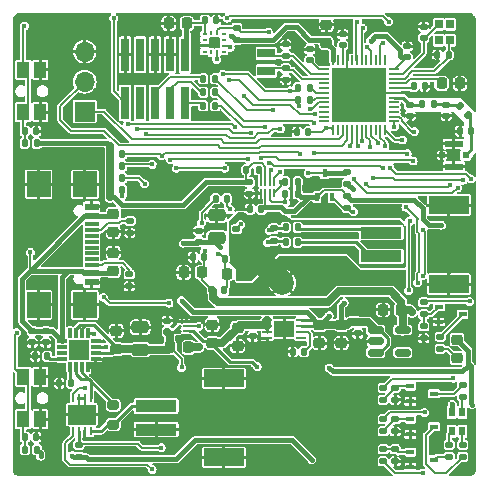
<source format=gtl>
G04 #@! TF.GenerationSoftware,KiCad,Pcbnew,(6.0.0)*
G04 #@! TF.CreationDate,2022-06-18T15:13:31-07:00*
G04 #@! TF.ProjectId,max86141_Rev_A,6d617838-3631-4343-915f-5265765f412e,A*
G04 #@! TF.SameCoordinates,Original*
G04 #@! TF.FileFunction,Copper,L1,Top*
G04 #@! TF.FilePolarity,Positive*
%FSLAX46Y46*%
G04 Gerber Fmt 4.6, Leading zero omitted, Abs format (unit mm)*
G04 Created by KiCad (PCBNEW (6.0.0)) date 2022-06-18 15:13:31*
%MOMM*%
%LPD*%
G01*
G04 APERTURE LIST*
G04 Aperture macros list*
%AMRoundRect*
0 Rectangle with rounded corners*
0 $1 Rounding radius*
0 $2 $3 $4 $5 $6 $7 $8 $9 X,Y pos of 4 corners*
0 Add a 4 corners polygon primitive as box body*
4,1,4,$2,$3,$4,$5,$6,$7,$8,$9,$2,$3,0*
0 Add four circle primitives for the rounded corners*
1,1,$1+$1,$2,$3*
1,1,$1+$1,$4,$5*
1,1,$1+$1,$6,$7*
1,1,$1+$1,$8,$9*
0 Add four rect primitives between the rounded corners*
20,1,$1+$1,$2,$3,$4,$5,0*
20,1,$1+$1,$4,$5,$6,$7,0*
20,1,$1+$1,$6,$7,$8,$9,0*
20,1,$1+$1,$8,$9,$2,$3,0*%
G04 Aperture macros list end*
G04 #@! TA.AperFunction,SMDPad,CuDef*
%ADD10RoundRect,0.135000X-0.185000X0.135000X-0.185000X-0.135000X0.185000X-0.135000X0.185000X0.135000X0*%
G04 #@! TD*
G04 #@! TA.AperFunction,SMDPad,CuDef*
%ADD11RoundRect,0.135000X-0.135000X-0.185000X0.135000X-0.185000X0.135000X0.185000X-0.135000X0.185000X0*%
G04 #@! TD*
G04 #@! TA.AperFunction,SMDPad,CuDef*
%ADD12RoundRect,0.225000X0.225000X0.250000X-0.225000X0.250000X-0.225000X-0.250000X0.225000X-0.250000X0*%
G04 #@! TD*
G04 #@! TA.AperFunction,SMDPad,CuDef*
%ADD13C,2.000000*%
G04 #@! TD*
G04 #@! TA.AperFunction,SMDPad,CuDef*
%ADD14RoundRect,0.140000X-0.140000X-0.170000X0.140000X-0.170000X0.140000X0.170000X-0.140000X0.170000X0*%
G04 #@! TD*
G04 #@! TA.AperFunction,SMDPad,CuDef*
%ADD15R,0.700000X0.450000*%
G04 #@! TD*
G04 #@! TA.AperFunction,SMDPad,CuDef*
%ADD16R,0.600000X0.600000*%
G04 #@! TD*
G04 #@! TA.AperFunction,SMDPad,CuDef*
%ADD17R,1.580000X0.580000*%
G04 #@! TD*
G04 #@! TA.AperFunction,SMDPad,CuDef*
%ADD18R,0.500000X0.500000*%
G04 #@! TD*
G04 #@! TA.AperFunction,SMDPad,CuDef*
%ADD19RoundRect,0.140000X0.170000X-0.140000X0.170000X0.140000X-0.170000X0.140000X-0.170000X-0.140000X0*%
G04 #@! TD*
G04 #@! TA.AperFunction,SMDPad,CuDef*
%ADD20RoundRect,0.135000X0.135000X0.185000X-0.135000X0.185000X-0.135000X-0.185000X0.135000X-0.185000X0*%
G04 #@! TD*
G04 #@! TA.AperFunction,SMDPad,CuDef*
%ADD21R,0.550000X0.800000*%
G04 #@! TD*
G04 #@! TA.AperFunction,SMDPad,CuDef*
%ADD22R,0.450000X0.700000*%
G04 #@! TD*
G04 #@! TA.AperFunction,SMDPad,CuDef*
%ADD23RoundRect,0.007800X0.122200X-0.422200X0.122200X0.422200X-0.122200X0.422200X-0.122200X-0.422200X0*%
G04 #@! TD*
G04 #@! TA.AperFunction,SMDPad,CuDef*
%ADD24RoundRect,0.007800X0.422200X-0.122200X0.422200X0.122200X-0.422200X0.122200X-0.422200X-0.122200X0*%
G04 #@! TD*
G04 #@! TA.AperFunction,SMDPad,CuDef*
%ADD25R,1.680000X1.680000*%
G04 #@! TD*
G04 #@! TA.AperFunction,SMDPad,CuDef*
%ADD26RoundRect,0.225000X0.250000X-0.225000X0.250000X0.225000X-0.250000X0.225000X-0.250000X-0.225000X0*%
G04 #@! TD*
G04 #@! TA.AperFunction,SMDPad,CuDef*
%ADD27RoundRect,0.140000X-0.170000X0.140000X-0.170000X-0.140000X0.170000X-0.140000X0.170000X0.140000X0*%
G04 #@! TD*
G04 #@! TA.AperFunction,SMDPad,CuDef*
%ADD28RoundRect,0.225000X-0.225000X-0.250000X0.225000X-0.250000X0.225000X0.250000X-0.225000X0.250000X0*%
G04 #@! TD*
G04 #@! TA.AperFunction,SMDPad,CuDef*
%ADD29RoundRect,0.135000X0.185000X-0.135000X0.185000X0.135000X-0.185000X0.135000X-0.185000X-0.135000X0*%
G04 #@! TD*
G04 #@! TA.AperFunction,SMDPad,CuDef*
%ADD30R,0.740000X2.790000*%
G04 #@! TD*
G04 #@! TA.AperFunction,SMDPad,CuDef*
%ADD31R,1.050000X1.400000*%
G04 #@! TD*
G04 #@! TA.AperFunction,SMDPad,CuDef*
%ADD32RoundRect,0.250000X0.475000X-0.250000X0.475000X0.250000X-0.475000X0.250000X-0.475000X-0.250000X0*%
G04 #@! TD*
G04 #@! TA.AperFunction,SMDPad,CuDef*
%ADD33R,3.500000X1.000000*%
G04 #@! TD*
G04 #@! TA.AperFunction,SMDPad,CuDef*
%ADD34R,3.400001X1.500000*%
G04 #@! TD*
G04 #@! TA.AperFunction,SMDPad,CuDef*
%ADD35RoundRect,0.140000X0.140000X0.170000X-0.140000X0.170000X-0.140000X-0.170000X0.140000X-0.170000X0*%
G04 #@! TD*
G04 #@! TA.AperFunction,SMDPad,CuDef*
%ADD36RoundRect,0.225000X-0.250000X0.225000X-0.250000X-0.225000X0.250000X-0.225000X0.250000X0.225000X0*%
G04 #@! TD*
G04 #@! TA.AperFunction,SMDPad,CuDef*
%ADD37R,0.700000X0.750000*%
G04 #@! TD*
G04 #@! TA.AperFunction,SMDPad,CuDef*
%ADD38RoundRect,0.147500X-0.147500X-0.172500X0.147500X-0.172500X0.147500X0.172500X-0.147500X0.172500X0*%
G04 #@! TD*
G04 #@! TA.AperFunction,SMDPad,CuDef*
%ADD39RoundRect,0.050000X-0.350000X-0.050000X0.350000X-0.050000X0.350000X0.050000X-0.350000X0.050000X0*%
G04 #@! TD*
G04 #@! TA.AperFunction,SMDPad,CuDef*
%ADD40RoundRect,0.050000X-0.050000X-0.350000X0.050000X-0.350000X0.050000X0.350000X-0.050000X0.350000X0*%
G04 #@! TD*
G04 #@! TA.AperFunction,SMDPad,CuDef*
%ADD41R,4.600000X4.600000*%
G04 #@! TD*
G04 #@! TA.AperFunction,SMDPad,CuDef*
%ADD42RoundRect,0.150000X-0.512500X-0.150000X0.512500X-0.150000X0.512500X0.150000X-0.512500X0.150000X0*%
G04 #@! TD*
G04 #@! TA.AperFunction,SMDPad,CuDef*
%ADD43RoundRect,0.218750X0.256250X-0.218750X0.256250X0.218750X-0.256250X0.218750X-0.256250X-0.218750X0*%
G04 #@! TD*
G04 #@! TA.AperFunction,SMDPad,CuDef*
%ADD44R,1.150000X0.600000*%
G04 #@! TD*
G04 #@! TA.AperFunction,SMDPad,CuDef*
%ADD45R,1.150000X0.300000*%
G04 #@! TD*
G04 #@! TA.AperFunction,SMDPad,CuDef*
%ADD46R,2.000000X2.180000*%
G04 #@! TD*
G04 #@! TA.AperFunction,SMDPad,CuDef*
%ADD47RoundRect,0.062500X-0.337500X-0.062500X0.337500X-0.062500X0.337500X0.062500X-0.337500X0.062500X0*%
G04 #@! TD*
G04 #@! TA.AperFunction,SMDPad,CuDef*
%ADD48R,1.700000X1.400000*%
G04 #@! TD*
G04 #@! TA.AperFunction,SMDPad,CuDef*
%ADD49R,1.500000X0.800000*%
G04 #@! TD*
G04 #@! TA.AperFunction,ComponentPad*
%ADD50R,1.700000X1.700000*%
G04 #@! TD*
G04 #@! TA.AperFunction,ComponentPad*
%ADD51O,1.700000X1.700000*%
G04 #@! TD*
G04 #@! TA.AperFunction,SMDPad,CuDef*
%ADD52R,0.410000X0.280000*%
G04 #@! TD*
G04 #@! TA.AperFunction,SMDPad,CuDef*
%ADD53R,0.280000X0.410000*%
G04 #@! TD*
G04 #@! TA.AperFunction,SMDPad,CuDef*
%ADD54RoundRect,0.147500X0.147500X0.172500X-0.147500X0.172500X-0.147500X-0.172500X0.147500X-0.172500X0*%
G04 #@! TD*
G04 #@! TA.AperFunction,SMDPad,CuDef*
%ADD55R,0.250000X0.700000*%
G04 #@! TD*
G04 #@! TA.AperFunction,SMDPad,CuDef*
%ADD56R,2.380000X1.660000*%
G04 #@! TD*
G04 #@! TA.AperFunction,SMDPad,CuDef*
%ADD57R,0.203200X0.660400*%
G04 #@! TD*
G04 #@! TA.AperFunction,SMDPad,CuDef*
%ADD58RoundRect,0.218750X0.218750X0.256250X-0.218750X0.256250X-0.218750X-0.256250X0.218750X-0.256250X0*%
G04 #@! TD*
G04 #@! TA.AperFunction,SMDPad,CuDef*
%ADD59C,0.215000*%
G04 #@! TD*
G04 #@! TA.AperFunction,SMDPad,CuDef*
%ADD60RoundRect,0.200000X-0.275000X0.200000X-0.275000X-0.200000X0.275000X-0.200000X0.275000X0.200000X0*%
G04 #@! TD*
G04 #@! TA.AperFunction,SMDPad,CuDef*
%ADD61RoundRect,0.135000X0.226274X0.035355X0.035355X0.226274X-0.226274X-0.035355X-0.035355X-0.226274X0*%
G04 #@! TD*
G04 #@! TA.AperFunction,ViaPad*
%ADD62C,0.450000*%
G04 #@! TD*
G04 #@! TA.AperFunction,Conductor*
%ADD63C,0.152400*%
G04 #@! TD*
G04 #@! TA.AperFunction,Conductor*
%ADD64C,0.294056*%
G04 #@! TD*
G04 #@! TA.AperFunction,Conductor*
%ADD65C,0.177800*%
G04 #@! TD*
G04 #@! TA.AperFunction,Conductor*
%ADD66C,0.381000*%
G04 #@! TD*
G04 #@! TA.AperFunction,Conductor*
%ADD67C,0.635000*%
G04 #@! TD*
G04 #@! TA.AperFunction,Conductor*
%ADD68C,0.254000*%
G04 #@! TD*
G04 APERTURE END LIST*
G36*
X153911720Y-112517907D02*
G01*
X152497507Y-113932120D01*
X149669080Y-111103693D01*
X151083293Y-109689480D01*
X153911720Y-112517907D01*
G37*
D10*
X165179000Y-114885000D03*
X165179000Y-115905000D03*
D11*
X146508000Y-95964000D03*
X147528000Y-95964000D03*
X154509000Y-97742000D03*
X155529000Y-97742000D03*
X138634000Y-104346000D03*
X139654000Y-104346000D03*
D12*
X146396000Y-112347000D03*
X144846000Y-112347000D03*
D13*
X153204614Y-113225014D03*
X150376186Y-110396586D03*
D14*
X166322000Y-93932000D03*
X167282000Y-93932000D03*
D10*
X140258800Y-112520000D03*
X140258800Y-113540000D03*
X162766000Y-124791000D03*
X162766000Y-125811000D03*
D15*
X166465000Y-115253000D03*
X166465000Y-116553000D03*
X168465000Y-115903000D03*
D16*
X168719000Y-102441000D03*
D17*
X167719000Y-103401000D03*
D18*
X166719000Y-102441000D03*
D17*
X167719000Y-101481000D03*
D19*
X146129000Y-109779000D03*
X146129000Y-108819000D03*
D20*
X154513000Y-108537000D03*
X153493000Y-108537000D03*
D21*
X167550000Y-125800000D03*
X168450000Y-125800000D03*
X168450000Y-124200000D03*
X167550000Y-124200000D03*
D22*
X156147000Y-105981000D03*
X157447000Y-105981000D03*
X156797000Y-103981000D03*
D11*
X132284000Y-119459000D03*
X133304000Y-119459000D03*
D12*
X145126000Y-91265000D03*
X143576000Y-91265000D03*
D23*
X135219000Y-120386000D03*
X135719000Y-120386000D03*
X136219000Y-120386000D03*
X136719000Y-120386000D03*
D24*
X137404000Y-119701000D03*
X137404000Y-119201000D03*
X137404000Y-118701000D03*
X137404000Y-118201000D03*
D23*
X136719000Y-117516000D03*
X136219000Y-117516000D03*
X135719000Y-117516000D03*
X135219000Y-117516000D03*
D24*
X134534000Y-118201000D03*
X134534000Y-118701000D03*
X134534000Y-119201000D03*
X134534000Y-119701000D03*
D25*
X135969000Y-118951000D03*
D19*
X163782000Y-94158000D03*
X163782000Y-93198000D03*
D26*
X156924000Y-92929000D03*
X156924000Y-91379000D03*
D20*
X154513000Y-109807000D03*
X153493000Y-109807000D03*
D19*
X153495000Y-96051000D03*
X153495000Y-95091000D03*
D27*
X149304000Y-108692000D03*
X149304000Y-109652000D03*
D19*
X143462000Y-117399000D03*
X143462000Y-116439000D03*
D10*
X162766000Y-122124000D03*
X162766000Y-123144000D03*
D11*
X138634000Y-102314000D03*
X139654000Y-102314000D03*
D28*
X148529000Y-112474000D03*
X150079000Y-112474000D03*
D29*
X161750000Y-128351000D03*
X161750000Y-127331000D03*
D15*
X164052000Y-124778000D03*
X164052000Y-126078000D03*
X166052000Y-125428000D03*
D27*
X159591000Y-116566000D03*
X159591000Y-117526000D03*
D30*
X144985994Y-93928994D03*
X144985994Y-97998994D03*
X143715994Y-93928994D03*
X143715994Y-97998994D03*
X142445994Y-93928994D03*
X142445994Y-97998994D03*
X141175994Y-93928994D03*
X141175994Y-97998994D03*
X139905994Y-93928994D03*
X139905994Y-97998994D03*
D14*
X146665000Y-91011000D03*
X147625000Y-91011000D03*
D31*
X132725000Y-121200000D03*
X131275000Y-121200000D03*
X131275000Y-124800000D03*
X132725000Y-124800000D03*
D11*
X146510000Y-98250000D03*
X147530000Y-98250000D03*
D32*
X147653000Y-109426000D03*
X147653000Y-107526000D03*
D27*
X165179000Y-91547000D03*
X165179000Y-92507000D03*
D33*
X161567000Y-111000000D03*
X161567000Y-109000000D03*
D34*
X167317001Y-106649999D03*
X167317001Y-113350001D03*
D10*
X158702000Y-105868000D03*
X158702000Y-106888000D03*
D12*
X163287000Y-115522000D03*
X161737000Y-115522000D03*
D35*
X146609000Y-111077000D03*
X145649000Y-111077000D03*
D29*
X158702000Y-104856000D03*
X158702000Y-103836000D03*
D27*
X153495000Y-93059000D03*
X153495000Y-94019000D03*
D11*
X154509000Y-96726000D03*
X155529000Y-96726000D03*
D20*
X132437600Y-127355600D03*
X131417600Y-127355600D03*
D29*
X135969000Y-127970000D03*
X135969000Y-126950000D03*
D27*
X164036000Y-98151000D03*
X164036000Y-99111000D03*
D36*
X138890000Y-107381000D03*
X138890000Y-108931000D03*
D26*
X139144000Y-118837000D03*
X139144000Y-117287000D03*
D37*
X166440500Y-91352000D03*
X166440500Y-92702000D03*
X167440500Y-92702000D03*
X167440500Y-91352000D03*
D20*
X151194000Y-103672900D03*
X150174000Y-103672900D03*
D19*
X152479000Y-108636000D03*
X152479000Y-107676000D03*
D38*
X147295000Y-113871000D03*
X148265000Y-113871000D03*
D39*
X156768000Y-95161000D03*
X156768000Y-95561000D03*
X156768000Y-95961000D03*
X156768000Y-96361000D03*
X156768000Y-96761000D03*
X156768000Y-97161000D03*
X156768000Y-97561000D03*
X156768000Y-97961000D03*
X156768000Y-98361000D03*
X156768000Y-98761000D03*
X156768000Y-99161000D03*
X156768000Y-99561000D03*
D40*
X157518000Y-100311000D03*
X157918000Y-100311000D03*
X158318000Y-100311000D03*
X158718000Y-100311000D03*
X159118000Y-100311000D03*
X159518000Y-100311000D03*
X159918000Y-100311000D03*
X160318000Y-100311000D03*
X160718000Y-100311000D03*
X161118000Y-100311000D03*
X161518000Y-100311000D03*
X161918000Y-100311000D03*
D39*
X162668000Y-99561000D03*
X162668000Y-99161000D03*
X162668000Y-98761000D03*
X162668000Y-98361000D03*
X162668000Y-97961000D03*
X162668000Y-97561000D03*
X162668000Y-97161000D03*
X162668000Y-96761000D03*
X162668000Y-96361000D03*
X162668000Y-95961000D03*
X162668000Y-95561000D03*
X162668000Y-95161000D03*
D40*
X161918000Y-94411000D03*
X161518000Y-94411000D03*
X161118000Y-94411000D03*
X160718000Y-94411000D03*
X160318000Y-94411000D03*
X159918000Y-94411000D03*
X159518000Y-94411000D03*
X159118000Y-94411000D03*
X158718000Y-94411000D03*
X158318000Y-94411000D03*
X157918000Y-94411000D03*
X157518000Y-94411000D03*
D41*
X159718000Y-97361000D03*
D42*
X161120500Y-117239000D03*
X161120500Y-118189000D03*
X161120500Y-119139000D03*
X163395500Y-119139000D03*
X163395500Y-117239000D03*
D10*
X168481000Y-126950000D03*
X168481000Y-127970000D03*
D27*
X150430000Y-104716900D03*
X150430000Y-105676900D03*
D35*
X151435000Y-107013000D03*
X150475000Y-107013000D03*
D27*
X152479000Y-109708000D03*
X152479000Y-110668000D03*
D43*
X168000000Y-119611500D03*
X168000000Y-118036500D03*
D14*
X131425000Y-100409000D03*
X132385000Y-100409000D03*
D11*
X134316000Y-121745000D03*
X135336000Y-121745000D03*
D10*
X167338000Y-126950000D03*
X167338000Y-127970000D03*
D44*
X137075000Y-106800000D03*
X137075000Y-107600000D03*
D45*
X137075000Y-108750000D03*
X137075000Y-109750000D03*
X137075000Y-110250000D03*
X137075000Y-111250000D03*
D44*
X137075000Y-113200000D03*
X137075000Y-112400000D03*
D45*
X137075000Y-111750000D03*
X137075000Y-110750000D03*
X137075000Y-109250000D03*
X137075000Y-108250000D03*
D46*
X132570000Y-115110000D03*
X136500000Y-115110000D03*
X136500000Y-104890000D03*
X132570000Y-104890000D03*
D26*
X147272000Y-118329000D03*
X147272000Y-116779000D03*
D35*
X148514000Y-106124000D03*
X147554000Y-106124000D03*
D11*
X146508000Y-97107000D03*
X147528000Y-97107000D03*
D47*
X151918000Y-116423000D03*
X151918000Y-116923000D03*
X151918000Y-117423000D03*
X151918000Y-117923000D03*
X154818000Y-117923000D03*
X154818000Y-117423000D03*
X154818000Y-116923000D03*
X154818000Y-116423000D03*
D48*
X153368000Y-117173000D03*
D10*
X162766000Y-127331000D03*
X162766000Y-128351000D03*
D35*
X165278000Y-96599000D03*
X164318000Y-96599000D03*
D15*
X164052000Y-121984000D03*
X164052000Y-123284000D03*
X166052000Y-122634000D03*
D35*
X155420000Y-100457000D03*
X154460000Y-100457000D03*
D14*
X131425000Y-126317000D03*
X132385000Y-126317000D03*
D32*
X141176000Y-118885000D03*
X141176000Y-116985000D03*
D33*
X142517000Y-125666000D03*
X142517000Y-123666000D03*
D34*
X148267001Y-128016001D03*
X148267001Y-121315999D03*
D27*
X158321000Y-92182000D03*
X158321000Y-93142000D03*
D10*
X165179000Y-116917000D03*
X165179000Y-117937000D03*
D49*
X151844000Y-95305000D03*
X151844000Y-93805000D03*
D10*
X161750000Y-122124000D03*
X161750000Y-123144000D03*
D11*
X138634000Y-103330000D03*
X139654000Y-103330000D03*
D26*
X138890000Y-112233000D03*
X138890000Y-110683000D03*
D27*
X133175000Y-117328000D03*
X133175000Y-118288000D03*
X155527000Y-93452000D03*
X155527000Y-94412000D03*
D20*
X154496000Y-105704900D03*
X153476000Y-105704900D03*
D27*
X132032000Y-117328000D03*
X132032000Y-118288000D03*
D29*
X168481000Y-122890000D03*
X168481000Y-121870000D03*
D15*
X164052000Y-127572000D03*
X164052000Y-128872000D03*
X166052000Y-128222000D03*
D50*
X136477000Y-98743000D03*
D51*
X136477000Y-96203000D03*
X136477000Y-93663000D03*
D52*
X148255000Y-93666000D03*
X148255000Y-93166000D03*
X148255000Y-92666000D03*
X148255000Y-92166000D03*
D53*
X147690000Y-92101000D03*
X147190000Y-92101000D03*
D52*
X146625000Y-92166000D03*
X146625000Y-92666000D03*
X146625000Y-93166000D03*
X146625000Y-93666000D03*
D53*
X147190000Y-93731000D03*
X147690000Y-93731000D03*
D10*
X140309600Y-107998800D03*
X140309600Y-109018800D03*
D54*
X166045000Y-98123000D03*
X165075000Y-98123000D03*
D36*
X158194000Y-116779000D03*
X158194000Y-118329000D03*
X156342000Y-116783000D03*
X156342000Y-118333000D03*
D20*
X132415000Y-101425000D03*
X131395000Y-101425000D03*
D35*
X169215000Y-100409000D03*
X168255000Y-100409000D03*
D55*
X136973000Y-123012000D03*
X136473000Y-123012000D03*
X135973000Y-123012000D03*
X135473000Y-123012000D03*
X135473000Y-125812000D03*
X135973000Y-125812000D03*
X136473000Y-125812000D03*
X136973000Y-125812000D03*
D56*
X136223000Y-124412000D03*
D36*
X149431000Y-117033000D03*
X149431000Y-118583000D03*
D57*
X151429001Y-105666794D03*
X151779000Y-105666794D03*
X152129002Y-105666794D03*
X152479001Y-105666794D03*
X152479001Y-104726994D03*
X152129002Y-104726994D03*
X151779000Y-104726994D03*
X151429001Y-104726994D03*
D10*
X161750000Y-124791000D03*
X161750000Y-125811000D03*
D31*
X132725000Y-95200000D03*
X131275000Y-95200000D03*
X131275000Y-98800000D03*
X132725000Y-98800000D03*
D58*
X145265500Y-118697000D03*
X143690500Y-118697000D03*
D29*
X166576000Y-118826000D03*
X166576000Y-117806000D03*
D59*
X145317693Y-117318994D03*
X144917693Y-117318994D03*
X144517693Y-117318994D03*
X145317693Y-116918994D03*
X144917693Y-116918994D03*
X144517693Y-116918994D03*
X145317693Y-116518994D03*
X144917693Y-116518994D03*
X144517693Y-116518994D03*
D14*
X148316000Y-111204000D03*
X149276000Y-111204000D03*
D60*
X138890000Y-123587000D03*
X138890000Y-125237000D03*
D61*
X168968624Y-98991624D03*
X168247376Y-98270376D03*
D11*
X138634000Y-105362000D03*
X139654000Y-105362000D03*
D27*
X150701000Y-116820000D03*
X150701000Y-117780000D03*
X167084000Y-98151000D03*
X167084000Y-99111000D03*
D29*
X149345000Y-92664000D03*
X149345000Y-91644000D03*
D20*
X154496000Y-104688900D03*
X153476000Y-104688900D03*
D12*
X168240000Y-96345000D03*
X166690000Y-96345000D03*
D35*
X155044000Y-119082000D03*
X154084000Y-119082000D03*
D62*
X150368000Y-129133600D03*
X169243000Y-98123000D03*
X131524000Y-118316000D03*
X163782000Y-92662000D03*
X161696400Y-121361200D03*
X160985200Y-91490800D03*
X143462000Y-115903000D03*
X133858000Y-112826800D03*
X149148800Y-114046000D03*
X158038800Y-121666000D03*
X165179000Y-118443000D03*
X144170400Y-107797600D03*
X132794000Y-118824000D03*
X151993600Y-113944400D03*
X163401000Y-125936000D03*
X168227000Y-97361000D03*
X159718000Y-97361000D03*
X157813000Y-99266000D03*
X144068800Y-122275600D03*
X141833600Y-120751600D03*
X161623000Y-99266000D03*
X130708400Y-92151200D03*
X130708400Y-100025200D03*
X137112000Y-120094000D03*
X169214800Y-96062800D03*
X138277600Y-129336800D03*
X148031200Y-116738400D03*
X153495000Y-92408000D03*
X161623000Y-97361000D03*
X132892800Y-126339600D03*
X138379200Y-99822000D03*
X130860800Y-103733600D03*
X134569200Y-100634800D03*
X156159200Y-125628400D03*
X144170400Y-113639600D03*
X137871200Y-90779600D03*
X169011600Y-128930400D03*
X144729200Y-115773200D03*
X156210000Y-121208800D03*
X169011600Y-91287600D03*
X157937200Y-104648000D03*
X134315200Y-122377200D03*
X161086800Y-119989600D03*
X141224000Y-126441200D03*
X159010900Y-93014800D03*
X156362400Y-93726000D03*
X166370000Y-103378000D03*
X158194000Y-119078000D03*
X132232400Y-92151200D03*
X146710400Y-115011200D03*
X156260800Y-115671600D03*
X137112000Y-124920000D03*
X156289000Y-119078000D03*
X147066000Y-94945200D03*
X136477000Y-118443000D03*
X140160000Y-116919000D03*
X169214800Y-116586000D03*
X157813000Y-97361000D03*
X159718000Y-95456000D03*
X151209000Y-117935000D03*
X135334000Y-124920000D03*
X141122400Y-116179600D03*
X169214800Y-124307600D03*
X158089600Y-125984000D03*
X143713200Y-119837200D03*
X135991600Y-108966000D03*
X134467600Y-102311200D03*
X147929600Y-99110800D03*
X165150800Y-122072400D03*
X135331200Y-107696000D03*
X153924000Y-100076000D03*
X165941000Y-94440000D03*
X153622000Y-119586000D03*
X166195000Y-99012000D03*
X140106400Y-118008400D03*
X144170400Y-105308400D03*
X142494000Y-95656400D03*
X135026400Y-98907600D03*
X136093200Y-111556800D03*
X166928800Y-95351600D03*
X164490400Y-128219200D03*
X133502400Y-125069600D03*
X165052000Y-99012000D03*
X135334000Y-123904000D03*
X133502400Y-120650000D03*
X144170400Y-111099600D03*
X130962400Y-129082800D03*
X149961600Y-95046800D03*
X140258800Y-124663200D03*
X159591000Y-118062000D03*
X150447000Y-106251000D03*
X130810000Y-112115600D03*
X165941000Y-97361000D03*
X131778000Y-119459000D03*
X138887200Y-109778800D03*
X139852400Y-96062800D03*
X155448000Y-129082800D03*
X149431000Y-119332000D03*
X136477000Y-119459000D03*
X164036000Y-99647000D03*
X150774400Y-91440000D03*
X133350000Y-111607600D03*
X156819600Y-106019600D03*
X138226800Y-95961200D03*
X163982400Y-125425200D03*
X151082000Y-105616000D03*
X139144000Y-116538000D03*
X167973000Y-99393000D03*
X164798000Y-91011000D03*
X137112000Y-123904000D03*
X140360400Y-115570000D03*
X135461000Y-118443000D03*
X155448000Y-104851200D03*
X136753600Y-127406400D03*
X169243000Y-103203000D03*
X139903200Y-92202000D03*
X149352000Y-103530400D03*
X144018000Y-92252800D03*
X167084000Y-97361000D03*
X163017200Y-103428800D03*
X153876000Y-117173000D03*
X137972800Y-92100400D03*
X164541200Y-119888000D03*
X163401000Y-123142000D03*
X169113200Y-93878400D03*
X155019000Y-93043000D03*
X145694400Y-104292400D03*
X142951200Y-91795600D03*
X145846800Y-119634000D03*
X152860000Y-117173000D03*
X155346400Y-111912400D03*
X169214800Y-118160800D03*
X139903200Y-123342400D03*
X138430000Y-98044000D03*
X135461000Y-119459000D03*
X157813000Y-95456000D03*
X144830800Y-129184400D03*
X141376400Y-119837200D03*
X144605000Y-125682000D03*
X137566400Y-126339600D03*
X134569200Y-128828800D03*
X164671000Y-97361000D03*
X131978400Y-90830400D03*
X159664400Y-129235200D03*
X160226000Y-118316000D03*
X166217600Y-126441200D03*
X161623000Y-95456000D03*
X159105600Y-111963200D03*
X159718000Y-99266000D03*
X164541200Y-93370400D03*
X139090400Y-113436400D03*
X163401000Y-128730000D03*
X167084000Y-116284000D03*
X152987000Y-96472000D03*
X130860800Y-107594400D03*
X156289000Y-91900000D03*
X144830800Y-106629200D03*
X157175200Y-120446800D03*
X145084800Y-92202000D03*
X158445200Y-114909600D03*
X156870400Y-100126800D03*
X147933450Y-110240986D03*
X155702000Y-128219200D03*
X135432800Y-127863600D03*
X160685276Y-92752673D03*
X169265600Y-123545600D03*
X157175200Y-116027200D03*
X132740400Y-127914400D03*
X159161247Y-105300761D03*
X148894800Y-92303600D03*
X167592000Y-123523000D03*
X144830800Y-109880400D03*
X144678400Y-114757200D03*
X151079200Y-120345200D03*
X160629600Y-101701600D03*
X143611600Y-114960400D03*
X148336000Y-103530400D03*
X149957500Y-97383600D03*
X155978433Y-98922233D03*
X138074400Y-114452400D03*
X144221200Y-103530400D03*
X130708400Y-117449600D03*
X131876800Y-110642400D03*
X148539200Y-90830400D03*
X138938000Y-90830400D03*
X162204400Y-91135200D03*
X163364200Y-101142800D03*
X131368800Y-91490800D03*
X144678400Y-120396000D03*
X146637000Y-110569000D03*
X164185600Y-115722400D03*
X166674800Y-108356400D03*
X147780000Y-110823000D03*
X152098000Y-108791000D03*
X151971000Y-109807000D03*
X148796000Y-107013000D03*
X146383000Y-108156000D03*
X149685000Y-108283000D03*
X146129000Y-116919000D03*
X146129000Y-118697000D03*
X159207200Y-110642400D03*
X150012400Y-109474000D03*
X153771600Y-110540800D03*
X155803600Y-110490000D03*
X153060400Y-107797600D03*
X155400000Y-103965000D03*
X155527000Y-98504000D03*
X147653000Y-94313000D03*
X152244799Y-103711000D03*
X136469100Y-122126000D03*
X141630400Y-100634800D03*
X142192000Y-103203000D03*
X148161000Y-95583000D03*
X153035000Y-100203000D03*
X153876000Y-96980000D03*
X164287200Y-102920800D03*
X164388800Y-100431600D03*
X151434800Y-102646280D03*
X151717000Y-100028000D03*
X155865800Y-102229200D03*
X163779200Y-102311200D03*
X155854400Y-99669600D03*
X162687000Y-100028000D03*
X152109923Y-103064189D03*
X161290000Y-101396800D03*
X161696400Y-103530400D03*
X152400000Y-98631000D03*
X160375600Y-93268800D03*
X143713200Y-102819200D03*
X150317200Y-102768400D03*
X142951200Y-127203200D03*
X154686000Y-102362000D03*
X142189200Y-129032000D03*
X154638000Y-98250000D03*
X143002000Y-102463600D03*
X148669000Y-96091000D03*
X148796000Y-93297000D03*
X153009600Y-103835200D03*
X159562800Y-91143800D03*
X149177000Y-100028000D03*
X139652000Y-105870000D03*
X137263688Y-117529312D03*
X140106400Y-99822000D03*
X141557000Y-104854000D03*
X140922000Y-100224300D03*
X150574000Y-100536000D03*
X160020000Y-91694000D03*
X138255000Y-118697000D03*
X161899600Y-101650800D03*
X169062400Y-114808000D03*
X169164000Y-104444800D03*
X162306000Y-103479600D03*
X158902400Y-101650800D03*
X159315255Y-104440573D03*
X165100000Y-129336800D03*
X168046400Y-105206800D03*
X167436800Y-104961400D03*
X159587371Y-101677029D03*
X160274000Y-104859811D03*
X165252400Y-124206000D03*
X168503600Y-104546400D03*
X159983800Y-101193600D03*
X160883600Y-104343200D03*
X167699400Y-121310400D03*
X163909000Y-113871000D03*
X153466800Y-106426000D03*
X163982400Y-108000800D03*
X153114000Y-104727000D03*
X163677600Y-106832400D03*
X164671000Y-113236000D03*
X165100000Y-108762800D03*
X165100000Y-112623600D03*
X159232600Y-107209300D03*
X161738600Y-92913200D03*
X152044400Y-91998800D03*
D63*
X159023300Y-107209300D02*
X158702000Y-106888000D01*
X159232600Y-107209300D02*
X159023300Y-107209300D01*
D64*
X169215000Y-101945000D02*
X168719000Y-102441000D01*
X169215000Y-100409000D02*
X169215000Y-101945000D01*
X168968624Y-98991624D02*
X169116000Y-99139000D01*
X169116000Y-100310000D02*
X169215000Y-100409000D01*
X169116000Y-99139000D02*
X169116000Y-100310000D01*
D65*
X156276000Y-95161000D02*
X155527000Y-94412000D01*
X156768000Y-95161000D02*
X156276000Y-95161000D01*
X158718000Y-94411000D02*
X158718000Y-96361000D01*
X136473000Y-123012000D02*
X136473000Y-124162000D01*
X158718000Y-96361000D02*
X159718000Y-97361000D01*
X162668000Y-97161000D02*
X161823000Y-97161000D01*
X136473000Y-124162000D02*
X136223000Y-124412000D01*
X135973000Y-123012000D02*
X135973000Y-124162000D01*
X135973000Y-124162000D02*
X136223000Y-124412000D01*
X161823000Y-97161000D02*
X161623000Y-97361000D01*
D64*
X167084000Y-98151000D02*
X168128000Y-98151000D01*
X166045000Y-98123000D02*
X167056000Y-98123000D01*
X167056000Y-98123000D02*
X167084000Y-98151000D01*
X168128000Y-98151000D02*
X168247376Y-98270376D01*
D65*
X164204706Y-95329000D02*
X166068000Y-95329000D01*
X166068000Y-95329000D02*
X167282000Y-94115000D01*
X167282000Y-92860500D02*
X167440500Y-92702000D01*
X163572706Y-95961000D02*
X164204706Y-95329000D01*
X167282000Y-94115000D02*
X167282000Y-93932000D01*
X167282000Y-93932000D02*
X167282000Y-92860500D01*
X162668000Y-95961000D02*
X163572706Y-95961000D01*
X163423000Y-95561000D02*
X165179000Y-93805000D01*
X165179000Y-93805000D02*
X165179000Y-92507000D01*
X165285500Y-92507000D02*
X166440500Y-91352000D01*
X162668000Y-95561000D02*
X163423000Y-95561000D01*
X165179000Y-92507000D02*
X165285500Y-92507000D01*
X152058000Y-94019000D02*
X151844000Y-93805000D01*
X153495000Y-94019000D02*
X152058000Y-94019000D01*
X154130000Y-94059000D02*
X153535000Y-94059000D01*
X156768000Y-95561000D02*
X155632000Y-95561000D01*
X153535000Y-94059000D02*
X153495000Y-94019000D01*
X155632000Y-95561000D02*
X154130000Y-94059000D01*
X153495000Y-95091000D02*
X152058000Y-95091000D01*
X156768000Y-95961000D02*
X154889000Y-95961000D01*
X153606000Y-95202000D02*
X153495000Y-95091000D01*
X154889000Y-95961000D02*
X154130000Y-95202000D01*
X152058000Y-95091000D02*
X151844000Y-95305000D01*
X154130000Y-95202000D02*
X153606000Y-95202000D01*
D64*
X164036000Y-98151000D02*
X165047000Y-98151000D01*
X165047000Y-98151000D02*
X165075000Y-98123000D01*
X162668000Y-97561000D02*
X163446000Y-97561000D01*
X163446000Y-97561000D02*
X164036000Y-98151000D01*
D65*
X156870400Y-100126800D02*
X157333800Y-100126800D01*
D66*
X149345000Y-92664000D02*
X152436559Y-92664000D01*
D65*
X150174000Y-103672900D02*
X150734820Y-103112080D01*
D66*
X167592000Y-123523000D02*
X167592000Y-124158000D01*
X135969000Y-127970000D02*
X135539200Y-127970000D01*
X163147000Y-93519159D02*
X163147000Y-94059000D01*
D65*
X151499080Y-103112080D02*
X151778999Y-103391999D01*
X150174000Y-104460900D02*
X150430000Y-104716900D01*
X162668000Y-95161000D02*
X162779000Y-95161000D01*
D66*
X132740400Y-127658400D02*
X132437600Y-127355600D01*
X153508159Y-91592400D02*
X154432000Y-91592400D01*
D65*
X146665000Y-92126000D02*
X146625000Y-92166000D01*
D66*
X168960800Y-120091200D02*
X168960800Y-118997300D01*
X145846800Y-126542800D02*
X144221200Y-128168400D01*
X147300000Y-109779000D02*
X147653000Y-109426000D01*
X156654200Y-92659200D02*
X156924000Y-92929000D01*
D65*
X156870400Y-100126800D02*
X156540200Y-100457000D01*
D66*
X139598400Y-106629200D02*
X138966200Y-105997000D01*
D67*
X158194000Y-116779000D02*
X158715000Y-116779000D01*
D66*
X145084800Y-91306200D02*
X145126000Y-91265000D01*
X161973630Y-92345789D02*
X163147000Y-93519159D01*
D67*
X158956000Y-116538000D02*
X159563000Y-116538000D01*
D66*
X158194000Y-116779000D02*
X158194000Y-115160800D01*
X138966200Y-105997000D02*
X138636000Y-105997000D01*
X160685276Y-92752673D02*
X161092160Y-92345789D01*
X156419400Y-116783000D02*
X157175200Y-116027200D01*
D65*
X146411000Y-91265000D02*
X146665000Y-91011000D01*
D66*
X157175200Y-120446800D02*
X157471389Y-120742989D01*
D67*
X138634000Y-102314000D02*
X138634000Y-105995000D01*
D66*
X147653000Y-109426000D02*
X147653000Y-109960536D01*
D65*
X144999000Y-91138000D02*
X145126000Y-91265000D01*
D66*
X145084800Y-92202000D02*
X145084800Y-93830188D01*
X163246000Y-94158000D02*
X163782000Y-94158000D01*
D68*
X154818000Y-116923000D02*
X156202000Y-116923000D01*
D66*
X145084800Y-93830188D02*
X144985994Y-93928994D01*
X155498800Y-92659200D02*
X156654200Y-92659200D01*
X145643600Y-115722400D02*
X144678400Y-114757200D01*
D65*
X156540200Y-100457000D02*
X155420000Y-100457000D01*
D66*
X161092160Y-92345789D02*
X161973630Y-92345789D01*
D67*
X160447500Y-116566000D02*
X161120500Y-117239000D01*
D65*
X145126000Y-91265000D02*
X146411000Y-91265000D01*
D67*
X159591000Y-116566000D02*
X160447500Y-116566000D01*
D66*
X136753600Y-128168400D02*
X136601200Y-128016000D01*
X168960800Y-120243600D02*
X168960800Y-120091200D01*
X146027600Y-109880400D02*
X146129000Y-109779000D01*
X136015000Y-128016000D02*
X135969000Y-127970000D01*
X152436559Y-92664000D02*
X153508159Y-91592400D01*
D68*
X156202000Y-116923000D02*
X156342000Y-116783000D01*
D66*
X146743100Y-104716900D02*
X150430000Y-104716900D01*
X169143420Y-123423420D02*
X169143420Y-120273820D01*
X159161247Y-105300761D02*
X158716486Y-104856000D01*
X168461411Y-120742989D02*
X168960800Y-120243600D01*
X148894800Y-92303600D02*
X148984600Y-92303600D01*
X168960800Y-118997300D02*
X168000000Y-118036500D01*
X158194000Y-115160800D02*
X158445200Y-114909600D01*
X167592000Y-124158000D02*
X167550000Y-124200000D01*
X169265600Y-123545600D02*
X169143420Y-123423420D01*
X144830800Y-106629200D02*
X146743100Y-104716900D01*
X156924000Y-92929000D02*
X157475580Y-93480580D01*
D65*
X150174000Y-103672900D02*
X150174000Y-104460900D01*
X157333800Y-100126800D02*
X157518000Y-100311000D01*
D66*
X158716486Y-104856000D02*
X158702000Y-104856000D01*
X163147000Y-94059000D02*
X163246000Y-94158000D01*
D68*
X161439584Y-117239000D02*
X162131000Y-117930416D01*
D66*
X144221200Y-128168400D02*
X136753600Y-128168400D01*
D67*
X138636000Y-101679000D02*
X138636000Y-102312000D01*
D66*
X132740400Y-127914400D02*
X132740400Y-127658400D01*
D67*
X159563000Y-116538000D02*
X159591000Y-116566000D01*
D66*
X154025600Y-126542800D02*
X145846800Y-126542800D01*
X156342000Y-116783000D02*
X156419400Y-116783000D01*
D67*
X138636000Y-102312000D02*
X138634000Y-102314000D01*
X138634000Y-105995000D02*
X138636000Y-105997000D01*
D65*
X162779000Y-95161000D02*
X163782000Y-94158000D01*
X150734820Y-103112080D02*
X151499080Y-103112080D01*
D66*
X154432000Y-91592400D02*
X155498800Y-92659200D01*
D68*
X161120500Y-117239000D02*
X161439584Y-117239000D01*
D66*
X146129000Y-109779000D02*
X147300000Y-109779000D01*
X132415000Y-101425000D02*
X138382000Y-101425000D01*
D68*
X162131000Y-117930416D02*
X162131000Y-118447584D01*
D66*
X144830800Y-106629200D02*
X139598400Y-106629200D01*
D68*
X155982000Y-116423000D02*
X156342000Y-116783000D01*
D65*
X151778999Y-103391999D02*
X151778999Y-104727000D01*
D66*
X155281400Y-115722400D02*
X145643600Y-115722400D01*
D68*
X162131000Y-118447584D02*
X161439584Y-119139000D01*
D66*
X136601200Y-128016000D02*
X136015000Y-128016000D01*
X147653000Y-109960536D02*
X147933450Y-110240986D01*
X157471389Y-120742989D02*
X168461411Y-120742989D01*
D65*
X146665000Y-91011000D02*
X146665000Y-92126000D01*
D68*
X161439584Y-119139000D02*
X161120500Y-119139000D01*
D66*
X144830800Y-109880400D02*
X146027600Y-109880400D01*
X155702000Y-128219200D02*
X154025600Y-126542800D01*
X156342000Y-116783000D02*
X155281400Y-115722400D01*
X138382000Y-101425000D02*
X138636000Y-101679000D01*
D68*
X154818000Y-116423000D02*
X155982000Y-116423000D01*
D66*
X148984600Y-92303600D02*
X149345000Y-92664000D01*
X169143420Y-120273820D02*
X168960800Y-120091200D01*
X157475580Y-93480580D02*
X157475580Y-94411000D01*
X145084800Y-92202000D02*
X145084800Y-91306200D01*
D67*
X158190000Y-116783000D02*
X158194000Y-116779000D01*
X156342000Y-116783000D02*
X158190000Y-116783000D01*
D66*
X135539200Y-127970000D02*
X135432800Y-127863600D01*
D67*
X158715000Y-116779000D02*
X158956000Y-116538000D01*
D65*
X163639000Y-96361000D02*
X164036000Y-95964000D01*
X162668000Y-96361000D02*
X163639000Y-96361000D01*
X166309000Y-95964000D02*
X166690000Y-96345000D01*
X164036000Y-95964000D02*
X166309000Y-95964000D01*
X164156000Y-96761000D02*
X164318000Y-96599000D01*
X162668000Y-96761000D02*
X164156000Y-96761000D01*
X158318000Y-94411000D02*
X158318000Y-93145000D01*
X158318000Y-93145000D02*
X158321000Y-93142000D01*
D68*
X145640000Y-117319000D02*
X146510000Y-118189000D01*
X146510000Y-118189000D02*
X147132000Y-118189000D01*
D67*
X149431000Y-117033000D02*
X149644000Y-116820000D01*
X147272000Y-118329000D02*
X148135000Y-118329000D01*
D68*
X151918000Y-117423000D02*
X151918000Y-116923000D01*
D67*
X151918000Y-116423000D02*
X151918000Y-116923000D01*
X151918000Y-116923000D02*
X151815000Y-116820000D01*
X149644000Y-116820000D02*
X150701000Y-116820000D01*
D68*
X147272000Y-118417600D02*
X148793200Y-119938800D01*
D65*
X144917700Y-117319000D02*
X145317700Y-117319000D01*
D67*
X150701000Y-116820000D02*
X151815000Y-116820000D01*
X148135000Y-118329000D02*
X149431000Y-117033000D01*
D68*
X145317700Y-117319000D02*
X145640000Y-117319000D01*
X147272000Y-118329000D02*
X147272000Y-118417600D01*
X148793200Y-119938800D02*
X150672800Y-119938800D01*
X150672800Y-119938800D02*
X151079200Y-120345200D01*
X147132000Y-118189000D02*
X147272000Y-118329000D01*
D65*
X131425000Y-126317000D02*
X131425000Y-127348200D01*
X131690821Y-121615821D02*
X131690821Y-124384179D01*
X153894432Y-98165189D02*
X150739089Y-98165189D01*
X150739089Y-98165189D02*
X149957500Y-97383600D01*
X143611600Y-114960400D02*
X138582400Y-114960400D01*
X155930855Y-98969811D02*
X154699054Y-98969811D01*
X160318000Y-100869043D02*
X160629600Y-101180643D01*
X130605500Y-120530500D02*
X131275000Y-121200000D01*
X148336000Y-103530400D02*
X144221200Y-103530400D01*
X131425000Y-127348200D02*
X131417600Y-127355600D01*
X131275000Y-124800000D02*
X131275000Y-126167000D01*
X131275000Y-126167000D02*
X131425000Y-126317000D01*
X138582400Y-114960400D02*
X138074400Y-114452400D01*
X155978433Y-98922233D02*
X155930855Y-98969811D01*
X130708400Y-117449600D02*
X130605500Y-117552500D01*
X160318000Y-100311000D02*
X160318000Y-100869043D01*
X131690821Y-124384179D02*
X131275000Y-124800000D01*
X131275000Y-121200000D02*
X131690821Y-121615821D01*
X130605500Y-117552500D02*
X130605500Y-120530500D01*
X160629600Y-101180643D02*
X160629600Y-101701600D01*
X154699054Y-98969811D02*
X153894432Y-98165189D01*
D66*
X131143000Y-116439000D02*
X132032000Y-117328000D01*
X132032000Y-117328000D02*
X133175000Y-117328000D01*
X138890000Y-107521000D02*
X138811000Y-107600000D01*
X136453877Y-107600000D02*
X131983739Y-112070139D01*
X135082579Y-112222579D02*
X131831298Y-112222579D01*
X133175000Y-117328000D02*
X133711000Y-117328000D01*
D65*
X131876800Y-111963200D02*
X131876800Y-110642400D01*
D66*
X138890000Y-112233000D02*
X138723000Y-112400000D01*
D65*
X131983739Y-112070139D02*
X131876800Y-111963200D01*
D66*
X138723000Y-112400000D02*
X137075000Y-112400000D01*
X138890000Y-107381000D02*
X138890000Y-107521000D01*
X131831298Y-112222579D02*
X131143000Y-112910877D01*
X135082579Y-112222579D02*
X134534000Y-112771158D01*
X131143000Y-112910877D02*
X131143000Y-116439000D01*
X131983739Y-112070139D02*
X131143000Y-112910877D01*
X134534000Y-118151000D02*
X134534000Y-118201000D01*
X137075000Y-112400000D02*
X136453877Y-112400000D01*
X137075000Y-107600000D02*
X136453877Y-107600000D01*
X133711000Y-117328000D02*
X134534000Y-118151000D01*
X136276456Y-112222579D02*
X135082579Y-112222579D01*
X136453877Y-112400000D02*
X136276456Y-112222579D01*
X134534000Y-112771158D02*
X134534000Y-118201000D01*
X138811000Y-107600000D02*
X137075000Y-107600000D01*
D65*
X131690821Y-98384179D02*
X131275000Y-98800000D01*
X131275000Y-91584600D02*
X131275000Y-95200000D01*
X138938000Y-97031000D02*
X139905994Y-97998994D01*
X131275000Y-95200000D02*
X131690821Y-95615821D01*
X163364200Y-101142800D02*
X162749800Y-101142800D01*
X161747200Y-90678000D02*
X156108400Y-90678000D01*
X131275000Y-100259000D02*
X131425000Y-100409000D01*
X162204400Y-91135200D02*
X161747200Y-90678000D01*
X148691600Y-90678000D02*
X148539200Y-90830400D01*
X162749800Y-101142800D02*
X161918000Y-100311000D01*
X138938000Y-90830400D02*
X138938000Y-97031000D01*
X131425000Y-101395000D02*
X131395000Y-101425000D01*
X131690821Y-95615821D02*
X131690821Y-98384179D01*
X131368800Y-91490800D02*
X131275000Y-91584600D01*
X131425000Y-100409000D02*
X131425000Y-101395000D01*
X131275000Y-98800000D02*
X131275000Y-100259000D01*
X156108400Y-90678000D02*
X148691600Y-90678000D01*
D68*
X143462000Y-117399000D02*
X144037700Y-117399000D01*
X144437700Y-117399000D02*
X144517700Y-117319000D01*
X137404000Y-119201000D02*
X138780000Y-119201000D01*
D67*
X141176000Y-118885000D02*
X143502500Y-118885000D01*
D65*
X144678400Y-119684900D02*
X144678400Y-120396000D01*
D68*
X135719000Y-117516000D02*
X135719000Y-117169000D01*
X136219000Y-117050000D02*
X136461920Y-116807080D01*
X136219000Y-117516000D02*
X136219000Y-117050000D01*
X138780000Y-119201000D02*
X139144000Y-118837000D01*
D65*
X143690500Y-118697000D02*
X144678400Y-119684900D01*
D67*
X143690500Y-117627500D02*
X143462000Y-117399000D01*
X141128000Y-118837000D02*
X141176000Y-118885000D01*
D68*
X136080920Y-116807080D02*
X136461920Y-116807080D01*
X144037700Y-117399000D02*
X144517700Y-116919000D01*
D67*
X139144000Y-118837000D02*
X141128000Y-118837000D01*
D68*
X139144000Y-118697000D02*
X139144000Y-118837000D01*
X136461920Y-116807080D02*
X137254080Y-116807080D01*
D67*
X143502500Y-118885000D02*
X143690500Y-118697000D01*
X143690500Y-118697000D02*
X143690500Y-117627500D01*
D68*
X137254080Y-116807080D02*
X139144000Y-118697000D01*
X143462000Y-117399000D02*
X144437700Y-117399000D01*
X135719000Y-117169000D02*
X136080920Y-116807080D01*
D65*
X154818000Y-117423000D02*
X155396000Y-117423000D01*
X155396000Y-117423000D02*
X155527000Y-117554000D01*
X155527000Y-118599000D02*
X155044000Y-119082000D01*
X155527000Y-117554000D02*
X155527000Y-118599000D01*
D66*
X156147000Y-105981000D02*
X155435800Y-105981000D01*
D63*
X146637000Y-111049000D02*
X146609000Y-111077000D01*
D67*
X157073600Y-114858800D02*
X147726400Y-114858800D01*
D66*
X165100000Y-107848400D02*
X165100000Y-106934000D01*
D63*
X146609000Y-111077000D02*
X146609000Y-112134000D01*
D67*
X163287000Y-114823800D02*
X162407600Y-113944400D01*
X163395500Y-117239000D02*
X163395500Y-115630500D01*
D63*
X146609000Y-112134000D02*
X146396000Y-112347000D01*
D67*
X147726400Y-114858800D02*
X147370800Y-114503200D01*
D66*
X165100000Y-106934000D02*
X164388800Y-106222800D01*
D67*
X147370800Y-113946800D02*
X147295000Y-113871000D01*
X163287000Y-115522000D02*
X163985200Y-115522000D01*
D66*
X151595380Y-106852620D02*
X151435000Y-107013000D01*
D63*
X151435000Y-107013000D02*
X151778999Y-106669001D01*
D66*
X164388800Y-106222800D02*
X159056800Y-106222800D01*
D67*
X163985200Y-115522000D02*
X164185600Y-115722400D01*
D63*
X158236889Y-105402889D02*
X158702000Y-105868000D01*
D67*
X147370800Y-114503200D02*
X147370800Y-113946800D01*
D63*
X146396000Y-112347000D02*
X146396000Y-112972000D01*
D66*
X154772100Y-105981000D02*
X154496000Y-105704900D01*
D67*
X157988000Y-113944400D02*
X157073600Y-114858800D01*
D66*
X154228800Y-107188000D02*
X153426359Y-107188000D01*
D67*
X163395500Y-115630500D02*
X163287000Y-115522000D01*
X162407600Y-113944400D02*
X157988000Y-113944400D01*
D66*
X153090979Y-106852620D02*
X151595380Y-106852620D01*
X153426359Y-107188000D02*
X153090979Y-106852620D01*
X159056800Y-106222800D02*
X158702000Y-105868000D01*
X154496000Y-104688900D02*
X154496000Y-105704900D01*
X166674800Y-108356400D02*
X165608000Y-108356400D01*
D63*
X156147000Y-105981000D02*
X156725111Y-105402889D01*
X156725111Y-105402889D02*
X158236889Y-105402889D01*
X146396000Y-112972000D02*
X147295000Y-113871000D01*
D67*
X163287000Y-115522000D02*
X163287000Y-114823800D01*
D63*
X151778999Y-106669001D02*
X151778999Y-105666800D01*
X146637000Y-110569000D02*
X146637000Y-111049000D01*
D66*
X156147000Y-105981000D02*
X154772100Y-105981000D01*
X165608000Y-108356400D02*
X165100000Y-107848400D01*
X155435800Y-105981000D02*
X154228800Y-107188000D01*
D63*
X148529000Y-113607000D02*
X148265000Y-113871000D01*
X147935000Y-110823000D02*
X148316000Y-111204000D01*
X147780000Y-110823000D02*
X147935000Y-110823000D01*
X148316000Y-112261000D02*
X148529000Y-112474000D01*
X148529000Y-112474000D02*
X148529000Y-113607000D01*
X148316000Y-111204000D02*
X148316000Y-112261000D01*
D68*
X152098000Y-108791000D02*
X152324000Y-108791000D01*
X153394000Y-108636000D02*
X153493000Y-108537000D01*
X152324000Y-108791000D02*
X152479000Y-108636000D01*
X152479000Y-108636000D02*
X153394000Y-108636000D01*
X151971000Y-109807000D02*
X152380000Y-109807000D01*
X152479000Y-109708000D02*
X153394000Y-109708000D01*
X152380000Y-109807000D02*
X152479000Y-109708000D01*
X153394000Y-109708000D02*
X153493000Y-109807000D01*
D63*
X148514000Y-106731000D02*
X148796000Y-107013000D01*
X148514000Y-106124000D02*
X148514000Y-106731000D01*
X146383000Y-107295000D02*
X147554000Y-106124000D01*
X146383000Y-108156000D02*
X146383000Y-107295000D01*
X149304000Y-108664000D02*
X149304000Y-108692000D01*
X149685000Y-108283000D02*
X149304000Y-108664000D01*
D65*
X139549600Y-107998800D02*
X139395200Y-108153200D01*
X137858400Y-108750000D02*
X137075000Y-108750000D01*
X138480800Y-108153200D02*
X137871200Y-108762800D01*
X137871200Y-108762800D02*
X137858400Y-108750000D01*
X139395200Y-108153200D02*
X138480800Y-108153200D01*
X140309600Y-107998800D02*
X139549600Y-107998800D01*
X140258800Y-112115600D02*
X139685380Y-111542180D01*
X140258800Y-112520000D02*
X140258800Y-112115600D01*
X139685380Y-111542180D02*
X138139820Y-111542180D01*
X137932000Y-111750000D02*
X137075000Y-111750000D01*
X138139820Y-111542180D02*
X137932000Y-111750000D01*
X144985994Y-97998994D02*
X146258994Y-97998994D01*
X146258994Y-97998994D02*
X146510000Y-98250000D01*
X144351000Y-96218000D02*
X145451622Y-96218000D01*
X145451622Y-96218000D02*
X146340622Y-97107000D01*
X143715994Y-97998994D02*
X143715994Y-96853006D01*
X146340622Y-97107000D02*
X146508000Y-97107000D01*
X143715994Y-96853006D02*
X144351000Y-96218000D01*
X143716000Y-95837000D02*
X146381000Y-95837000D01*
X142445994Y-97998994D02*
X142445994Y-97107006D01*
X146381000Y-95837000D02*
X146508000Y-95964000D01*
X142445994Y-97107006D02*
X143716000Y-95837000D01*
D68*
X138890000Y-125237000D02*
X140461000Y-123666000D01*
X138890000Y-125237000D02*
X138446000Y-125237000D01*
X140461000Y-123666000D02*
X142517000Y-123666000D01*
X138446000Y-125237000D02*
X137871000Y-125812000D01*
X137871000Y-125812000D02*
X136973000Y-125812000D01*
X160657000Y-111000000D02*
X161567000Y-111000000D01*
X159464000Y-109807000D02*
X160657000Y-111000000D01*
X154513000Y-109807000D02*
X159464000Y-109807000D01*
X161231000Y-108664000D02*
X161567000Y-109000000D01*
X154513000Y-108537000D02*
X154640000Y-108664000D01*
X154640000Y-108664000D02*
X161231000Y-108664000D01*
D65*
X144917700Y-116919000D02*
X145317700Y-116919000D01*
D67*
X146129000Y-118697000D02*
X145265500Y-118697000D01*
D65*
X145317700Y-116919000D02*
X146129000Y-116919000D01*
X168450000Y-126919000D02*
X168481000Y-126950000D01*
X168450000Y-125800000D02*
X168450000Y-126919000D01*
X168450000Y-122921000D02*
X168481000Y-122890000D01*
X168450000Y-124200000D02*
X168450000Y-122921000D01*
X165179000Y-116917000D02*
X165179000Y-115905000D01*
X165179000Y-115905000D02*
X165813000Y-115905000D01*
X165813000Y-115905000D02*
X166465000Y-115253000D01*
X168465000Y-115917000D02*
X166576000Y-117806000D01*
X168465000Y-115903000D02*
X168465000Y-115917000D01*
X164052000Y-127572000D02*
X163007000Y-127572000D01*
X163007000Y-127572000D02*
X162766000Y-127331000D01*
X162766000Y-127331000D02*
X161750000Y-127331000D01*
X167338000Y-127970000D02*
X166304000Y-127970000D01*
X166304000Y-127970000D02*
X166052000Y-128222000D01*
X167214500Y-118826000D02*
X168000000Y-119611500D01*
X166576000Y-118826000D02*
X167214500Y-118826000D01*
X167338000Y-126012000D02*
X167550000Y-125800000D01*
X167338000Y-126950000D02*
X167338000Y-126012000D01*
X162766000Y-124791000D02*
X162766000Y-124795000D01*
X164052000Y-124778000D02*
X162779000Y-124778000D01*
X162766000Y-124795000D02*
X161750000Y-125811000D01*
X162779000Y-124778000D02*
X162766000Y-124791000D01*
X168481000Y-127970000D02*
X167086000Y-129365000D01*
X167086000Y-129365000D02*
X166138378Y-129365000D01*
X165376378Y-128603000D02*
X165376378Y-126103622D01*
X166138378Y-129365000D02*
X165376378Y-128603000D01*
X165376378Y-126103622D02*
X166052000Y-125428000D01*
X162766000Y-122124000D02*
X162766000Y-122128000D01*
X162766000Y-122128000D02*
X161750000Y-123144000D01*
X162906000Y-121984000D02*
X162766000Y-122124000D01*
X164052000Y-121984000D02*
X162906000Y-121984000D01*
X168481000Y-121870000D02*
X167717000Y-122634000D01*
X167717000Y-122634000D02*
X166052000Y-122634000D01*
D66*
X156797000Y-103981000D02*
X158557000Y-103981000D01*
X158557000Y-103981000D02*
X158702000Y-103836000D01*
D65*
X156797000Y-103981000D02*
X155416000Y-103981000D01*
X156286378Y-97961000D02*
X156768000Y-97961000D01*
X155416000Y-103981000D02*
X155400000Y-103965000D01*
X155527000Y-98504000D02*
X155743378Y-98504000D01*
X155743378Y-98504000D02*
X156286378Y-97961000D01*
D63*
X135473000Y-123012000D02*
X135473000Y-122622000D01*
X148751626Y-100989111D02*
X150775689Y-100989111D01*
D65*
X150320000Y-95583000D02*
X151717000Y-96980000D01*
X147690000Y-94276000D02*
X147653000Y-94313000D01*
X152129001Y-103826798D02*
X152129001Y-104727000D01*
X152019000Y-100584000D02*
X152400000Y-100203000D01*
X151257000Y-100584000D02*
X152019000Y-100584000D01*
X152400000Y-100203000D02*
X153035000Y-100203000D01*
D63*
X139781000Y-103203000D02*
X139654000Y-103330000D01*
X151180800Y-100584000D02*
X151257000Y-100584000D01*
D65*
X148161000Y-95583000D02*
X150320000Y-95583000D01*
D63*
X148448115Y-100685600D02*
X148751626Y-100989111D01*
X141681200Y-100685600D02*
X148448115Y-100685600D01*
X135473000Y-122622000D02*
X135969000Y-122126000D01*
D65*
X147690000Y-93731000D02*
X147690000Y-94276000D01*
X152244799Y-103711000D02*
X152129001Y-103826798D01*
D63*
X153876000Y-96980000D02*
X154255000Y-96980000D01*
X154255000Y-96980000D02*
X154509000Y-96726000D01*
X150775689Y-100989111D02*
X151180800Y-100584000D01*
X135969000Y-122126000D02*
X136469100Y-122126000D01*
X142192000Y-103203000D02*
X139781000Y-103203000D01*
D65*
X151717000Y-96980000D02*
X153876000Y-96980000D01*
D63*
X141630400Y-100634800D02*
X141681200Y-100685600D01*
D65*
X152636378Y-102598378D02*
X151482702Y-102598378D01*
X163308820Y-99390539D02*
X163079281Y-99161000D01*
X163308820Y-99578577D02*
X163308820Y-99390539D01*
X149877946Y-100070189D02*
X151674811Y-100070189D01*
X163079281Y-99161000D02*
X162668000Y-99161000D01*
X164388800Y-100431600D02*
X164161843Y-100431600D01*
X151482702Y-102598378D02*
X151434800Y-102646280D01*
X164161843Y-100431600D02*
X163308820Y-99578577D01*
X152908000Y-102870000D02*
X152636378Y-102598378D01*
X148057757Y-98250000D02*
X149877946Y-100070189D01*
X164287200Y-102920800D02*
X164236400Y-102870000D01*
X151674811Y-100070189D02*
X151717000Y-100028000D01*
X164236400Y-102870000D02*
X152908000Y-102870000D01*
X147530000Y-98250000D02*
X148057757Y-98250000D01*
X162687000Y-100028000D02*
X162687000Y-99580000D01*
X163779200Y-102311200D02*
X163697200Y-102229200D01*
X162687000Y-99580000D02*
X162668000Y-99561000D01*
X155704800Y-99520000D02*
X149941000Y-99520000D01*
X163697200Y-102229200D02*
X155865800Y-102229200D01*
X149941000Y-99520000D02*
X147528000Y-97107000D01*
X155854400Y-99669600D02*
X155704800Y-99520000D01*
X161696400Y-103530400D02*
X161491180Y-103325180D01*
X158361331Y-103325180D02*
X158356511Y-103330000D01*
X150195000Y-98631000D02*
X147528000Y-95964000D01*
X158356511Y-103330000D02*
X152522556Y-103330000D01*
X152256745Y-103064189D02*
X152109923Y-103064189D01*
X161290000Y-101396800D02*
X161290000Y-101346000D01*
X161290000Y-101346000D02*
X160718000Y-100774000D01*
X152400000Y-98631000D02*
X150195000Y-98631000D01*
X161491180Y-103325180D02*
X158361331Y-103325180D01*
X152522556Y-103330000D02*
X152256745Y-103064189D01*
X160718000Y-100774000D02*
X160718000Y-100311000D01*
X156089000Y-97161000D02*
X156768000Y-97161000D01*
X155654000Y-96726000D02*
X156089000Y-97161000D01*
X155529000Y-96726000D02*
X155654000Y-96726000D01*
X143764000Y-102768400D02*
X150317200Y-102768400D01*
X141327243Y-127203200D02*
X140971643Y-126847600D01*
X142951200Y-127203200D02*
X141327243Y-127203200D01*
D68*
X135969000Y-125816000D02*
X135973000Y-125812000D01*
X135969000Y-126950000D02*
X135969000Y-125816000D01*
D65*
X143713200Y-102819200D02*
X143764000Y-102768400D01*
X160718000Y-93611200D02*
X160718000Y-94411000D01*
X160375600Y-93268800D02*
X160718000Y-93611200D01*
X140971643Y-126847600D02*
X136071400Y-126847600D01*
X136071400Y-126847600D02*
X135969000Y-126950000D01*
D63*
X151230683Y-102209600D02*
X151247114Y-102193169D01*
D65*
X148669000Y-96091000D02*
X149558000Y-96091000D01*
D63*
X135473000Y-126178000D02*
X135473000Y-125812000D01*
D65*
X149558000Y-96091000D02*
X151209000Y-97742000D01*
D63*
X141782800Y-128625600D02*
X135229600Y-128625600D01*
X154517169Y-102193169D02*
X154686000Y-102362000D01*
X135229600Y-128625600D02*
X134826000Y-128222000D01*
D65*
X153009600Y-103835200D02*
X152479000Y-104365800D01*
D63*
X134826000Y-128222000D02*
X134826000Y-126825000D01*
X143256000Y-102209600D02*
X151230683Y-102209600D01*
X151247114Y-102193169D02*
X154517169Y-102193169D01*
D65*
X152479000Y-104365800D02*
X152479000Y-104727000D01*
D63*
X142189200Y-129032000D02*
X141782800Y-128625600D01*
X154638000Y-98250000D02*
X154638000Y-97871000D01*
X134826000Y-126825000D02*
X135473000Y-126178000D01*
X143002000Y-102463600D02*
X142852400Y-102314000D01*
X143002000Y-102463600D02*
X143256000Y-102209600D01*
D65*
X148255000Y-93166000D02*
X148665000Y-93166000D01*
D63*
X142852400Y-102314000D02*
X139654000Y-102314000D01*
D65*
X151209000Y-97742000D02*
X154509000Y-97742000D01*
X148665000Y-93166000D02*
X148796000Y-93297000D01*
D63*
X154638000Y-97871000D02*
X154509000Y-97742000D01*
D65*
X156035000Y-97615000D02*
X156714000Y-97615000D01*
X156714000Y-97615000D02*
X156768000Y-97561000D01*
X155529000Y-97742000D02*
X155908000Y-97742000D01*
X155908000Y-97742000D02*
X156035000Y-97615000D01*
D68*
X135719000Y-120987000D02*
X136151441Y-121419441D01*
X136219000Y-120386000D02*
X136219000Y-120835883D01*
X136151441Y-121419441D02*
X136802559Y-121419441D01*
X138890000Y-123506883D02*
X138890000Y-123587000D01*
X136802559Y-121419441D02*
X138890000Y-123506883D01*
X136219000Y-120835883D02*
X136802559Y-121419441D01*
X136973000Y-121589882D02*
X136802559Y-121419441D01*
X135719000Y-120386000D02*
X135719000Y-120987000D01*
X136973000Y-123012000D02*
X136973000Y-121589882D01*
X134534000Y-119701000D02*
X133546000Y-119701000D01*
X133546000Y-119701000D02*
X133304000Y-119459000D01*
X135219000Y-120386000D02*
X135219000Y-121628000D01*
X135219000Y-121628000D02*
X135336000Y-121745000D01*
D63*
X159464000Y-94357000D02*
X159518000Y-94411000D01*
D68*
X136719000Y-117516000D02*
X137250376Y-117516000D01*
D63*
X140157200Y-99771200D02*
X148920200Y-99771200D01*
X159464000Y-91242600D02*
X159464000Y-94357000D01*
X159562800Y-91143800D02*
X159464000Y-91242600D01*
X139652000Y-105870000D02*
X139652000Y-105364000D01*
X140106400Y-99822000D02*
X140157200Y-99771200D01*
D68*
X137250376Y-117516000D02*
X137263688Y-117529312D01*
D63*
X139652000Y-105364000D02*
X139654000Y-105362000D01*
X148920200Y-99771200D02*
X149177000Y-100028000D01*
X159918000Y-91796000D02*
X159918000Y-94411000D01*
D68*
X138251000Y-118701000D02*
X138255000Y-118697000D01*
D63*
X148685803Y-100177600D02*
X140968700Y-100177600D01*
X140968700Y-100177600D02*
X140922000Y-100224300D01*
D68*
X137404000Y-118701000D02*
X138251000Y-118701000D01*
D63*
X141557000Y-104854000D02*
X141049000Y-104346000D01*
X160020000Y-91694000D02*
X159918000Y-91796000D01*
X149044203Y-100536000D02*
X148685803Y-100177600D01*
X141049000Y-104346000D02*
X139654000Y-104346000D01*
X150574000Y-100536000D02*
X149044203Y-100536000D01*
D65*
X162306000Y-103479600D02*
X162864800Y-104038400D01*
X169062400Y-114808000D02*
X169041589Y-114787189D01*
X169041589Y-114787189D02*
X165276811Y-114787189D01*
X165276811Y-114787189D02*
X165179000Y-114885000D01*
X168757600Y-104038400D02*
X169164000Y-104444800D01*
X161518000Y-100966043D02*
X161518000Y-100311000D01*
X161899600Y-101650800D02*
X161899600Y-101347643D01*
X161899600Y-101347643D02*
X161518000Y-100966043D01*
X162864800Y-104038400D02*
X168757600Y-104038400D01*
X160414620Y-105659188D02*
X159315255Y-104559823D01*
X162736811Y-129337811D02*
X161750000Y-128351000D01*
X165098989Y-129337811D02*
X162736811Y-129337811D01*
X165100000Y-129336800D02*
X165098989Y-129337811D01*
X158902400Y-101650800D02*
X159118000Y-101435200D01*
X167594012Y-105659188D02*
X160414620Y-105659188D01*
X168046400Y-105206800D02*
X167594012Y-105659188D01*
X159315255Y-104559823D02*
X159315255Y-104440573D01*
X159118000Y-101435200D02*
X159118000Y-100311000D01*
X167436800Y-104961400D02*
X167242200Y-105156000D01*
X162335000Y-124206000D02*
X161750000Y-124791000D01*
X159518000Y-101607658D02*
X159587371Y-101677029D01*
X160570189Y-105156000D02*
X160274000Y-104859811D01*
X167242200Y-105156000D02*
X160570189Y-105156000D01*
X159518000Y-100311000D02*
X159518000Y-101607658D01*
X165252400Y-124206000D02*
X162335000Y-124206000D01*
X162560000Y-104343200D02*
X160883600Y-104343200D01*
X162712400Y-104495600D02*
X162560000Y-104343200D01*
X167648600Y-121361200D02*
X162512800Y-121361200D01*
X159983800Y-101193600D02*
X159918000Y-101127800D01*
X168452800Y-104495600D02*
X162712400Y-104495600D01*
X167699400Y-121310400D02*
X167648600Y-121361200D01*
X159918000Y-101127800D02*
X159918000Y-100311000D01*
X162512800Y-121361200D02*
X161750000Y-122124000D01*
X168503600Y-104546400D02*
X168452800Y-104495600D01*
X151429000Y-104727000D02*
X151429000Y-103907900D01*
X151429000Y-103907900D02*
X151194000Y-103672900D01*
D63*
X152350178Y-106426000D02*
X152129001Y-106204823D01*
X163982400Y-108000800D02*
X163909000Y-108074200D01*
X163909000Y-108074200D02*
X163909000Y-113871000D01*
X152129001Y-106204823D02*
X152129001Y-105666800D01*
X153476000Y-106416800D02*
X153476000Y-105704900D01*
X153466800Y-106426000D02*
X153476000Y-106416800D01*
X153466800Y-106426000D02*
X152350178Y-106426000D01*
X163677600Y-106832400D02*
X164681380Y-107836180D01*
X164646889Y-113211889D02*
X164671000Y-113236000D01*
X153437900Y-104727000D02*
X153476000Y-104688900D01*
X153114000Y-105031800D02*
X152479000Y-105666800D01*
X164744400Y-109047997D02*
X164744400Y-112338403D01*
X164681380Y-107836180D02*
X164646889Y-107870671D01*
X164646889Y-107870671D02*
X164646889Y-108950486D01*
X153114000Y-104727000D02*
X153114000Y-105031800D01*
X153114000Y-104727000D02*
X153437900Y-104727000D01*
X164646889Y-112435914D02*
X164646889Y-113211889D01*
X164646889Y-108950486D02*
X164744400Y-109047997D01*
X164744400Y-112338403D02*
X164646889Y-112435914D01*
X165252400Y-112471200D02*
X165252400Y-108915200D01*
X158702000Y-106888000D02*
X158354000Y-106888000D01*
X165100000Y-112623600D02*
X165252400Y-112471200D01*
X158354000Y-106888000D02*
X157447000Y-105981000D01*
X165252400Y-108915200D02*
X165100000Y-108762800D01*
D65*
X148285200Y-101396800D02*
X147989011Y-101100611D01*
X138113000Y-98743000D02*
X136477000Y-98743000D01*
X150998567Y-101396800D02*
X148285200Y-101396800D01*
X151303367Y-101092000D02*
X150998567Y-101396800D01*
X158318000Y-100762000D02*
X157988000Y-101092000D01*
X140470611Y-101100611D02*
X138113000Y-98743000D01*
X158318000Y-100311000D02*
X158318000Y-100762000D01*
X157988000Y-101092000D02*
X151303367Y-101092000D01*
X147989011Y-101100611D02*
X140470611Y-101100611D01*
X151371780Y-101650800D02*
X151371780Y-101663020D01*
X136461000Y-96203000D02*
X136477000Y-96203000D01*
X151371780Y-101663020D02*
X151243820Y-101790980D01*
X158718000Y-101174800D02*
X158242000Y-101650800D01*
X138127383Y-100380800D02*
X135331200Y-100380800D01*
X151243820Y-101790980D02*
X147917380Y-101790980D01*
X139346583Y-101600000D02*
X138127383Y-100380800D01*
X147917380Y-101790980D02*
X147726400Y-101600000D01*
X147726400Y-101600000D02*
X139346583Y-101600000D01*
X134366000Y-98298000D02*
X136461000Y-96203000D01*
X134366000Y-99415600D02*
X134366000Y-98298000D01*
X158242000Y-101650800D02*
X151371780Y-101650800D01*
X135331200Y-100380800D02*
X134366000Y-99415600D01*
X158718000Y-100311000D02*
X158718000Y-101174800D01*
X147690000Y-91863000D02*
X147907000Y-91646000D01*
X147690000Y-92101000D02*
X147690000Y-91863000D01*
X161518000Y-93133800D02*
X161518000Y-94411000D01*
X152044400Y-91998800D02*
X149699800Y-91998800D01*
X149699800Y-91998800D02*
X149345000Y-91644000D01*
X147907000Y-91646000D02*
X149343000Y-91646000D01*
X161738600Y-92913200D02*
X161518000Y-93133800D01*
X149343000Y-91646000D02*
X149345000Y-91644000D01*
G04 #@! TA.AperFunction,Conductor*
G36*
X138724080Y-90398593D02*
G01*
X138749800Y-90443142D01*
X138740867Y-90493800D01*
X138719946Y-90517036D01*
X138718378Y-90518175D01*
X138713107Y-90520861D01*
X138628461Y-90605507D01*
X138625773Y-90610783D01*
X138625772Y-90610784D01*
X138612363Y-90637101D01*
X138574115Y-90712167D01*
X138573189Y-90718014D01*
X138560946Y-90795317D01*
X138555389Y-90830400D01*
X138574115Y-90948633D01*
X138596489Y-90992544D01*
X138609580Y-91018236D01*
X138628461Y-91055293D01*
X138674174Y-91101006D01*
X138695914Y-91147626D01*
X138696200Y-91154180D01*
X138696200Y-97022690D01*
X138696097Y-97026626D01*
X138693841Y-97069671D01*
X138696674Y-97077051D01*
X138703318Y-97094360D01*
X138706669Y-97105673D01*
X138710525Y-97123810D01*
X138710526Y-97123813D01*
X138712170Y-97131546D01*
X138716817Y-97137942D01*
X138716818Y-97137944D01*
X138717849Y-97139363D01*
X138727215Y-97156613D01*
X138727285Y-97156795D01*
X138730679Y-97165636D01*
X138749381Y-97184338D01*
X138757045Y-97193311D01*
X138772590Y-97214707D01*
X138780963Y-97219541D01*
X138796533Y-97231490D01*
X139361068Y-97796025D01*
X139382808Y-97842645D01*
X139383094Y-97849199D01*
X139383095Y-98629573D01*
X139383095Y-99409050D01*
X139391966Y-99453652D01*
X139396082Y-99459812D01*
X139423589Y-99500979D01*
X139424261Y-99503726D01*
X139429009Y-99506399D01*
X139470177Y-99533907D01*
X139470178Y-99533908D01*
X139476336Y-99538022D01*
X139483600Y-99539467D01*
X139511999Y-99545116D01*
X139520937Y-99546894D01*
X139699730Y-99546894D01*
X139748068Y-99564487D01*
X139773788Y-99609036D01*
X139766734Y-99656234D01*
X139745202Y-99698493D01*
X139742515Y-99703767D01*
X139741589Y-99709614D01*
X139726013Y-99807961D01*
X139723789Y-99822000D01*
X139724715Y-99827847D01*
X139724715Y-99831210D01*
X139707122Y-99879548D01*
X139662573Y-99905268D01*
X139611915Y-99896335D01*
X139596341Y-99884384D01*
X139334056Y-99622099D01*
X139326713Y-99606351D01*
X139316597Y-99603403D01*
X139307889Y-99595932D01*
X138289858Y-98577901D01*
X138287147Y-98575045D01*
X138263592Y-98548884D01*
X138263591Y-98548884D01*
X138258302Y-98543009D01*
X138241720Y-98535627D01*
X138234139Y-98532251D01*
X138223769Y-98526620D01*
X138208222Y-98516524D01*
X138208220Y-98516523D01*
X138201589Y-98512217D01*
X138193781Y-98510980D01*
X138193780Y-98510980D01*
X138192048Y-98510706D01*
X138173224Y-98505130D01*
X138171618Y-98504415D01*
X138171616Y-98504415D01*
X138164396Y-98501200D01*
X138137946Y-98501200D01*
X138126182Y-98500274D01*
X138107869Y-98497373D01*
X138107867Y-98497373D01*
X138100062Y-98496137D01*
X138092430Y-98498182D01*
X138092429Y-98498182D01*
X138090728Y-98498638D01*
X138071265Y-98501200D01*
X137555099Y-98501200D01*
X137506761Y-98483607D01*
X137481041Y-98439058D01*
X137479899Y-98426000D01*
X137479899Y-97877944D01*
X137471028Y-97833342D01*
X137464342Y-97823335D01*
X137441348Y-97788923D01*
X137437234Y-97782766D01*
X137411072Y-97765285D01*
X137392817Y-97753087D01*
X137392816Y-97753086D01*
X137386658Y-97748972D01*
X137342057Y-97740100D01*
X136477118Y-97740100D01*
X135611944Y-97740101D01*
X135567342Y-97748972D01*
X135516766Y-97782766D01*
X135512652Y-97788923D01*
X135489659Y-97823335D01*
X135482972Y-97833342D01*
X135474100Y-97877943D01*
X135474101Y-99608056D01*
X135482972Y-99652658D01*
X135516766Y-99703234D01*
X135522923Y-99707348D01*
X135561183Y-99732913D01*
X135561184Y-99732914D01*
X135567342Y-99737028D01*
X135611943Y-99745900D01*
X136476882Y-99745900D01*
X137342056Y-99745899D01*
X137386658Y-99737028D01*
X137437234Y-99703234D01*
X137441348Y-99697077D01*
X137466913Y-99658817D01*
X137466914Y-99658816D01*
X137471028Y-99652658D01*
X137479900Y-99608057D01*
X137479900Y-99060000D01*
X137497493Y-99011662D01*
X137542042Y-98985942D01*
X137555100Y-98984800D01*
X137981695Y-98984800D01*
X138030033Y-99002393D01*
X138034869Y-99006826D01*
X140257869Y-101229826D01*
X140279609Y-101276446D01*
X140266295Y-101326133D01*
X140224158Y-101355638D01*
X140204695Y-101358200D01*
X139477888Y-101358200D01*
X139429550Y-101340607D01*
X139424714Y-101336174D01*
X138304241Y-100215701D01*
X138301530Y-100212845D01*
X138277975Y-100186684D01*
X138277974Y-100186684D01*
X138272685Y-100180809D01*
X138249420Y-100170451D01*
X138248522Y-100170051D01*
X138238152Y-100164420D01*
X138222605Y-100154324D01*
X138222603Y-100154323D01*
X138215972Y-100150017D01*
X138208164Y-100148780D01*
X138208163Y-100148780D01*
X138206431Y-100148506D01*
X138187607Y-100142930D01*
X138186001Y-100142215D01*
X138185999Y-100142215D01*
X138178779Y-100139000D01*
X138152329Y-100139000D01*
X138140565Y-100138074D01*
X138122252Y-100135173D01*
X138122250Y-100135173D01*
X138114445Y-100133937D01*
X138106813Y-100135982D01*
X138106812Y-100135982D01*
X138105111Y-100136438D01*
X138085648Y-100139000D01*
X135462505Y-100139000D01*
X135414167Y-100121407D01*
X135409331Y-100116974D01*
X134629826Y-99337469D01*
X134608086Y-99290849D01*
X134607800Y-99284295D01*
X134607800Y-98429305D01*
X134625393Y-98380967D01*
X134629826Y-98376131D01*
X135908846Y-97097111D01*
X135955466Y-97075371D01*
X135998707Y-97084641D01*
X136016098Y-97094360D01*
X136073547Y-97126467D01*
X136077044Y-97127603D01*
X136077048Y-97127605D01*
X136135199Y-97146499D01*
X136260600Y-97187244D01*
X136357996Y-97198858D01*
X136452237Y-97210096D01*
X136452239Y-97210096D01*
X136455895Y-97210532D01*
X136651994Y-97195443D01*
X136766942Y-97163349D01*
X136837883Y-97143542D01*
X136837885Y-97143541D01*
X136841428Y-97142552D01*
X136971411Y-97076893D01*
X137013697Y-97055533D01*
X137013698Y-97055532D01*
X137016981Y-97053874D01*
X137140702Y-96957212D01*
X137169067Y-96935051D01*
X137171966Y-96932786D01*
X137300480Y-96783901D01*
X137312665Y-96762452D01*
X137395810Y-96616091D01*
X137395812Y-96616088D01*
X137397628Y-96612890D01*
X137436020Y-96497481D01*
X137458548Y-96429760D01*
X137458549Y-96429757D01*
X137459710Y-96426266D01*
X137484360Y-96231138D01*
X137484595Y-96214303D01*
X137484724Y-96205099D01*
X137484724Y-96205093D01*
X137484753Y-96203000D01*
X137483864Y-96193934D01*
X137465921Y-96010927D01*
X137465920Y-96010922D01*
X137465561Y-96007260D01*
X137408714Y-95818975D01*
X137316379Y-95645318D01*
X137192072Y-95492903D01*
X137173416Y-95477469D01*
X137043359Y-95369877D01*
X137040528Y-95367535D01*
X136867520Y-95273990D01*
X136679637Y-95215830D01*
X136541532Y-95201315D01*
X136487690Y-95195656D01*
X136487689Y-95195656D01*
X136484035Y-95195272D01*
X136417632Y-95201315D01*
X136291824Y-95212764D01*
X136291823Y-95212764D01*
X136288166Y-95213097D01*
X136284641Y-95214134D01*
X136284638Y-95214135D01*
X136103019Y-95267589D01*
X136099489Y-95268628D01*
X135925192Y-95359748D01*
X135856416Y-95415045D01*
X135776039Y-95479670D01*
X135771912Y-95482988D01*
X135692517Y-95577607D01*
X135654707Y-95622668D01*
X135645489Y-95633653D01*
X135643718Y-95636875D01*
X135643717Y-95636876D01*
X135570083Y-95770817D01*
X135550739Y-95806004D01*
X135491269Y-95993476D01*
X135469345Y-96188930D01*
X135469653Y-96192598D01*
X135469653Y-96192601D01*
X135481888Y-96338294D01*
X135485803Y-96384919D01*
X135522617Y-96513305D01*
X135535228Y-96557283D01*
X135540015Y-96573979D01*
X135541697Y-96577251D01*
X135541697Y-96577252D01*
X135585575Y-96662630D01*
X135592022Y-96713665D01*
X135571865Y-96750178D01*
X134200901Y-98121142D01*
X134198046Y-98123852D01*
X134166009Y-98152698D01*
X134162794Y-98159920D01*
X134155251Y-98176861D01*
X134149620Y-98187231D01*
X134139524Y-98202778D01*
X134139524Y-98202779D01*
X134135217Y-98209411D01*
X134133980Y-98217219D01*
X134133980Y-98217220D01*
X134133706Y-98218952D01*
X134128130Y-98237776D01*
X134124200Y-98246604D01*
X134124200Y-98273054D01*
X134123274Y-98284817D01*
X134119137Y-98310938D01*
X134121182Y-98318570D01*
X134121182Y-98318571D01*
X134121638Y-98320272D01*
X134124200Y-98339735D01*
X134124200Y-99407290D01*
X134124097Y-99411226D01*
X134121841Y-99454271D01*
X134124674Y-99461651D01*
X134131318Y-99478960D01*
X134134669Y-99490273D01*
X134138525Y-99508410D01*
X134138526Y-99508413D01*
X134140170Y-99516146D01*
X134144817Y-99522542D01*
X134144818Y-99522544D01*
X134145849Y-99523963D01*
X134155215Y-99541213D01*
X134155556Y-99542100D01*
X134158679Y-99550236D01*
X134177381Y-99568938D01*
X134185045Y-99577911D01*
X134200590Y-99599307D01*
X134208963Y-99604141D01*
X134224533Y-99616090D01*
X135154342Y-100545899D01*
X135157052Y-100548754D01*
X135185898Y-100580791D01*
X135201410Y-100587697D01*
X135210061Y-100591549D01*
X135220431Y-100597180D01*
X135235978Y-100607276D01*
X135235980Y-100607277D01*
X135242611Y-100611583D01*
X135250419Y-100612820D01*
X135250420Y-100612820D01*
X135252152Y-100613094D01*
X135270976Y-100618670D01*
X135272582Y-100619385D01*
X135272584Y-100619385D01*
X135279804Y-100622600D01*
X135306254Y-100622600D01*
X135318018Y-100623526D01*
X135336331Y-100626427D01*
X135336333Y-100626427D01*
X135344138Y-100627663D01*
X135351770Y-100625618D01*
X135351771Y-100625618D01*
X135353472Y-100625162D01*
X135372935Y-100622600D01*
X137996078Y-100622600D01*
X138044416Y-100640193D01*
X138049252Y-100644626D01*
X138357852Y-100953226D01*
X138379592Y-100999846D01*
X138366278Y-101049533D01*
X138324141Y-101079038D01*
X138304678Y-101081600D01*
X132829993Y-101081600D01*
X132781655Y-101064007D01*
X132776865Y-101059621D01*
X132720385Y-101003240D01*
X132720384Y-101003239D01*
X132715471Y-100998335D01*
X132709121Y-100995528D01*
X132709120Y-100995527D01*
X132663123Y-100975192D01*
X132626027Y-100939556D01*
X132620516Y-100888412D01*
X132649170Y-100845692D01*
X132663003Y-100837689D01*
X132687144Y-100826966D01*
X132698388Y-100819238D01*
X132765537Y-100751972D01*
X132773250Y-100740707D01*
X132812200Y-100652605D01*
X132815142Y-100641814D01*
X132817148Y-100624608D01*
X132817400Y-100620269D01*
X132817400Y-100549259D01*
X132813703Y-100539102D01*
X132808331Y-100536000D01*
X132333200Y-100536000D01*
X132284862Y-100518407D01*
X132259142Y-100473858D01*
X132258000Y-100460800D01*
X132258000Y-100268741D01*
X132512000Y-100268741D01*
X132515697Y-100278898D01*
X132521069Y-100282000D01*
X132804140Y-100282000D01*
X132814297Y-100278303D01*
X132817399Y-100272931D01*
X132817399Y-100197773D01*
X132817137Y-100193356D01*
X132815033Y-100175663D01*
X132812077Y-100164908D01*
X132772966Y-100076856D01*
X132765238Y-100065612D01*
X132697972Y-99998463D01*
X132686707Y-99990750D01*
X132598605Y-99951800D01*
X132587814Y-99948858D01*
X132570608Y-99946852D01*
X132566269Y-99946600D01*
X132525259Y-99946600D01*
X132515102Y-99950297D01*
X132512000Y-99955669D01*
X132512000Y-100268741D01*
X132258000Y-100268741D01*
X132258000Y-99959860D01*
X132254303Y-99949703D01*
X132248931Y-99946601D01*
X132203773Y-99946601D01*
X132199356Y-99946863D01*
X132181663Y-99948967D01*
X132170908Y-99951923D01*
X132082856Y-99991034D01*
X132071612Y-99998762D01*
X132004463Y-100066028D01*
X131996750Y-100077293D01*
X131974060Y-100128616D01*
X131938424Y-100165712D01*
X131887280Y-100171222D01*
X131844559Y-100142569D01*
X131836557Y-100128735D01*
X131835698Y-100126800D01*
X131817027Y-100084767D01*
X131813386Y-100076570D01*
X131810568Y-100070226D01*
X131758819Y-100018567D01*
X131738259Y-99998043D01*
X131738258Y-99998042D01*
X131733345Y-99993138D01*
X131723235Y-99988668D01*
X131692203Y-99974949D01*
X131633549Y-99949018D01*
X131627931Y-99948363D01*
X131610683Y-99946352D01*
X131610682Y-99946352D01*
X131608521Y-99946100D01*
X131592000Y-99946100D01*
X131543662Y-99928507D01*
X131517942Y-99883958D01*
X131516800Y-99870900D01*
X131516800Y-99728099D01*
X131534393Y-99679761D01*
X131578942Y-99654041D01*
X131592000Y-99652899D01*
X131815056Y-99652899D01*
X131859658Y-99644028D01*
X131910234Y-99610234D01*
X131937774Y-99569018D01*
X131979257Y-99538601D01*
X132030587Y-99541966D01*
X132062826Y-99569018D01*
X132086012Y-99603718D01*
X132096280Y-99613986D01*
X132134377Y-99639442D01*
X132147802Y-99645003D01*
X132181363Y-99651679D01*
X132188684Y-99652400D01*
X132584741Y-99652400D01*
X132594898Y-99648703D01*
X132598000Y-99643331D01*
X132598000Y-99639141D01*
X132852000Y-99639141D01*
X132855697Y-99649298D01*
X132861069Y-99652400D01*
X133261316Y-99652400D01*
X133268637Y-99651679D01*
X133302198Y-99645003D01*
X133315623Y-99639442D01*
X133353720Y-99613986D01*
X133363986Y-99603720D01*
X133389442Y-99565623D01*
X133395003Y-99552198D01*
X133401679Y-99518637D01*
X133402400Y-99511316D01*
X133402400Y-98940259D01*
X133398703Y-98930102D01*
X133393331Y-98927000D01*
X132865259Y-98927000D01*
X132855102Y-98930697D01*
X132852000Y-98936069D01*
X132852000Y-99639141D01*
X132598000Y-99639141D01*
X132598000Y-98659741D01*
X132852000Y-98659741D01*
X132855697Y-98669898D01*
X132861069Y-98673000D01*
X133389141Y-98673000D01*
X133399298Y-98669303D01*
X133402400Y-98663931D01*
X133402400Y-98088684D01*
X133401679Y-98081363D01*
X133395003Y-98047802D01*
X133389442Y-98034377D01*
X133363986Y-97996280D01*
X133353720Y-97986014D01*
X133315623Y-97960558D01*
X133302198Y-97954997D01*
X133268637Y-97948321D01*
X133261316Y-97947600D01*
X132865259Y-97947600D01*
X132855102Y-97951297D01*
X132852000Y-97956669D01*
X132852000Y-98659741D01*
X132598000Y-98659741D01*
X132598000Y-97960859D01*
X132594303Y-97950702D01*
X132588931Y-97947600D01*
X132188684Y-97947600D01*
X132181363Y-97948321D01*
X132147802Y-97954997D01*
X132134377Y-97960558D01*
X132096280Y-97986014D01*
X132086014Y-97996280D01*
X132070347Y-98019726D01*
X132028863Y-98050142D01*
X131977533Y-98046777D01*
X131940375Y-98011205D01*
X131932621Y-97977946D01*
X131932621Y-97068953D01*
X132396630Y-97068953D01*
X132398102Y-97074103D01*
X132398102Y-97074104D01*
X132403891Y-97094360D01*
X132436215Y-97207461D01*
X132439071Y-97211987D01*
X132439072Y-97211990D01*
X132502683Y-97312807D01*
X132513084Y-97329291D01*
X132517097Y-97332835D01*
X132617041Y-97421103D01*
X132617044Y-97421105D01*
X132621057Y-97424649D01*
X132658307Y-97442138D01*
X132713508Y-97468055D01*
X132751454Y-97485871D01*
X132756744Y-97486695D01*
X132756745Y-97486695D01*
X132784498Y-97491016D01*
X132860825Y-97502900D01*
X132936107Y-97502900D01*
X132976743Y-97497080D01*
X133037296Y-97488409D01*
X133037300Y-97488408D01*
X133042599Y-97487649D01*
X133047473Y-97485433D01*
X133047476Y-97485432D01*
X133151474Y-97438147D01*
X133173734Y-97428026D01*
X133178770Y-97423687D01*
X133278810Y-97337487D01*
X133278813Y-97337484D01*
X133282864Y-97333993D01*
X133294770Y-97315624D01*
X133358303Y-97217604D01*
X133358303Y-97217603D01*
X133361215Y-97213111D01*
X133395907Y-97097111D01*
X133400955Y-97080232D01*
X133400955Y-97080229D01*
X133402490Y-97075098D01*
X133402561Y-97063598D01*
X133403187Y-96961000D01*
X133403370Y-96931047D01*
X133363785Y-96792539D01*
X133360929Y-96788013D01*
X133360928Y-96788010D01*
X133289773Y-96675237D01*
X133286916Y-96670709D01*
X133251124Y-96639099D01*
X133182959Y-96578897D01*
X133182956Y-96578895D01*
X133178943Y-96575351D01*
X133095504Y-96536176D01*
X133053392Y-96516404D01*
X133053391Y-96516404D01*
X133048546Y-96514129D01*
X133043256Y-96513305D01*
X133043255Y-96513305D01*
X133012911Y-96508581D01*
X132939175Y-96497100D01*
X132863893Y-96497100D01*
X132823257Y-96502920D01*
X132762704Y-96511591D01*
X132762700Y-96511592D01*
X132757401Y-96512351D01*
X132752527Y-96514567D01*
X132752524Y-96514568D01*
X132705000Y-96536176D01*
X132626266Y-96571974D01*
X132622208Y-96575471D01*
X132622206Y-96575472D01*
X132521190Y-96662513D01*
X132521187Y-96662516D01*
X132517136Y-96666007D01*
X132514225Y-96670498D01*
X132462580Y-96750178D01*
X132438785Y-96786889D01*
X132420076Y-96849446D01*
X132401846Y-96910405D01*
X132397510Y-96924902D01*
X132397477Y-96930257D01*
X132397477Y-96930259D01*
X132397183Y-96978379D01*
X132396630Y-97068953D01*
X131932621Y-97068953D01*
X131932621Y-96022054D01*
X131950214Y-95973716D01*
X131994763Y-95947996D01*
X132045421Y-95956929D01*
X132070347Y-95980274D01*
X132086014Y-96003720D01*
X132096280Y-96013986D01*
X132134377Y-96039442D01*
X132147802Y-96045003D01*
X132181363Y-96051679D01*
X132188684Y-96052400D01*
X132584741Y-96052400D01*
X132594898Y-96048703D01*
X132598000Y-96043331D01*
X132598000Y-96039141D01*
X132852000Y-96039141D01*
X132855697Y-96049298D01*
X132861069Y-96052400D01*
X133261316Y-96052400D01*
X133268637Y-96051679D01*
X133302198Y-96045003D01*
X133315623Y-96039442D01*
X133353720Y-96013986D01*
X133363986Y-96003720D01*
X133389442Y-95965623D01*
X133395003Y-95952198D01*
X133401679Y-95918637D01*
X133402400Y-95911316D01*
X133402400Y-95340259D01*
X133398703Y-95330102D01*
X133393331Y-95327000D01*
X132865259Y-95327000D01*
X132855102Y-95330697D01*
X132852000Y-95336069D01*
X132852000Y-96039141D01*
X132598000Y-96039141D01*
X132598000Y-95059741D01*
X132852000Y-95059741D01*
X132855697Y-95069898D01*
X132861069Y-95073000D01*
X133389141Y-95073000D01*
X133399298Y-95069303D01*
X133402400Y-95063931D01*
X133402400Y-94488684D01*
X133401679Y-94481363D01*
X133395003Y-94447802D01*
X133389442Y-94434377D01*
X133363986Y-94396280D01*
X133353720Y-94386014D01*
X133315623Y-94360558D01*
X133302198Y-94354997D01*
X133268637Y-94348321D01*
X133261316Y-94347600D01*
X132865259Y-94347600D01*
X132855102Y-94351297D01*
X132852000Y-94356669D01*
X132852000Y-95059741D01*
X132598000Y-95059741D01*
X132598000Y-94360859D01*
X132594303Y-94350702D01*
X132588931Y-94347600D01*
X132188684Y-94347600D01*
X132181363Y-94348321D01*
X132147802Y-94354997D01*
X132134377Y-94360558D01*
X132096280Y-94386014D01*
X132086012Y-94396282D01*
X132062826Y-94430982D01*
X132021343Y-94461399D01*
X131970013Y-94458034D01*
X131937774Y-94430982D01*
X131914348Y-94395923D01*
X131910234Y-94389766D01*
X131866972Y-94360859D01*
X131865817Y-94360087D01*
X131865816Y-94360086D01*
X131859658Y-94355972D01*
X131832014Y-94350473D01*
X131818682Y-94347821D01*
X131818681Y-94347821D01*
X131815057Y-94347100D01*
X131592000Y-94347100D01*
X131543662Y-94329507D01*
X131517942Y-94284958D01*
X131516800Y-94271900D01*
X131516800Y-93797918D01*
X135482359Y-93797918D01*
X135485990Y-93841161D01*
X135487312Y-93848363D01*
X135539470Y-94030261D01*
X135542164Y-94037063D01*
X135628657Y-94205363D01*
X135632623Y-94211518D01*
X135750164Y-94359817D01*
X135755240Y-94365074D01*
X135899355Y-94487725D01*
X135905353Y-94491894D01*
X136070537Y-94584211D01*
X136077250Y-94587144D01*
X136257210Y-94645616D01*
X136264358Y-94647188D01*
X136336833Y-94655830D01*
X136347357Y-94653361D01*
X136350000Y-94649829D01*
X136350000Y-94645375D01*
X136604000Y-94645375D01*
X136607697Y-94655532D01*
X136612003Y-94658018D01*
X136648239Y-94655230D01*
X136655447Y-94653959D01*
X136837701Y-94603073D01*
X136844534Y-94600422D01*
X137013428Y-94515108D01*
X137019611Y-94511184D01*
X137168720Y-94394687D01*
X137174023Y-94389637D01*
X137297664Y-94246397D01*
X137301886Y-94240412D01*
X137395354Y-94075880D01*
X137398328Y-94069200D01*
X137458059Y-93889641D01*
X137459680Y-93882507D01*
X137469704Y-93803154D01*
X137467310Y-93792615D01*
X137463865Y-93790000D01*
X136617259Y-93790000D01*
X136607102Y-93793697D01*
X136604000Y-93799069D01*
X136604000Y-94645375D01*
X136350000Y-94645375D01*
X136350000Y-93803259D01*
X136346303Y-93793102D01*
X136340931Y-93790000D01*
X135494953Y-93790000D01*
X135484796Y-93793697D01*
X135482359Y-93797918D01*
X131516800Y-93797918D01*
X131516800Y-93522821D01*
X135483994Y-93522821D01*
X135486537Y-93533330D01*
X135490158Y-93536000D01*
X136336741Y-93536000D01*
X136346898Y-93532303D01*
X136350000Y-93526931D01*
X136350000Y-93522741D01*
X136604000Y-93522741D01*
X136607697Y-93532898D01*
X136613069Y-93536000D01*
X137458539Y-93536000D01*
X137468696Y-93532303D01*
X137471038Y-93528247D01*
X137465426Y-93471015D01*
X137464004Y-93463836D01*
X137409312Y-93282688D01*
X137406524Y-93275922D01*
X137317684Y-93108839D01*
X137313639Y-93102751D01*
X137194041Y-92956109D01*
X137188878Y-92950910D01*
X137043078Y-92830294D01*
X137037016Y-92826205D01*
X136870557Y-92736201D01*
X136863813Y-92733366D01*
X136683047Y-92677410D01*
X136675880Y-92675939D01*
X136617186Y-92669770D01*
X136606700Y-92672384D01*
X136604000Y-92676100D01*
X136604000Y-93522741D01*
X136350000Y-93522741D01*
X136350000Y-92681231D01*
X136346303Y-92671074D01*
X136342166Y-92668685D01*
X136291927Y-92673257D01*
X136284728Y-92674631D01*
X136103208Y-92728055D01*
X136096421Y-92730797D01*
X135928721Y-92818468D01*
X135922603Y-92822472D01*
X135775128Y-92941044D01*
X135769903Y-92946161D01*
X135648266Y-93091122D01*
X135644132Y-93097160D01*
X135552975Y-93262975D01*
X135550088Y-93269711D01*
X135492874Y-93450074D01*
X135491351Y-93457239D01*
X135483994Y-93522821D01*
X131516800Y-93522821D01*
X131516800Y-91885601D01*
X131534393Y-91837263D01*
X131557860Y-91818597D01*
X131588416Y-91803028D01*
X131588417Y-91803027D01*
X131593693Y-91800339D01*
X131678339Y-91715693D01*
X131732685Y-91609033D01*
X131749004Y-91506000D01*
X131750485Y-91496647D01*
X131751411Y-91490800D01*
X131732685Y-91372567D01*
X131681717Y-91272536D01*
X131681028Y-91271184D01*
X131681027Y-91271183D01*
X131678339Y-91265907D01*
X131593693Y-91181261D01*
X131564651Y-91166463D01*
X131531647Y-91149647D01*
X131487033Y-91126915D01*
X131368800Y-91108189D01*
X131250567Y-91126915D01*
X131205953Y-91149647D01*
X131172950Y-91166463D01*
X131143907Y-91181261D01*
X131059261Y-91265907D01*
X131056573Y-91271183D01*
X131056572Y-91271184D01*
X131055883Y-91272536D01*
X131004915Y-91372567D01*
X130986189Y-91490800D01*
X130987115Y-91496647D01*
X130988596Y-91506000D01*
X131004915Y-91609033D01*
X131013099Y-91625095D01*
X131025004Y-91648460D01*
X131033200Y-91682600D01*
X131033200Y-94271901D01*
X131015607Y-94320239D01*
X130971058Y-94345959D01*
X130958000Y-94347101D01*
X130734944Y-94347101D01*
X130690342Y-94355972D01*
X130639766Y-94389766D01*
X130635652Y-94395923D01*
X130629876Y-94404568D01*
X130605972Y-94440342D01*
X130597100Y-94484943D01*
X130597101Y-95915056D01*
X130605972Y-95959658D01*
X130639766Y-96010234D01*
X130645923Y-96014348D01*
X130684183Y-96039913D01*
X130684184Y-96039914D01*
X130690342Y-96044028D01*
X130697606Y-96045473D01*
X130728805Y-96051679D01*
X130734943Y-96052900D01*
X130768395Y-96052900D01*
X131373821Y-96052899D01*
X131422159Y-96070492D01*
X131447879Y-96115041D01*
X131449021Y-96128099D01*
X131449021Y-96489870D01*
X131431428Y-96538208D01*
X131386879Y-96563928D01*
X131341861Y-96557941D01*
X131329945Y-96552346D01*
X131295504Y-96536176D01*
X131253392Y-96516404D01*
X131253391Y-96516404D01*
X131248546Y-96514129D01*
X131243256Y-96513305D01*
X131243255Y-96513305D01*
X131212911Y-96508581D01*
X131139175Y-96497100D01*
X131063893Y-96497100D01*
X131023257Y-96502920D01*
X130962704Y-96511591D01*
X130962700Y-96511592D01*
X130957401Y-96512351D01*
X130952527Y-96514567D01*
X130952524Y-96514568D01*
X130905000Y-96536176D01*
X130826266Y-96571974D01*
X130822208Y-96575471D01*
X130822206Y-96575472D01*
X130721190Y-96662513D01*
X130721187Y-96662516D01*
X130717136Y-96666007D01*
X130714225Y-96670498D01*
X130662580Y-96750178D01*
X130638785Y-96786889D01*
X130620076Y-96849446D01*
X130601846Y-96910405D01*
X130597510Y-96924902D01*
X130597477Y-96930257D01*
X130597477Y-96930259D01*
X130597183Y-96978379D01*
X130596630Y-97068953D01*
X130598102Y-97074103D01*
X130598102Y-97074104D01*
X130603891Y-97094360D01*
X130636215Y-97207461D01*
X130639071Y-97211987D01*
X130639072Y-97211990D01*
X130702683Y-97312807D01*
X130713084Y-97329291D01*
X130717097Y-97332835D01*
X130817041Y-97421103D01*
X130817044Y-97421105D01*
X130821057Y-97424649D01*
X130858307Y-97442138D01*
X130913508Y-97468055D01*
X130951454Y-97485871D01*
X130956744Y-97486695D01*
X130956745Y-97486695D01*
X130984498Y-97491016D01*
X131060825Y-97502900D01*
X131136107Y-97502900D01*
X131176743Y-97497080D01*
X131237296Y-97488409D01*
X131237300Y-97488408D01*
X131242599Y-97487649D01*
X131247473Y-97485433D01*
X131247476Y-97485432D01*
X131342696Y-97442138D01*
X131393981Y-97438147D01*
X131435833Y-97468055D01*
X131449021Y-97510594D01*
X131449021Y-97871900D01*
X131431428Y-97920238D01*
X131386879Y-97945958D01*
X131373821Y-97947100D01*
X130768405Y-97947101D01*
X130734944Y-97947101D01*
X130690342Y-97955972D01*
X130639766Y-97989766D01*
X130635652Y-97995923D01*
X130612628Y-98030381D01*
X130605972Y-98040342D01*
X130597100Y-98084943D01*
X130597101Y-99515056D01*
X130605972Y-99559658D01*
X130639766Y-99610234D01*
X130645923Y-99614348D01*
X130684183Y-99639913D01*
X130684184Y-99639914D01*
X130690342Y-99644028D01*
X130697606Y-99645473D01*
X130728805Y-99651679D01*
X130734943Y-99652900D01*
X130958000Y-99652900D01*
X131006338Y-99670493D01*
X131032058Y-99715042D01*
X131033200Y-99728100D01*
X131033200Y-100068205D01*
X131026778Y-100098612D01*
X130995018Y-100170451D01*
X130992100Y-100195479D01*
X130992101Y-100622520D01*
X130995138Y-100648055D01*
X131039432Y-100747774D01*
X131060127Y-100768433D01*
X131111441Y-100819657D01*
X131116655Y-100824862D01*
X131138408Y-100834479D01*
X131175503Y-100870116D01*
X131183200Y-100903257D01*
X131183200Y-100910169D01*
X131165607Y-100958507D01*
X131138526Y-100978894D01*
X131094107Y-100998624D01*
X131089205Y-101003535D01*
X131089203Y-101003536D01*
X131023240Y-101069615D01*
X131018335Y-101074529D01*
X130974969Y-101172621D01*
X130972100Y-101197228D01*
X130972100Y-101652772D01*
X130975087Y-101677876D01*
X131018624Y-101775893D01*
X131023535Y-101780795D01*
X131023536Y-101780797D01*
X131089615Y-101846760D01*
X131094529Y-101851665D01*
X131100879Y-101854472D01*
X131100880Y-101854473D01*
X131146407Y-101874600D01*
X131192621Y-101895031D01*
X131198239Y-101895686D01*
X131215066Y-101897648D01*
X131215067Y-101897648D01*
X131217228Y-101897900D01*
X131572772Y-101897900D01*
X131574979Y-101897637D01*
X131574986Y-101897637D01*
X131592270Y-101895580D01*
X131597876Y-101894913D01*
X131695893Y-101851376D01*
X131700795Y-101846465D01*
X131700797Y-101846464D01*
X131766760Y-101780385D01*
X131766761Y-101780384D01*
X131771665Y-101775471D01*
X131775632Y-101766499D01*
X131812743Y-101682554D01*
X131815031Y-101677379D01*
X131817900Y-101652772D01*
X131817900Y-101197228D01*
X131817553Y-101194305D01*
X131815580Y-101177730D01*
X131814913Y-101172124D01*
X131771376Y-101074107D01*
X131766465Y-101069205D01*
X131766464Y-101069203D01*
X131700385Y-101003240D01*
X131700384Y-101003239D01*
X131695471Y-100998335D01*
X131696030Y-100997775D01*
X131669571Y-100960822D01*
X131666800Y-100940596D01*
X131666800Y-100903199D01*
X131684393Y-100854861D01*
X131711473Y-100834474D01*
X131727432Y-100827385D01*
X131733774Y-100824568D01*
X131797857Y-100760373D01*
X131805957Y-100752259D01*
X131805958Y-100752258D01*
X131810862Y-100747345D01*
X131815259Y-100737400D01*
X131836487Y-100689384D01*
X131872123Y-100652288D01*
X131923267Y-100646778D01*
X131965988Y-100675431D01*
X131973990Y-100689265D01*
X131997031Y-100741139D01*
X132004762Y-100752388D01*
X132072028Y-100819537D01*
X132083293Y-100827250D01*
X132136894Y-100850947D01*
X132173990Y-100886583D01*
X132179500Y-100937727D01*
X132150847Y-100980447D01*
X132137019Y-100988447D01*
X132114107Y-100998624D01*
X132109205Y-101003535D01*
X132109203Y-101003536D01*
X132043240Y-101069615D01*
X132038335Y-101074529D01*
X131994969Y-101172621D01*
X131992100Y-101197228D01*
X131992100Y-101652772D01*
X131995087Y-101677876D01*
X132038624Y-101775893D01*
X132043535Y-101780795D01*
X132043536Y-101780797D01*
X132109615Y-101846760D01*
X132114529Y-101851665D01*
X132120879Y-101854472D01*
X132120880Y-101854473D01*
X132166407Y-101874600D01*
X132212621Y-101895031D01*
X132218239Y-101895686D01*
X132235066Y-101897648D01*
X132235067Y-101897648D01*
X132237228Y-101897900D01*
X132592772Y-101897900D01*
X132594979Y-101897637D01*
X132594986Y-101897637D01*
X132612270Y-101895580D01*
X132617876Y-101894913D01*
X132715893Y-101851376D01*
X132720795Y-101846465D01*
X132720797Y-101846464D01*
X132767909Y-101799269D01*
X132776691Y-101790472D01*
X132823291Y-101768692D01*
X132829911Y-101768400D01*
X138090400Y-101768400D01*
X138138738Y-101785993D01*
X138164458Y-101830542D01*
X138165600Y-101843600D01*
X138165600Y-102258688D01*
X138164704Y-102270259D01*
X138164047Y-102274476D01*
X138164046Y-102274491D01*
X138163600Y-102277354D01*
X138163600Y-102293259D01*
X138163393Y-102298831D01*
X138159864Y-102346323D01*
X138160983Y-102351563D01*
X138161943Y-102356062D01*
X138163600Y-102371761D01*
X138163600Y-105933874D01*
X138161746Y-105950470D01*
X138160294Y-105956887D01*
X138161669Y-105979044D01*
X138163456Y-106007857D01*
X138163600Y-106012513D01*
X138163600Y-106028775D01*
X138163978Y-106031413D01*
X138163978Y-106031417D01*
X138165207Y-106039996D01*
X138165822Y-106045996D01*
X138168637Y-106091372D01*
X138170454Y-106096407D01*
X138170455Y-106096409D01*
X138172531Y-106102158D01*
X138176238Y-106117026D01*
X138177865Y-106128383D01*
X138180081Y-106133257D01*
X138180082Y-106133260D01*
X138196680Y-106169764D01*
X138198956Y-106175355D01*
X138212569Y-106213065D01*
X138212571Y-106213069D01*
X138214391Y-106218110D01*
X138221155Y-106227369D01*
X138228886Y-106240600D01*
X138231415Y-106246163D01*
X138231417Y-106246167D01*
X138233635Y-106251044D01*
X138263321Y-106285496D01*
X138267053Y-106290197D01*
X138275464Y-106301710D01*
X138286696Y-106312942D01*
X138290490Y-106317027D01*
X138321591Y-106353121D01*
X138326084Y-106356033D01*
X138326085Y-106356034D01*
X138357589Y-106376454D01*
X138361780Y-106379377D01*
X138407780Y-106413852D01*
X138417945Y-106417663D01*
X138425258Y-106421349D01*
X138425304Y-106421249D01*
X138430164Y-106423495D01*
X138434661Y-106426409D01*
X138456811Y-106433033D01*
X138464916Y-106435457D01*
X138469748Y-106437083D01*
X138533949Y-106461151D01*
X138549220Y-106462286D01*
X138554762Y-106462905D01*
X138558624Y-106463483D01*
X138563755Y-106465017D01*
X138569105Y-106465050D01*
X138569107Y-106465050D01*
X138575815Y-106465091D01*
X138585427Y-106465149D01*
X138590515Y-106465354D01*
X138652217Y-106469939D01*
X138662979Y-106470739D01*
X138662980Y-106470739D01*
X138668323Y-106471136D01*
X138673560Y-106470018D01*
X138673561Y-106470018D01*
X138682605Y-106468087D01*
X138690826Y-106466332D01*
X138693804Y-106465811D01*
X138698497Y-106465840D01*
X138711878Y-106462016D01*
X138716828Y-106460782D01*
X138794862Y-106444124D01*
X138794864Y-106444123D01*
X138800098Y-106443006D01*
X138824543Y-106429816D01*
X138824749Y-106430198D01*
X138826144Y-106429359D01*
X138828054Y-106428813D01*
X138832587Y-106425953D01*
X138837482Y-106423764D01*
X138838558Y-106426170D01*
X138879191Y-106417339D01*
X138922239Y-106438680D01*
X139133285Y-106649726D01*
X139155025Y-106696346D01*
X139141711Y-106746033D01*
X139099574Y-106775538D01*
X139080111Y-106778100D01*
X138620147Y-106778101D01*
X138604186Y-106778101D01*
X138529905Y-106789034D01*
X138524661Y-106791609D01*
X138524660Y-106791609D01*
X138422550Y-106841743D01*
X138422549Y-106841744D01*
X138416974Y-106844481D01*
X138412586Y-106848876D01*
X138412584Y-106848878D01*
X138387444Y-106874062D01*
X138328092Y-106933518D01*
X138325363Y-106939102D01*
X138325361Y-106939104D01*
X138292099Y-107007153D01*
X138272843Y-107046546D01*
X138270180Y-107064800D01*
X138262497Y-107117466D01*
X138262100Y-107120185D01*
X138262100Y-107181400D01*
X138244507Y-107229738D01*
X138199958Y-107255458D01*
X138186900Y-107256600D01*
X137864304Y-107256600D01*
X137815966Y-107239007D01*
X137790246Y-107194458D01*
X137794067Y-107159565D01*
X137793558Y-107159464D01*
X137794715Y-107153648D01*
X137794827Y-107152624D01*
X137795003Y-107152199D01*
X137801679Y-107118637D01*
X137802400Y-107111316D01*
X137802400Y-106940259D01*
X137798703Y-106930102D01*
X137793331Y-106927000D01*
X137023200Y-106927000D01*
X136974862Y-106909407D01*
X136949142Y-106864858D01*
X136948000Y-106851800D01*
X136948000Y-106659741D01*
X137202000Y-106659741D01*
X137205697Y-106669898D01*
X137211069Y-106673000D01*
X137789141Y-106673000D01*
X137799298Y-106669303D01*
X137802400Y-106663931D01*
X137802400Y-106488684D01*
X137801679Y-106481363D01*
X137795003Y-106447802D01*
X137789442Y-106434377D01*
X137763986Y-106396280D01*
X137753720Y-106386014D01*
X137715623Y-106360558D01*
X137702198Y-106354997D01*
X137668637Y-106348321D01*
X137661316Y-106347600D01*
X137215259Y-106347600D01*
X137205102Y-106351297D01*
X137202000Y-106356669D01*
X137202000Y-106659741D01*
X136948000Y-106659741D01*
X136948000Y-106360859D01*
X136944303Y-106350702D01*
X136938931Y-106347600D01*
X136488684Y-106347600D01*
X136481363Y-106348321D01*
X136447802Y-106354997D01*
X136434377Y-106360558D01*
X136396280Y-106386014D01*
X136386014Y-106396280D01*
X136360558Y-106434377D01*
X136354997Y-106447802D01*
X136348321Y-106481363D01*
X136347600Y-106488684D01*
X136347600Y-106626824D01*
X136330007Y-106675162D01*
X136285458Y-106700882D01*
X136240441Y-106694895D01*
X136231570Y-106690730D01*
X136141161Y-106648283D01*
X136077708Y-106638403D01*
X136040094Y-106632546D01*
X136040089Y-106632546D01*
X136037227Y-106632100D01*
X135965688Y-106632100D01*
X135927019Y-106637638D01*
X135869793Y-106645833D01*
X135869789Y-106645834D01*
X135864490Y-106646593D01*
X135859616Y-106648809D01*
X135859613Y-106648810D01*
X135806410Y-106673000D01*
X135739874Y-106703252D01*
X135702403Y-106735539D01*
X135640223Y-106789116D01*
X135640220Y-106789119D01*
X135636169Y-106792610D01*
X135633258Y-106797101D01*
X135575637Y-106886000D01*
X135561712Y-106907483D01*
X135552255Y-106939104D01*
X135530156Y-107013000D01*
X135522489Y-107038636D01*
X135522456Y-107043991D01*
X135522456Y-107043993D01*
X135522278Y-107073145D01*
X135521653Y-107175525D01*
X135559271Y-107307148D01*
X135632319Y-107422921D01*
X135734924Y-107513539D01*
X135739771Y-107515815D01*
X135739773Y-107515816D01*
X135855586Y-107570190D01*
X135891864Y-107606659D01*
X135896213Y-107657914D01*
X135876801Y-107691435D01*
X134051722Y-109516515D01*
X132246974Y-111321263D01*
X132200354Y-111343003D01*
X132150667Y-111329689D01*
X132121162Y-111287552D01*
X132118600Y-111268089D01*
X132118600Y-110966180D01*
X132136193Y-110917842D01*
X132140626Y-110913006D01*
X132186339Y-110867293D01*
X132240685Y-110760633D01*
X132253236Y-110681390D01*
X132258485Y-110648247D01*
X132259411Y-110642400D01*
X132240685Y-110524167D01*
X132186339Y-110417507D01*
X132101693Y-110332861D01*
X132085675Y-110324699D01*
X132051987Y-110307535D01*
X131995033Y-110278515D01*
X131876800Y-110259789D01*
X131758567Y-110278515D01*
X131701613Y-110307535D01*
X131667926Y-110324699D01*
X131651907Y-110332861D01*
X131567261Y-110417507D01*
X131512915Y-110524167D01*
X131494189Y-110642400D01*
X131495115Y-110648247D01*
X131500364Y-110681390D01*
X131512915Y-110760633D01*
X131567261Y-110867293D01*
X131612974Y-110913006D01*
X131634714Y-110959626D01*
X131635000Y-110966180D01*
X131635000Y-111898527D01*
X131617407Y-111946865D01*
X131611062Y-111953209D01*
X131607160Y-111955462D01*
X131602930Y-111960503D01*
X131579989Y-111987843D01*
X131575557Y-111992679D01*
X130913099Y-112655137D01*
X130908262Y-112659570D01*
X130875883Y-112686739D01*
X130872595Y-112692433D01*
X130872593Y-112692436D01*
X130854745Y-112723348D01*
X130851222Y-112728877D01*
X130830747Y-112758120D01*
X130830746Y-112758123D01*
X130826973Y-112763511D01*
X130825271Y-112769862D01*
X130823835Y-112772942D01*
X130819787Y-112782717D01*
X130818622Y-112785917D01*
X130815332Y-112791616D01*
X130814190Y-112798094D01*
X130814189Y-112798096D01*
X130807991Y-112833246D01*
X130806573Y-112839643D01*
X130803022Y-112852899D01*
X130795630Y-112880486D01*
X130796203Y-112887038D01*
X130796203Y-112887040D01*
X130799314Y-112922597D01*
X130799600Y-112929151D01*
X130799600Y-116420730D01*
X130799314Y-116427284D01*
X130795630Y-116469391D01*
X130797333Y-116475747D01*
X130806573Y-116510235D01*
X130807992Y-116516637D01*
X130809339Y-116524275D01*
X130815332Y-116558261D01*
X130818622Y-116563960D01*
X130819787Y-116567160D01*
X130823835Y-116576935D01*
X130825271Y-116580015D01*
X130826973Y-116586366D01*
X130830746Y-116591754D01*
X130830747Y-116591757D01*
X130851222Y-116621000D01*
X130854745Y-116626529D01*
X130872593Y-116657441D01*
X130872595Y-116657444D01*
X130875883Y-116663138D01*
X130880919Y-116667364D01*
X130880921Y-116667366D01*
X130908264Y-116690309D01*
X130913100Y-116694741D01*
X131547075Y-117328716D01*
X131568815Y-117375336D01*
X131569101Y-117381890D01*
X131569101Y-117511520D01*
X131572138Y-117537055D01*
X131616432Y-117636774D01*
X131641771Y-117662069D01*
X131688441Y-117708657D01*
X131693655Y-117713862D01*
X131700005Y-117716669D01*
X131700006Y-117716670D01*
X131751616Y-117739487D01*
X131788712Y-117775123D01*
X131794222Y-117826267D01*
X131765569Y-117868988D01*
X131751735Y-117876990D01*
X131699858Y-117900033D01*
X131688612Y-117907762D01*
X131621463Y-117975028D01*
X131613750Y-117986293D01*
X131574800Y-118074395D01*
X131571858Y-118085186D01*
X131569852Y-118102392D01*
X131569600Y-118106731D01*
X131569600Y-118147741D01*
X131573297Y-118157898D01*
X131578669Y-118161000D01*
X132481140Y-118161000D01*
X132491297Y-118157303D01*
X132494399Y-118151931D01*
X132494399Y-118106773D01*
X132494137Y-118102356D01*
X132492033Y-118084663D01*
X132489077Y-118073908D01*
X132449966Y-117985856D01*
X132442238Y-117974612D01*
X132374972Y-117907463D01*
X132363707Y-117899750D01*
X132312384Y-117877060D01*
X132275288Y-117841424D01*
X132269778Y-117790280D01*
X132298431Y-117747559D01*
X132312265Y-117739557D01*
X132364430Y-117716386D01*
X132370774Y-117713568D01*
X132390835Y-117693472D01*
X132437437Y-117671692D01*
X132444056Y-117671400D01*
X132763008Y-117671400D01*
X132811346Y-117688993D01*
X132816136Y-117693379D01*
X132831441Y-117708657D01*
X132836655Y-117713862D01*
X132843005Y-117716669D01*
X132843006Y-117716670D01*
X132894616Y-117739487D01*
X132931712Y-117775123D01*
X132937222Y-117826267D01*
X132908569Y-117868988D01*
X132894735Y-117876990D01*
X132842858Y-117900033D01*
X132831612Y-117907762D01*
X132764463Y-117975028D01*
X132756750Y-117986293D01*
X132717800Y-118074395D01*
X132714858Y-118085186D01*
X132712852Y-118102392D01*
X132712600Y-118106731D01*
X132712600Y-118147741D01*
X132716297Y-118157898D01*
X132721669Y-118161000D01*
X133624140Y-118161000D01*
X133634297Y-118157303D01*
X133637399Y-118151931D01*
X133637399Y-118106773D01*
X133637137Y-118102356D01*
X133635033Y-118084663D01*
X133632077Y-118073908D01*
X133592966Y-117985856D01*
X133585238Y-117974612D01*
X133517972Y-117907463D01*
X133506707Y-117899750D01*
X133455384Y-117877060D01*
X133418288Y-117841424D01*
X133412778Y-117790280D01*
X133441431Y-117747559D01*
X133455265Y-117739557D01*
X133507424Y-117716389D01*
X133507426Y-117716388D01*
X133513774Y-117713568D01*
X133518682Y-117708651D01*
X133518895Y-117708505D01*
X133568697Y-117695625D01*
X133614664Y-117717305D01*
X133929074Y-118031715D01*
X133950814Y-118078335D01*
X133951100Y-118084889D01*
X133951100Y-118339026D01*
X133951821Y-118342649D01*
X133951821Y-118342653D01*
X133957016Y-118368769D01*
X133960424Y-118385902D01*
X133973911Y-118406087D01*
X133976006Y-118409222D01*
X133988232Y-118459187D01*
X133976006Y-118492778D01*
X133960424Y-118516098D01*
X133958979Y-118523364D01*
X133958978Y-118523366D01*
X133952168Y-118557607D01*
X133951100Y-118562974D01*
X133951100Y-118839026D01*
X133951821Y-118842649D01*
X133951821Y-118842653D01*
X133958860Y-118878039D01*
X133960424Y-118885902D01*
X133970400Y-118900832D01*
X133976006Y-118909222D01*
X133988232Y-118959187D01*
X133976006Y-118992778D01*
X133960424Y-119016098D01*
X133958979Y-119023364D01*
X133958978Y-119023366D01*
X133952539Y-119055742D01*
X133951100Y-119062974D01*
X133951100Y-119339026D01*
X133951182Y-119339438D01*
X133938644Y-119388359D01*
X133896831Y-119418321D01*
X133876577Y-119421100D01*
X133802100Y-119421100D01*
X133753762Y-119403507D01*
X133728042Y-119358958D01*
X133726900Y-119345900D01*
X133726900Y-119231228D01*
X133723913Y-119206124D01*
X133680376Y-119108107D01*
X133675465Y-119103205D01*
X133675464Y-119103203D01*
X133609385Y-119037240D01*
X133609384Y-119037239D01*
X133604471Y-119032335D01*
X133598121Y-119029528D01*
X133598120Y-119029527D01*
X133521534Y-118995669D01*
X133506379Y-118988969D01*
X133497375Y-118987919D01*
X133483934Y-118986352D01*
X133483933Y-118986352D01*
X133481772Y-118986100D01*
X133126228Y-118986100D01*
X133124021Y-118986363D01*
X133124014Y-118986363D01*
X133107852Y-118988287D01*
X133101124Y-118989087D01*
X133003107Y-119032624D01*
X132998205Y-119037535D01*
X132998203Y-119037536D01*
X132932362Y-119103493D01*
X132927335Y-119108529D01*
X132883969Y-119206621D01*
X132881100Y-119231228D01*
X132881100Y-119686772D01*
X132881363Y-119688979D01*
X132881363Y-119688986D01*
X132881866Y-119693210D01*
X132884087Y-119711876D01*
X132927624Y-119809893D01*
X132932535Y-119814795D01*
X132932536Y-119814797D01*
X132998615Y-119880760D01*
X133003529Y-119885665D01*
X133009879Y-119888472D01*
X133009880Y-119888473D01*
X133038438Y-119901098D01*
X133101621Y-119929031D01*
X133107239Y-119929686D01*
X133124066Y-119931648D01*
X133124067Y-119931648D01*
X133126228Y-119931900D01*
X133358965Y-119931900D01*
X133393733Y-119941968D01*
X133393845Y-119941687D01*
X133400293Y-119944260D01*
X133405562Y-119946362D01*
X133420232Y-119954195D01*
X133430636Y-119961332D01*
X133437394Y-119962936D01*
X133437395Y-119962936D01*
X133455985Y-119967347D01*
X133466483Y-119970666D01*
X133490692Y-119980325D01*
X133496556Y-119980900D01*
X133504293Y-119980900D01*
X133521656Y-119982932D01*
X133532090Y-119985408D01*
X133538968Y-119984472D01*
X133538969Y-119984472D01*
X133560169Y-119981587D01*
X133570309Y-119980900D01*
X134073485Y-119980900D01*
X134088155Y-119982345D01*
X134092347Y-119983179D01*
X134092352Y-119983179D01*
X134095974Y-119983900D01*
X134860900Y-119983900D01*
X134909238Y-120001493D01*
X134934958Y-120046042D01*
X134936100Y-120059100D01*
X134936100Y-120824026D01*
X134936821Y-120827648D01*
X134936821Y-120827653D01*
X134937655Y-120831845D01*
X134939100Y-120846515D01*
X134939100Y-121424419D01*
X134932678Y-121454826D01*
X134915969Y-121492621D01*
X134913100Y-121517228D01*
X134913100Y-121972772D01*
X134913363Y-121974979D01*
X134913363Y-121974986D01*
X134914594Y-121985329D01*
X134916087Y-121997876D01*
X134959624Y-122095893D01*
X134964535Y-122100795D01*
X134964536Y-122100797D01*
X135030615Y-122166760D01*
X135035529Y-122171665D01*
X135041879Y-122174472D01*
X135041880Y-122174473D01*
X135054348Y-122179985D01*
X135133621Y-122215031D01*
X135139239Y-122215686D01*
X135156066Y-122217648D01*
X135156067Y-122217648D01*
X135158228Y-122217900D01*
X135371555Y-122217900D01*
X135419893Y-122235493D01*
X135445613Y-122280042D01*
X135436680Y-122330700D01*
X135424729Y-122346274D01*
X135316638Y-122454365D01*
X135313783Y-122457075D01*
X135302405Y-122467320D01*
X135283514Y-122484330D01*
X135273444Y-122506947D01*
X135267819Y-122517306D01*
X135259747Y-122529735D01*
X135248194Y-122541447D01*
X135249161Y-122542414D01*
X135243924Y-122547651D01*
X135237766Y-122551766D01*
X135233652Y-122557923D01*
X135233650Y-122557925D01*
X135208087Y-122596183D01*
X135203972Y-122602342D01*
X135202527Y-122609606D01*
X135196988Y-122637454D01*
X135195100Y-122646943D01*
X135195101Y-123011900D01*
X135195101Y-123354400D01*
X135177508Y-123402738D01*
X135132959Y-123428458D01*
X135119901Y-123429600D01*
X135021684Y-123429600D01*
X135014363Y-123430321D01*
X134980802Y-123436997D01*
X134967377Y-123442558D01*
X134929280Y-123468014D01*
X134919014Y-123478280D01*
X134893558Y-123516377D01*
X134887997Y-123529802D01*
X134881321Y-123563363D01*
X134880600Y-123570684D01*
X134880600Y-124271741D01*
X134884297Y-124281898D01*
X134889669Y-124285000D01*
X137552141Y-124285000D01*
X137562298Y-124281303D01*
X137565400Y-124275931D01*
X137565400Y-123570684D01*
X137564679Y-123563363D01*
X137558003Y-123529802D01*
X137552442Y-123516377D01*
X137526986Y-123478280D01*
X137516720Y-123468014D01*
X137478623Y-123442558D01*
X137465198Y-123436997D01*
X137431637Y-123430321D01*
X137424316Y-123429600D01*
X137326100Y-123429600D01*
X137277762Y-123412007D01*
X137252042Y-123367458D01*
X137250900Y-123354400D01*
X137250900Y-123079030D01*
X137252296Y-123067381D01*
X137252325Y-123067308D01*
X137252900Y-123061444D01*
X137252900Y-122447169D01*
X137270493Y-122398831D01*
X137315042Y-122373111D01*
X137365700Y-122382044D01*
X137381274Y-122393995D01*
X138245437Y-123258158D01*
X138267177Y-123304778D01*
X138266675Y-123322188D01*
X138262497Y-123350829D01*
X138262100Y-123353548D01*
X138262100Y-123820452D01*
X138262500Y-123823168D01*
X138262500Y-123823171D01*
X138269965Y-123873879D01*
X138272310Y-123889812D01*
X138281969Y-123909485D01*
X138319366Y-123985652D01*
X138324089Y-123995272D01*
X138328484Y-123999660D01*
X138328486Y-123999662D01*
X138350430Y-124021567D01*
X138407236Y-124078274D01*
X138412818Y-124081003D01*
X138412820Y-124081004D01*
X138507540Y-124127305D01*
X138507542Y-124127306D01*
X138512786Y-124129869D01*
X138518563Y-124130712D01*
X138518564Y-124130712D01*
X138531271Y-124132566D01*
X138581548Y-124139900D01*
X139198452Y-124139900D01*
X139201168Y-124139500D01*
X139201171Y-124139500D01*
X139262033Y-124130541D01*
X139262035Y-124130540D01*
X139267812Y-124129690D01*
X139341289Y-124093614D01*
X139367696Y-124080649D01*
X139367697Y-124080648D01*
X139373272Y-124077911D01*
X139377660Y-124073516D01*
X139377662Y-124073514D01*
X139426046Y-124025045D01*
X139456274Y-123994764D01*
X139460371Y-123986384D01*
X139505305Y-123894460D01*
X139505306Y-123894458D01*
X139507869Y-123889214D01*
X139517900Y-123820452D01*
X139517900Y-123353548D01*
X139517500Y-123350829D01*
X139508541Y-123289967D01*
X139508540Y-123289965D01*
X139507690Y-123284188D01*
X139475022Y-123217651D01*
X139458649Y-123184304D01*
X139458648Y-123184303D01*
X139455911Y-123178728D01*
X139451516Y-123174340D01*
X139451514Y-123174338D01*
X139387201Y-123110138D01*
X139372764Y-123095726D01*
X139367182Y-123092997D01*
X139367180Y-123092996D01*
X139272460Y-123046695D01*
X139272458Y-123046694D01*
X139267214Y-123044131D01*
X139261437Y-123043288D01*
X139261436Y-123043288D01*
X139248729Y-123041434D01*
X139198452Y-123034100D01*
X138844203Y-123034100D01*
X138795865Y-123016507D01*
X138791029Y-123012074D01*
X138003013Y-122224057D01*
X137856271Y-122077315D01*
X146414601Y-122077315D01*
X146415322Y-122084636D01*
X146421998Y-122118197D01*
X146427559Y-122131622D01*
X146453015Y-122169719D01*
X146463281Y-122179985D01*
X146501378Y-122205441D01*
X146514803Y-122211002D01*
X146548364Y-122217678D01*
X146555685Y-122218399D01*
X148126742Y-122218399D01*
X148136899Y-122214702D01*
X148140001Y-122209330D01*
X148140001Y-122205140D01*
X148394001Y-122205140D01*
X148397698Y-122215297D01*
X148403070Y-122218399D01*
X149978317Y-122218399D01*
X149985638Y-122217678D01*
X150019199Y-122211002D01*
X150032624Y-122205441D01*
X150070721Y-122179985D01*
X150080987Y-122169719D01*
X150106443Y-122131622D01*
X150112004Y-122118197D01*
X150118680Y-122084636D01*
X150119401Y-122077315D01*
X150119401Y-121456258D01*
X150115704Y-121446101D01*
X150110332Y-121442999D01*
X148407260Y-121442999D01*
X148397103Y-121446696D01*
X148394001Y-121452068D01*
X148394001Y-122205140D01*
X148140001Y-122205140D01*
X148140001Y-121456258D01*
X148136304Y-121446101D01*
X148130932Y-121442999D01*
X146427860Y-121442999D01*
X146417703Y-121446696D01*
X146414601Y-121452068D01*
X146414601Y-122077315D01*
X137856271Y-122077315D01*
X137200414Y-121421458D01*
X137189571Y-121407741D01*
X137187587Y-121404522D01*
X137187585Y-121404520D01*
X137183943Y-121398611D01*
X137177639Y-121393817D01*
X137161383Y-121381455D01*
X137153727Y-121374770D01*
X137036234Y-121257277D01*
X137033112Y-121253661D01*
X137031160Y-121249667D01*
X136997138Y-121218107D01*
X136995107Y-121216150D01*
X136982072Y-121203115D01*
X136982069Y-121203113D01*
X136954696Y-121175740D01*
X146414601Y-121175740D01*
X146418298Y-121185897D01*
X146423670Y-121188999D01*
X148126742Y-121188999D01*
X148136899Y-121185302D01*
X148140001Y-121179930D01*
X148140001Y-121175740D01*
X148394001Y-121175740D01*
X148397698Y-121185897D01*
X148403070Y-121188999D01*
X150106142Y-121188999D01*
X150116299Y-121185302D01*
X150119401Y-121179930D01*
X150119401Y-120554683D01*
X150118680Y-120547362D01*
X150112004Y-120513801D01*
X150106443Y-120500376D01*
X150080987Y-120462279D01*
X150070721Y-120452013D01*
X150032624Y-120426557D01*
X150019199Y-120420996D01*
X149985638Y-120414320D01*
X149978317Y-120413599D01*
X148407260Y-120413599D01*
X148397103Y-120417296D01*
X148394001Y-120422668D01*
X148394001Y-121175740D01*
X148140001Y-121175740D01*
X148140001Y-120426858D01*
X148136304Y-120416701D01*
X148130932Y-120413599D01*
X146555685Y-120413599D01*
X146548364Y-120414320D01*
X146514803Y-120420996D01*
X146501378Y-120426557D01*
X146463281Y-120452013D01*
X146453015Y-120462279D01*
X146427559Y-120500376D01*
X146421998Y-120513801D01*
X146415322Y-120547362D01*
X146414601Y-120554683D01*
X146414601Y-121175740D01*
X136954696Y-121175740D01*
X136865027Y-121086071D01*
X136843287Y-121039451D01*
X136856601Y-120989764D01*
X136891161Y-120967161D01*
X136889597Y-120963386D01*
X136909868Y-120954989D01*
X136950541Y-120927812D01*
X136960812Y-120917541D01*
X136987989Y-120876868D01*
X136993552Y-120863440D01*
X137000679Y-120827608D01*
X137001400Y-120820284D01*
X137001400Y-120526259D01*
X136997703Y-120516102D01*
X136992331Y-120513000D01*
X136667200Y-120513000D01*
X136618862Y-120495407D01*
X136593142Y-120450858D01*
X136592000Y-120437800D01*
X136592000Y-120334200D01*
X136609593Y-120285862D01*
X136654142Y-120260142D01*
X136667200Y-120259000D01*
X136988140Y-120259000D01*
X136998297Y-120255303D01*
X137001399Y-120249931D01*
X137001399Y-120058600D01*
X137018992Y-120010262D01*
X137063541Y-119984542D01*
X137076599Y-119983400D01*
X137263741Y-119983400D01*
X137273898Y-119979703D01*
X137277000Y-119974331D01*
X137277000Y-119970140D01*
X137531000Y-119970140D01*
X137534697Y-119980297D01*
X137540069Y-119983399D01*
X137838290Y-119983399D01*
X137845597Y-119982680D01*
X137881441Y-119975551D01*
X137894868Y-119969989D01*
X137935541Y-119942812D01*
X137945812Y-119932541D01*
X137972989Y-119891868D01*
X137978552Y-119878440D01*
X137985679Y-119842608D01*
X137985937Y-119839986D01*
X137982703Y-119831102D01*
X137977331Y-119828000D01*
X137544259Y-119828000D01*
X137534102Y-119831697D01*
X137531000Y-119837069D01*
X137531000Y-119970140D01*
X137277000Y-119970140D01*
X137277000Y-119649200D01*
X137294593Y-119600862D01*
X137339142Y-119575142D01*
X137352200Y-119574000D01*
X137973140Y-119574000D01*
X137983297Y-119570303D01*
X137986250Y-119565189D01*
X137986080Y-119563465D01*
X137998854Y-119513637D01*
X138040669Y-119483677D01*
X138060918Y-119480900D01*
X138729435Y-119480900D01*
X138734197Y-119481250D01*
X138738403Y-119482694D01*
X138745338Y-119482434D01*
X138745341Y-119482434D01*
X138784775Y-119480953D01*
X138787596Y-119480900D01*
X138806031Y-119480900D01*
X138809436Y-119480266D01*
X138811754Y-119480052D01*
X138815843Y-119479787D01*
X138835661Y-119479043D01*
X138835663Y-119479042D01*
X138842601Y-119478782D01*
X138848979Y-119476042D01*
X138848983Y-119476041D01*
X138854194Y-119473802D01*
X138870106Y-119468968D01*
X138875681Y-119467930D01*
X138875688Y-119467927D01*
X138882508Y-119466657D01*
X138904692Y-119452982D01*
X138914459Y-119447909D01*
X138918889Y-119446005D01*
X138948569Y-119439900D01*
X139354862Y-119439899D01*
X139429814Y-119439899D01*
X139504095Y-119428966D01*
X139510796Y-119425676D01*
X139611450Y-119376257D01*
X139611451Y-119376256D01*
X139617026Y-119373519D01*
X139621414Y-119369124D01*
X139621416Y-119369122D01*
X139654314Y-119336166D01*
X139660997Y-119329472D01*
X139707597Y-119307692D01*
X139714217Y-119307400D01*
X140290574Y-119307400D01*
X140338912Y-119324993D01*
X140357578Y-119348460D01*
X140368106Y-119369122D01*
X140370984Y-119374771D01*
X140461229Y-119465016D01*
X140466505Y-119467704D01*
X140466506Y-119467705D01*
X140490219Y-119479787D01*
X140574945Y-119522957D01*
X140580792Y-119523883D01*
X140666374Y-119537438D01*
X140666376Y-119537438D01*
X140669292Y-119537900D01*
X141682708Y-119537900D01*
X141685624Y-119537438D01*
X141685626Y-119537438D01*
X141771208Y-119523883D01*
X141777055Y-119522957D01*
X141861781Y-119479787D01*
X141885494Y-119467705D01*
X141885495Y-119467704D01*
X141890771Y-119465016D01*
X141978361Y-119377426D01*
X142024981Y-119355686D01*
X142031535Y-119355400D01*
X143441374Y-119355400D01*
X143457970Y-119357254D01*
X143459162Y-119357524D01*
X143459164Y-119357524D01*
X143464387Y-119358706D01*
X143515357Y-119355544D01*
X143520013Y-119355400D01*
X143536275Y-119355400D01*
X143538913Y-119355022D01*
X143538917Y-119355022D01*
X143543406Y-119354379D01*
X143547503Y-119353792D01*
X143553496Y-119353178D01*
X143598872Y-119350363D01*
X143603907Y-119348546D01*
X143603909Y-119348545D01*
X143608548Y-119346870D01*
X143609660Y-119346469D01*
X143624526Y-119342762D01*
X143635883Y-119341135D01*
X143656759Y-119331643D01*
X143687882Y-119324900D01*
X143944476Y-119324900D01*
X143944476Y-119326388D01*
X143989230Y-119339054D01*
X143998413Y-119346870D01*
X144414574Y-119763031D01*
X144436314Y-119809651D01*
X144436600Y-119816205D01*
X144436600Y-120072220D01*
X144419007Y-120120558D01*
X144414574Y-120125394D01*
X144368861Y-120171107D01*
X144366173Y-120176383D01*
X144366172Y-120176384D01*
X144354433Y-120199423D01*
X144314515Y-120277767D01*
X144313589Y-120283614D01*
X144301346Y-120360917D01*
X144295789Y-120396000D01*
X144296715Y-120401847D01*
X144301867Y-120434377D01*
X144314515Y-120514233D01*
X144368861Y-120620893D01*
X144453507Y-120705539D01*
X144458783Y-120708227D01*
X144458784Y-120708228D01*
X144470519Y-120714207D01*
X144560167Y-120759885D01*
X144678400Y-120778611D01*
X144796633Y-120759885D01*
X144886281Y-120714207D01*
X144898016Y-120708228D01*
X144898017Y-120708227D01*
X144903293Y-120705539D01*
X144987939Y-120620893D01*
X145042285Y-120514233D01*
X145054933Y-120434377D01*
X145060085Y-120401847D01*
X145061011Y-120396000D01*
X145055455Y-120360917D01*
X145043211Y-120283614D01*
X145042285Y-120277767D01*
X145002367Y-120199423D01*
X144990628Y-120176384D01*
X144990627Y-120176383D01*
X144987939Y-120171107D01*
X144942226Y-120125394D01*
X144920486Y-120078774D01*
X144920200Y-120072220D01*
X144920200Y-119693210D01*
X144920303Y-119689274D01*
X144920953Y-119676864D01*
X144922559Y-119646229D01*
X144913082Y-119621540D01*
X144909731Y-119610227D01*
X144905875Y-119592090D01*
X144905874Y-119592087D01*
X144904230Y-119584354D01*
X144899583Y-119577958D01*
X144899582Y-119577956D01*
X144898551Y-119576537D01*
X144889185Y-119559287D01*
X144888554Y-119557644D01*
X144888554Y-119557643D01*
X144885721Y-119550264D01*
X144867019Y-119531562D01*
X144859355Y-119522589D01*
X144848456Y-119507588D01*
X144843810Y-119501193D01*
X144835437Y-119496359D01*
X144819867Y-119484410D01*
X144302926Y-118967469D01*
X144281186Y-118920849D01*
X144280900Y-118914295D01*
X144280900Y-118405524D01*
X144279432Y-118395547D01*
X144273566Y-118355703D01*
X144270147Y-118332476D01*
X144267572Y-118327231D01*
X144218355Y-118226988D01*
X144218354Y-118226987D01*
X144215617Y-118221412D01*
X144211223Y-118217025D01*
X144211221Y-118217023D01*
X144182972Y-118188824D01*
X144161192Y-118142223D01*
X144160900Y-118135603D01*
X144160900Y-117754100D01*
X144178493Y-117705762D01*
X144223042Y-117680042D01*
X144236100Y-117678900D01*
X144387135Y-117678900D01*
X144391897Y-117679250D01*
X144396103Y-117680694D01*
X144403038Y-117680434D01*
X144403041Y-117680434D01*
X144442475Y-117678953D01*
X144445296Y-117678900D01*
X144463731Y-117678900D01*
X144467136Y-117678266D01*
X144469454Y-117678052D01*
X144473543Y-117677787D01*
X144493361Y-117677043D01*
X144493363Y-117677042D01*
X144500301Y-117676782D01*
X144506679Y-117674042D01*
X144506683Y-117674041D01*
X144511894Y-117671802D01*
X144527806Y-117666968D01*
X144533381Y-117665930D01*
X144533388Y-117665927D01*
X144540208Y-117664657D01*
X144546116Y-117661015D01*
X144546119Y-117661014D01*
X144562391Y-117650984D01*
X144572163Y-117645907D01*
X144578333Y-117643256D01*
X144596104Y-117635621D01*
X144600657Y-117631881D01*
X144601952Y-117630586D01*
X144601962Y-117630577D01*
X144606127Y-117626412D01*
X144619839Y-117615573D01*
X144628971Y-117609943D01*
X144633171Y-117604419D01*
X144633176Y-117604415D01*
X144646128Y-117587382D01*
X144652813Y-117579725D01*
X144683830Y-117548709D01*
X144730451Y-117526970D01*
X144778783Y-117539358D01*
X144809931Y-117560171D01*
X144809932Y-117560172D01*
X144816090Y-117564286D01*
X144823354Y-117565731D01*
X144910428Y-117583051D01*
X144917693Y-117584496D01*
X144927628Y-117582520D01*
X145019296Y-117564286D01*
X145019375Y-117564683D01*
X145038894Y-117560800D01*
X145153886Y-117560800D01*
X145181751Y-117566153D01*
X145262392Y-117598325D01*
X145268256Y-117598900D01*
X145492914Y-117598900D01*
X145541252Y-117616493D01*
X145546088Y-117620926D01*
X146023388Y-118098226D01*
X146045128Y-118144846D01*
X146031814Y-118194533D01*
X145989677Y-118224038D01*
X145970214Y-118226600D01*
X145826925Y-118226600D01*
X145778587Y-118209007D01*
X145773797Y-118204621D01*
X145707453Y-118138393D01*
X145707452Y-118138392D01*
X145703052Y-118134000D01*
X145697468Y-118131271D01*
X145697466Y-118131269D01*
X145602119Y-118084663D01*
X145591894Y-118079665D01*
X145546682Y-118073069D01*
X145522179Y-118069494D01*
X145522174Y-118069494D01*
X145519476Y-118069100D01*
X145011524Y-118069100D01*
X145008808Y-118069500D01*
X145008805Y-118069500D01*
X144971566Y-118074982D01*
X144938476Y-118079853D01*
X144933232Y-118082428D01*
X144933231Y-118082428D01*
X144832988Y-118131645D01*
X144832987Y-118131646D01*
X144827412Y-118134383D01*
X144823025Y-118138777D01*
X144823023Y-118138779D01*
X144749794Y-118212137D01*
X144740000Y-118221948D01*
X144737271Y-118227532D01*
X144737269Y-118227534D01*
X144700726Y-118302295D01*
X144685665Y-118333106D01*
X144681866Y-118359148D01*
X144675497Y-118402805D01*
X144675100Y-118405524D01*
X144675100Y-118988476D01*
X144675500Y-118991192D01*
X144675500Y-118991195D01*
X144680040Y-119022036D01*
X144685853Y-119061524D01*
X144688428Y-119066768D01*
X144688428Y-119066769D01*
X144731205Y-119153894D01*
X144740383Y-119172588D01*
X144744777Y-119176975D01*
X144744779Y-119176977D01*
X144823547Y-119255607D01*
X144827948Y-119260000D01*
X144833532Y-119262729D01*
X144833534Y-119262731D01*
X144910811Y-119300504D01*
X144939106Y-119314335D01*
X144976415Y-119319778D01*
X145008821Y-119324506D01*
X145008826Y-119324506D01*
X145011524Y-119324900D01*
X145519476Y-119324900D01*
X145522192Y-119324500D01*
X145522195Y-119324500D01*
X145563862Y-119318366D01*
X145592524Y-119314147D01*
X145597769Y-119311572D01*
X145698012Y-119262355D01*
X145698013Y-119262354D01*
X145703588Y-119259617D01*
X145707975Y-119255223D01*
X145707977Y-119255221D01*
X145751020Y-119212102D01*
X145773611Y-119189472D01*
X145820211Y-119167692D01*
X145826831Y-119167400D01*
X146162775Y-119167400D01*
X146165413Y-119167022D01*
X146165416Y-119167022D01*
X146257085Y-119153894D01*
X146257087Y-119153893D01*
X146262383Y-119153135D01*
X146267255Y-119150920D01*
X146267258Y-119150919D01*
X146370666Y-119103902D01*
X146385044Y-119097365D01*
X146393794Y-119089826D01*
X146483066Y-119012903D01*
X146487121Y-119009409D01*
X146490775Y-119003772D01*
X146557497Y-118900832D01*
X146557498Y-118900831D01*
X146560409Y-118896339D01*
X146586318Y-118809708D01*
X146617023Y-118768439D01*
X146667073Y-118756562D01*
X146711492Y-118778035D01*
X146799518Y-118865908D01*
X146805102Y-118868637D01*
X146805104Y-118868639D01*
X146870965Y-118900832D01*
X146912546Y-118921157D01*
X146942405Y-118925513D01*
X146983482Y-118931506D01*
X146983487Y-118931506D01*
X146986185Y-118931900D01*
X147018763Y-118931900D01*
X147359313Y-118931899D01*
X147407650Y-118949492D01*
X147412487Y-118953925D01*
X148559523Y-120100961D01*
X148562646Y-120104579D01*
X148564599Y-120108574D01*
X148569688Y-120113295D01*
X148569689Y-120113296D01*
X148598634Y-120140146D01*
X148600666Y-120142104D01*
X148613688Y-120155126D01*
X148616544Y-120157086D01*
X148618328Y-120158568D01*
X148621401Y-120161266D01*
X148641044Y-120179487D01*
X148647489Y-120182058D01*
X148647490Y-120182059D01*
X148652762Y-120184162D01*
X148667432Y-120191995D01*
X148677836Y-120199132D01*
X148684594Y-120200736D01*
X148684595Y-120200736D01*
X148703185Y-120205147D01*
X148713683Y-120208466D01*
X148737892Y-120218125D01*
X148743756Y-120218700D01*
X148751493Y-120218700D01*
X148768856Y-120220732D01*
X148779290Y-120223208D01*
X148786168Y-120222272D01*
X148786169Y-120222272D01*
X148807369Y-120219387D01*
X148817509Y-120218700D01*
X150525713Y-120218700D01*
X150574051Y-120236293D01*
X150578888Y-120240726D01*
X150681801Y-120343640D01*
X150702900Y-120385050D01*
X150712072Y-120442960D01*
X150715315Y-120463433D01*
X150738220Y-120508386D01*
X150764104Y-120559186D01*
X150769661Y-120570093D01*
X150854307Y-120654739D01*
X150960967Y-120709085D01*
X151079200Y-120727811D01*
X151197433Y-120709085D01*
X151304093Y-120654739D01*
X151388739Y-120570093D01*
X151394297Y-120559186D01*
X151420180Y-120508386D01*
X151443085Y-120463433D01*
X151461811Y-120345200D01*
X151458342Y-120323294D01*
X151444011Y-120232814D01*
X151443085Y-120226967D01*
X151405232Y-120152677D01*
X151391428Y-120125584D01*
X151391427Y-120125583D01*
X151388739Y-120120307D01*
X151304093Y-120035661D01*
X151274150Y-120020404D01*
X151254245Y-120010262D01*
X151197433Y-119981315D01*
X151161040Y-119975551D01*
X151119048Y-119968900D01*
X151077638Y-119947800D01*
X150906477Y-119776639D01*
X150903354Y-119773021D01*
X150901401Y-119769026D01*
X150894939Y-119763031D01*
X150867366Y-119737454D01*
X150865334Y-119735496D01*
X150852312Y-119722474D01*
X150849456Y-119720514D01*
X150847672Y-119719032D01*
X150844592Y-119716328D01*
X150839793Y-119711876D01*
X150824956Y-119698113D01*
X150818511Y-119695542D01*
X150818510Y-119695541D01*
X150813238Y-119693438D01*
X150798568Y-119685605D01*
X150793890Y-119682396D01*
X150788164Y-119678468D01*
X150781406Y-119676864D01*
X150781405Y-119676864D01*
X150762815Y-119672453D01*
X150752317Y-119669134D01*
X150728108Y-119659475D01*
X150722244Y-119658900D01*
X150714507Y-119658900D01*
X150697143Y-119656868D01*
X150686710Y-119654392D01*
X150679832Y-119655328D01*
X150679831Y-119655328D01*
X150658634Y-119658213D01*
X150648493Y-119658900D01*
X148940287Y-119658900D01*
X148891949Y-119641307D01*
X148887113Y-119636874D01*
X148543466Y-119293227D01*
X153651601Y-119293227D01*
X153651863Y-119297644D01*
X153653967Y-119315337D01*
X153656923Y-119326092D01*
X153696034Y-119414144D01*
X153703762Y-119425388D01*
X153771028Y-119492537D01*
X153782293Y-119500250D01*
X153870395Y-119539200D01*
X153881186Y-119542142D01*
X153898392Y-119544148D01*
X153902731Y-119544400D01*
X153943741Y-119544400D01*
X153953898Y-119540703D01*
X153957000Y-119535331D01*
X153957000Y-119222259D01*
X153953303Y-119212102D01*
X153947931Y-119209000D01*
X153664860Y-119209000D01*
X153654703Y-119212697D01*
X153651601Y-119218069D01*
X153651601Y-119293227D01*
X148543466Y-119293227D01*
X148534715Y-119284476D01*
X148173417Y-118923179D01*
X148151677Y-118876559D01*
X148161200Y-118841018D01*
X148803601Y-118841018D01*
X148804002Y-118846488D01*
X148813669Y-118912168D01*
X148817095Y-118923193D01*
X148867155Y-119025155D01*
X148874289Y-119035120D01*
X148954415Y-119115104D01*
X148964397Y-119122225D01*
X149066449Y-119172109D01*
X149077463Y-119175513D01*
X149142530Y-119185006D01*
X149147963Y-119185400D01*
X149290741Y-119185400D01*
X149300898Y-119181703D01*
X149304000Y-119176331D01*
X149304000Y-119172140D01*
X149558000Y-119172140D01*
X149561697Y-119182297D01*
X149567069Y-119185399D01*
X149714018Y-119185399D01*
X149719488Y-119184998D01*
X149785168Y-119175331D01*
X149796193Y-119171905D01*
X149898155Y-119121845D01*
X149908120Y-119114711D01*
X149988104Y-119034585D01*
X149995225Y-119024603D01*
X150035729Y-118941741D01*
X153651600Y-118941741D01*
X153655297Y-118951898D01*
X153660669Y-118955000D01*
X153943741Y-118955000D01*
X153953898Y-118951303D01*
X153957000Y-118945931D01*
X153957000Y-118632860D01*
X153953303Y-118622703D01*
X153947931Y-118619601D01*
X153902773Y-118619601D01*
X153898356Y-118619863D01*
X153880663Y-118621967D01*
X153869908Y-118624923D01*
X153781856Y-118664034D01*
X153770612Y-118671762D01*
X153703463Y-118739028D01*
X153695750Y-118750293D01*
X153656800Y-118838395D01*
X153653858Y-118849186D01*
X153651852Y-118866392D01*
X153651600Y-118870731D01*
X153651600Y-118941741D01*
X150035729Y-118941741D01*
X150045109Y-118922551D01*
X150048513Y-118911537D01*
X150058006Y-118846470D01*
X150058400Y-118841037D01*
X150058400Y-118723259D01*
X150054703Y-118713102D01*
X150049331Y-118710000D01*
X149571259Y-118710000D01*
X149561102Y-118713697D01*
X149558000Y-118719069D01*
X149558000Y-119172140D01*
X149304000Y-119172140D01*
X149304000Y-118723259D01*
X149300303Y-118713102D01*
X149294931Y-118710000D01*
X148816860Y-118710000D01*
X148806703Y-118713697D01*
X148803601Y-118719069D01*
X148803601Y-118841018D01*
X148161200Y-118841018D01*
X148164991Y-118826872D01*
X148207128Y-118797367D01*
X148221931Y-118794950D01*
X148226022Y-118794696D01*
X148226029Y-118794694D01*
X148231372Y-118794363D01*
X148236407Y-118792546D01*
X148236409Y-118792545D01*
X148240167Y-118791188D01*
X148242160Y-118790469D01*
X148257026Y-118786762D01*
X148268383Y-118785135D01*
X148273257Y-118782919D01*
X148273260Y-118782918D01*
X148309764Y-118766320D01*
X148315355Y-118764044D01*
X148353065Y-118750431D01*
X148353069Y-118750429D01*
X148358110Y-118748609D01*
X148367369Y-118741845D01*
X148380600Y-118734114D01*
X148386163Y-118731585D01*
X148386167Y-118731583D01*
X148391044Y-118729365D01*
X148425496Y-118699679D01*
X148430197Y-118695947D01*
X148441710Y-118687536D01*
X148452942Y-118676304D01*
X148457028Y-118672509D01*
X148460876Y-118669193D01*
X148493121Y-118641409D01*
X148498542Y-118633045D01*
X148508469Y-118620777D01*
X148688887Y-118440359D01*
X148735507Y-118418619D01*
X148785194Y-118431933D01*
X148796495Y-118446662D01*
X148812669Y-118456000D01*
X149290741Y-118456000D01*
X149300898Y-118452303D01*
X149304000Y-118446931D01*
X149304000Y-118442741D01*
X149558000Y-118442741D01*
X149561697Y-118452898D01*
X149567069Y-118456000D01*
X150045140Y-118456000D01*
X150055297Y-118452303D01*
X150058399Y-118446931D01*
X150058399Y-118324982D01*
X150057998Y-118319512D01*
X150048331Y-118253832D01*
X150044905Y-118242807D01*
X149994845Y-118140845D01*
X149987711Y-118130880D01*
X149907585Y-118050896D01*
X149897603Y-118043775D01*
X149795551Y-117993891D01*
X149784537Y-117990487D01*
X149719470Y-117980994D01*
X149714037Y-117980600D01*
X149571259Y-117980600D01*
X149561102Y-117984297D01*
X149558000Y-117989669D01*
X149558000Y-118442741D01*
X149304000Y-118442741D01*
X149304000Y-117993860D01*
X149300304Y-117983704D01*
X149287062Y-117976059D01*
X149274616Y-117961227D01*
X150238601Y-117961227D01*
X150238863Y-117965644D01*
X150240967Y-117983337D01*
X150243923Y-117994092D01*
X150283034Y-118082144D01*
X150290762Y-118093388D01*
X150358028Y-118160537D01*
X150369293Y-118168250D01*
X150457395Y-118207200D01*
X150468186Y-118210142D01*
X150485392Y-118212148D01*
X150489731Y-118212400D01*
X150560741Y-118212400D01*
X150570898Y-118208703D01*
X150574000Y-118203331D01*
X150574000Y-118199140D01*
X150828000Y-118199140D01*
X150831697Y-118209297D01*
X150837069Y-118212399D01*
X150912227Y-118212399D01*
X150916644Y-118212137D01*
X150934337Y-118210033D01*
X150945092Y-118207077D01*
X151033144Y-118167966D01*
X151044388Y-118160238D01*
X151111537Y-118092972D01*
X151119250Y-118081707D01*
X151131185Y-118054710D01*
X151375185Y-118054710D01*
X151375187Y-118054858D01*
X151376624Y-118062084D01*
X151382186Y-118075511D01*
X151421452Y-118134277D01*
X151431723Y-118144548D01*
X151490491Y-118183816D01*
X151503914Y-118189376D01*
X151555710Y-118199679D01*
X151563031Y-118200400D01*
X151779741Y-118200400D01*
X151789898Y-118196703D01*
X151793000Y-118191331D01*
X151793000Y-118061259D01*
X151789303Y-118051102D01*
X151783931Y-118048000D01*
X151387082Y-118048000D01*
X151376925Y-118051697D01*
X151375185Y-118054710D01*
X151131185Y-118054710D01*
X151158200Y-117993605D01*
X151161142Y-117982814D01*
X151163148Y-117965608D01*
X151163400Y-117961269D01*
X151163400Y-117920259D01*
X151159703Y-117910102D01*
X151154331Y-117907000D01*
X150841259Y-117907000D01*
X150831102Y-117910697D01*
X150828000Y-117916069D01*
X150828000Y-118199140D01*
X150574000Y-118199140D01*
X150574000Y-117920259D01*
X150570303Y-117910102D01*
X150564931Y-117907000D01*
X150251860Y-117907000D01*
X150241703Y-117910697D01*
X150238601Y-117916069D01*
X150238601Y-117961227D01*
X149274616Y-117961227D01*
X149253997Y-117936654D01*
X149253996Y-117885214D01*
X149271487Y-117857759D01*
X149471321Y-117657925D01*
X149517941Y-117636185D01*
X149524495Y-117635899D01*
X149716814Y-117635899D01*
X149791095Y-117624966D01*
X149796340Y-117622391D01*
X149898450Y-117572257D01*
X149898451Y-117572256D01*
X149904026Y-117569519D01*
X149908414Y-117565124D01*
X149908416Y-117565122D01*
X149950242Y-117523222D01*
X149992908Y-117480482D01*
X149995637Y-117474898D01*
X149995639Y-117474896D01*
X150039375Y-117385420D01*
X150048157Y-117367454D01*
X150050011Y-117354745D01*
X150074397Y-117309454D01*
X150124423Y-117290400D01*
X150285458Y-117290400D01*
X150333796Y-117307993D01*
X150359516Y-117352542D01*
X150350583Y-117403200D01*
X150338679Y-117418728D01*
X150290463Y-117467028D01*
X150282750Y-117478293D01*
X150243800Y-117566395D01*
X150240858Y-117577186D01*
X150238852Y-117594392D01*
X150238600Y-117598731D01*
X150238600Y-117639741D01*
X150242297Y-117649898D01*
X150247669Y-117653000D01*
X151150140Y-117653000D01*
X151160297Y-117649303D01*
X151163399Y-117643931D01*
X151163399Y-117598773D01*
X151163137Y-117594356D01*
X151161033Y-117576663D01*
X151158077Y-117565908D01*
X151118966Y-117477856D01*
X151111238Y-117466612D01*
X151063364Y-117418821D01*
X151041584Y-117372219D01*
X151054854Y-117322521D01*
X151096965Y-117292979D01*
X151116492Y-117290400D01*
X151289900Y-117290400D01*
X151338238Y-117307993D01*
X151363958Y-117352542D01*
X151365100Y-117365599D01*
X151365101Y-117434536D01*
X151365101Y-117506714D01*
X151365822Y-117510337D01*
X151365822Y-117510341D01*
X151375141Y-117557194D01*
X151377598Y-117569545D01*
X151411437Y-117620189D01*
X151419110Y-117631673D01*
X151431336Y-117681638D01*
X151419109Y-117715230D01*
X151382185Y-117770490D01*
X151376624Y-117783914D01*
X151376409Y-117784995D01*
X151378054Y-117795679D01*
X151380668Y-117797972D01*
X151380816Y-117798000D01*
X151967800Y-117798000D01*
X152016138Y-117815593D01*
X152041858Y-117860142D01*
X152043000Y-117873200D01*
X152043000Y-118187140D01*
X152046697Y-118197297D01*
X152052069Y-118200399D01*
X152272967Y-118200399D01*
X152280291Y-118199678D01*
X152332083Y-118189376D01*
X152345511Y-118183814D01*
X152404277Y-118144548D01*
X152414548Y-118134277D01*
X152453816Y-118075509D01*
X152455342Y-118071824D01*
X152490093Y-118033898D01*
X152524818Y-118025400D01*
X153227741Y-118025400D01*
X153237898Y-118021703D01*
X153241000Y-118016331D01*
X153241000Y-116333859D01*
X153237303Y-116323702D01*
X153231931Y-116320600D01*
X152525370Y-116320600D01*
X152477032Y-116303007D01*
X152458713Y-116278021D01*
X152458402Y-116276455D01*
X152410795Y-116205205D01*
X152404638Y-116201091D01*
X152399399Y-116195852D01*
X152401278Y-116193973D01*
X152377865Y-116162039D01*
X152381232Y-116110710D01*
X152416806Y-116073553D01*
X152450062Y-116065800D01*
X154285938Y-116065800D01*
X154334276Y-116083393D01*
X154359996Y-116127942D01*
X154351063Y-116178600D01*
X154335725Y-116194976D01*
X154336601Y-116195852D01*
X154331362Y-116201091D01*
X154325205Y-116205205D01*
X154321091Y-116211362D01*
X154281712Y-116270297D01*
X154281711Y-116270299D01*
X154277598Y-116276455D01*
X154277481Y-116277042D01*
X154245350Y-116312104D01*
X154210629Y-116320600D01*
X153508259Y-116320600D01*
X153498102Y-116324297D01*
X153495000Y-116329669D01*
X153495000Y-118012141D01*
X153498697Y-118022298D01*
X153504069Y-118025400D01*
X154210630Y-118025400D01*
X154258968Y-118042993D01*
X154277287Y-118067979D01*
X154277598Y-118069545D01*
X154325205Y-118140795D01*
X154331362Y-118144909D01*
X154337784Y-118149200D01*
X154396455Y-118188402D01*
X154438186Y-118196703D01*
X154453147Y-118199679D01*
X154459285Y-118200900D01*
X154817951Y-118200900D01*
X155176714Y-118200899D01*
X155195330Y-118197196D01*
X155246170Y-118205021D01*
X155280087Y-118243695D01*
X155285200Y-118270951D01*
X155285200Y-118467695D01*
X155267607Y-118516033D01*
X155263174Y-118520869D01*
X155186969Y-118597074D01*
X155140349Y-118618814D01*
X155133795Y-118619100D01*
X154880711Y-118619101D01*
X154860480Y-118619101D01*
X154834945Y-118622138D01*
X154735226Y-118666432D01*
X154715341Y-118686352D01*
X154669837Y-118731936D01*
X154658138Y-118743655D01*
X154655331Y-118750005D01*
X154655330Y-118750006D01*
X154632513Y-118801616D01*
X154596877Y-118838712D01*
X154545733Y-118844222D01*
X154503012Y-118815569D01*
X154495010Y-118801735D01*
X154471967Y-118749858D01*
X154464238Y-118738612D01*
X154396972Y-118671463D01*
X154385707Y-118663750D01*
X154297605Y-118624800D01*
X154286814Y-118621858D01*
X154269608Y-118619852D01*
X154265269Y-118619600D01*
X154224259Y-118619600D01*
X154214102Y-118623297D01*
X154211000Y-118628669D01*
X154211000Y-119531140D01*
X154214697Y-119541297D01*
X154220069Y-119544399D01*
X154265227Y-119544399D01*
X154269644Y-119544137D01*
X154287337Y-119542033D01*
X154298092Y-119539077D01*
X154386144Y-119499966D01*
X154397388Y-119492238D01*
X154464537Y-119424972D01*
X154472250Y-119413707D01*
X154494940Y-119362384D01*
X154530576Y-119325288D01*
X154581720Y-119319778D01*
X154624441Y-119348431D01*
X154632443Y-119362265D01*
X154658432Y-119420774D01*
X154683708Y-119446006D01*
X154730441Y-119492657D01*
X154735655Y-119497862D01*
X154835451Y-119541982D01*
X154841069Y-119542637D01*
X154858317Y-119544648D01*
X154858318Y-119544648D01*
X154860479Y-119544900D01*
X155042287Y-119544900D01*
X155227520Y-119544899D01*
X155253055Y-119541862D01*
X155352774Y-119497568D01*
X155410342Y-119439899D01*
X155424957Y-119425259D01*
X155424958Y-119425258D01*
X155429862Y-119420345D01*
X155473982Y-119320549D01*
X155476900Y-119295521D01*
X155476899Y-119022206D01*
X155494492Y-118973869D01*
X155498925Y-118969032D01*
X155680891Y-118787066D01*
X155727511Y-118765326D01*
X155777198Y-118778640D01*
X155787193Y-118787019D01*
X155865415Y-118865104D01*
X155875397Y-118872225D01*
X155977449Y-118922109D01*
X155988463Y-118925513D01*
X156053530Y-118935006D01*
X156058963Y-118935400D01*
X156201741Y-118935400D01*
X156211898Y-118931703D01*
X156215000Y-118926331D01*
X156215000Y-118922140D01*
X156469000Y-118922140D01*
X156472697Y-118932297D01*
X156478069Y-118935399D01*
X156625018Y-118935399D01*
X156630488Y-118934998D01*
X156696168Y-118925331D01*
X156707193Y-118921905D01*
X156809155Y-118871845D01*
X156819120Y-118864711D01*
X156899104Y-118784585D01*
X156906225Y-118774603D01*
X156956109Y-118672551D01*
X156959513Y-118661537D01*
X156969006Y-118596470D01*
X156969400Y-118591037D01*
X156969400Y-118587018D01*
X157566601Y-118587018D01*
X157567002Y-118592488D01*
X157576669Y-118658168D01*
X157580095Y-118669193D01*
X157630155Y-118771155D01*
X157637289Y-118781120D01*
X157717415Y-118861104D01*
X157727397Y-118868225D01*
X157829449Y-118918109D01*
X157840463Y-118921513D01*
X157905530Y-118931006D01*
X157910963Y-118931400D01*
X158053741Y-118931400D01*
X158063898Y-118927703D01*
X158067000Y-118922331D01*
X158067000Y-118918140D01*
X158321000Y-118918140D01*
X158324697Y-118928297D01*
X158330069Y-118931399D01*
X158477018Y-118931399D01*
X158482488Y-118930998D01*
X158548168Y-118921331D01*
X158559193Y-118917905D01*
X158661155Y-118867845D01*
X158671120Y-118860711D01*
X158751104Y-118780585D01*
X158758225Y-118770603D01*
X158808109Y-118668551D01*
X158811513Y-118657537D01*
X158821006Y-118592470D01*
X158821400Y-118587037D01*
X158821400Y-118469259D01*
X158817703Y-118459102D01*
X158812331Y-118456000D01*
X158334259Y-118456000D01*
X158324102Y-118459697D01*
X158321000Y-118465069D01*
X158321000Y-118918140D01*
X158067000Y-118918140D01*
X158067000Y-118469259D01*
X158063303Y-118459102D01*
X158057931Y-118456000D01*
X157579860Y-118456000D01*
X157569703Y-118459697D01*
X157566601Y-118465069D01*
X157566601Y-118587018D01*
X156969400Y-118587018D01*
X156969400Y-118473259D01*
X156965703Y-118463102D01*
X156960331Y-118460000D01*
X156482259Y-118460000D01*
X156472102Y-118463697D01*
X156469000Y-118469069D01*
X156469000Y-118922140D01*
X156215000Y-118922140D01*
X156215000Y-118192741D01*
X156469000Y-118192741D01*
X156472697Y-118202898D01*
X156478069Y-118206000D01*
X156956140Y-118206000D01*
X156966297Y-118202303D01*
X156969399Y-118196931D01*
X156969399Y-118188741D01*
X157566600Y-118188741D01*
X157570297Y-118198898D01*
X157575669Y-118202000D01*
X158053741Y-118202000D01*
X158063898Y-118198303D01*
X158067000Y-118192931D01*
X158067000Y-118188741D01*
X158321000Y-118188741D01*
X158324697Y-118198898D01*
X158330069Y-118202000D01*
X158808140Y-118202000D01*
X158818297Y-118198303D01*
X158821399Y-118192931D01*
X158821399Y-118070982D01*
X158820998Y-118065512D01*
X158811331Y-117999832D01*
X158807905Y-117988807D01*
X158757845Y-117886845D01*
X158750711Y-117876880D01*
X158670585Y-117796896D01*
X158660603Y-117789775D01*
X158558551Y-117739891D01*
X158547537Y-117736487D01*
X158482470Y-117726994D01*
X158477037Y-117726600D01*
X158334259Y-117726600D01*
X158324102Y-117730297D01*
X158321000Y-117735669D01*
X158321000Y-118188741D01*
X158067000Y-118188741D01*
X158067000Y-117739860D01*
X158063303Y-117729703D01*
X158057931Y-117726601D01*
X157910982Y-117726601D01*
X157905512Y-117727002D01*
X157839832Y-117736669D01*
X157828807Y-117740095D01*
X157726845Y-117790155D01*
X157716880Y-117797289D01*
X157636896Y-117877415D01*
X157629775Y-117887397D01*
X157579891Y-117989449D01*
X157576487Y-118000463D01*
X157566994Y-118065530D01*
X157566600Y-118070963D01*
X157566600Y-118188741D01*
X156969399Y-118188741D01*
X156969399Y-118074982D01*
X156968998Y-118069512D01*
X156959331Y-118003832D01*
X156955905Y-117992807D01*
X156905845Y-117890845D01*
X156898711Y-117880880D01*
X156818585Y-117800896D01*
X156808603Y-117793775D01*
X156706551Y-117743891D01*
X156695537Y-117740487D01*
X156630470Y-117730994D01*
X156625037Y-117730600D01*
X156482259Y-117730600D01*
X156472102Y-117734297D01*
X156469000Y-117739669D01*
X156469000Y-118192741D01*
X156215000Y-118192741D01*
X156215000Y-117743860D01*
X156211303Y-117733703D01*
X156205931Y-117730601D01*
X156058982Y-117730601D01*
X156053512Y-117731002D01*
X155987832Y-117740669D01*
X155976807Y-117744095D01*
X155877142Y-117793028D01*
X155825999Y-117798539D01*
X155783278Y-117769886D01*
X155768800Y-117725525D01*
X155768800Y-117707227D01*
X159128601Y-117707227D01*
X159128863Y-117711644D01*
X159130967Y-117729337D01*
X159133923Y-117740092D01*
X159173034Y-117828144D01*
X159180762Y-117839388D01*
X159248028Y-117906537D01*
X159259293Y-117914250D01*
X159347395Y-117953200D01*
X159358186Y-117956142D01*
X159375392Y-117958148D01*
X159379731Y-117958400D01*
X159450741Y-117958400D01*
X159460898Y-117954703D01*
X159464000Y-117949331D01*
X159464000Y-117945140D01*
X159718000Y-117945140D01*
X159721697Y-117955297D01*
X159727069Y-117958399D01*
X159802227Y-117958399D01*
X159806644Y-117958137D01*
X159824337Y-117956033D01*
X159835092Y-117953077D01*
X159923144Y-117913966D01*
X159934388Y-117906238D01*
X160001537Y-117838972D01*
X160009250Y-117827707D01*
X160048200Y-117739605D01*
X160051142Y-117728814D01*
X160053148Y-117711608D01*
X160053400Y-117707269D01*
X160053400Y-117666259D01*
X160049703Y-117656102D01*
X160044331Y-117653000D01*
X159731259Y-117653000D01*
X159721102Y-117656697D01*
X159718000Y-117662069D01*
X159718000Y-117945140D01*
X159464000Y-117945140D01*
X159464000Y-117666259D01*
X159460303Y-117656102D01*
X159454931Y-117653000D01*
X159141860Y-117653000D01*
X159131703Y-117656697D01*
X159128601Y-117662069D01*
X159128601Y-117707227D01*
X155768800Y-117707227D01*
X155768800Y-117562310D01*
X155768903Y-117558374D01*
X155769317Y-117550470D01*
X155771159Y-117515329D01*
X155765511Y-117500615D01*
X155761682Y-117490640D01*
X155758331Y-117479327D01*
X155754475Y-117461190D01*
X155754474Y-117461187D01*
X155752830Y-117453454D01*
X155748183Y-117447058D01*
X155748182Y-117447056D01*
X155747151Y-117445637D01*
X155737785Y-117428387D01*
X155737154Y-117426744D01*
X155737154Y-117426743D01*
X155734321Y-117419364D01*
X155715619Y-117400662D01*
X155707955Y-117391689D01*
X155703748Y-117385899D01*
X155692410Y-117370293D01*
X155684037Y-117365459D01*
X155668467Y-117353510D01*
X155646231Y-117331274D01*
X155624491Y-117284654D01*
X155637805Y-117234967D01*
X155679942Y-117205462D01*
X155699405Y-117202900D01*
X155722952Y-117202900D01*
X155771290Y-117220493D01*
X155779847Y-117229734D01*
X155780481Y-117231026D01*
X155784876Y-117235414D01*
X155784878Y-117235416D01*
X155806000Y-117256501D01*
X155869518Y-117319908D01*
X155875102Y-117322637D01*
X155875104Y-117322639D01*
X155932598Y-117350742D01*
X155982546Y-117375157D01*
X156021854Y-117380892D01*
X156053482Y-117385506D01*
X156053487Y-117385506D01*
X156056185Y-117385900D01*
X156341008Y-117385900D01*
X156627814Y-117385899D01*
X156702095Y-117374966D01*
X156716061Y-117368109D01*
X156809450Y-117322257D01*
X156809451Y-117322256D01*
X156815026Y-117319519D01*
X156819414Y-117315124D01*
X156819416Y-117315122D01*
X156844130Y-117290364D01*
X156858997Y-117275472D01*
X156905597Y-117253692D01*
X156912217Y-117253400D01*
X157627790Y-117253400D01*
X157676128Y-117270993D01*
X157680918Y-117275379D01*
X157716724Y-117311122D01*
X157721518Y-117315908D01*
X157727102Y-117318637D01*
X157727104Y-117318639D01*
X157798444Y-117353510D01*
X157834546Y-117371157D01*
X157867736Y-117375999D01*
X157905482Y-117381506D01*
X157905487Y-117381506D01*
X157908185Y-117381900D01*
X158193008Y-117381900D01*
X158479814Y-117381899D01*
X158554095Y-117370966D01*
X158559914Y-117368109D01*
X158661450Y-117318257D01*
X158661451Y-117318256D01*
X158667026Y-117315519D01*
X158712679Y-117269787D01*
X158755242Y-117248474D01*
X158759999Y-117247793D01*
X158765996Y-117247178D01*
X158811372Y-117244363D01*
X158816407Y-117242546D01*
X158816409Y-117242545D01*
X158820167Y-117241188D01*
X158822160Y-117240469D01*
X158837026Y-117236762D01*
X158848383Y-117235135D01*
X158853257Y-117232919D01*
X158853260Y-117232918D01*
X158882170Y-117219773D01*
X158889768Y-117216319D01*
X158895355Y-117214044D01*
X158933065Y-117200431D01*
X158933069Y-117200429D01*
X158938110Y-117198609D01*
X158947369Y-117191845D01*
X158960600Y-117184114D01*
X158966163Y-117181585D01*
X158966167Y-117181583D01*
X158971044Y-117179365D01*
X159005496Y-117149679D01*
X159010197Y-117145947D01*
X159021710Y-117137536D01*
X159032942Y-117126304D01*
X159037028Y-117122509D01*
X159040084Y-117119876D01*
X159073121Y-117091409D01*
X159078542Y-117083045D01*
X159088469Y-117070777D01*
X159128820Y-117030426D01*
X159175440Y-117008686D01*
X159181994Y-117008400D01*
X159205292Y-117008400D01*
X159253630Y-117025993D01*
X159279350Y-117070542D01*
X159270417Y-117121200D01*
X159252378Y-117140715D01*
X159252514Y-117140851D01*
X159248971Y-117144400D01*
X159247886Y-117145574D01*
X159247610Y-117145764D01*
X159180463Y-117213028D01*
X159172750Y-117224293D01*
X159133800Y-117312395D01*
X159130858Y-117323186D01*
X159128852Y-117340392D01*
X159128600Y-117344731D01*
X159128600Y-117385741D01*
X159132297Y-117395898D01*
X159137669Y-117399000D01*
X160040140Y-117399000D01*
X160050297Y-117395303D01*
X160053399Y-117389931D01*
X160053399Y-117344773D01*
X160053137Y-117340356D01*
X160051033Y-117322663D01*
X160048077Y-117311907D01*
X160008966Y-117223856D01*
X160001238Y-117212612D01*
X159953364Y-117164821D01*
X159931584Y-117118219D01*
X159944854Y-117068521D01*
X159986965Y-117038979D01*
X160006492Y-117036400D01*
X160221506Y-117036400D01*
X160269844Y-117053993D01*
X160274680Y-117058426D01*
X160283074Y-117066820D01*
X160304814Y-117113440D01*
X160305100Y-117119994D01*
X160305100Y-117434004D01*
X160305363Y-117436211D01*
X160305363Y-117436218D01*
X160307414Y-117453454D01*
X160308242Y-117460412D01*
X160354048Y-117563536D01*
X160389474Y-117598900D01*
X160428683Y-117638041D01*
X160433907Y-117643256D01*
X160440258Y-117646064D01*
X160445985Y-117649985D01*
X160445081Y-117651306D01*
X160476179Y-117681181D01*
X160481688Y-117732325D01*
X160453034Y-117775045D01*
X160441198Y-117781892D01*
X160428848Y-117790379D01*
X160359069Y-117860281D01*
X160351356Y-117871546D01*
X160310900Y-117963055D01*
X160307958Y-117973846D01*
X160305852Y-117991909D01*
X160305600Y-117996248D01*
X160305600Y-118048741D01*
X160309297Y-118058898D01*
X160314669Y-118062000D01*
X161172300Y-118062000D01*
X161220638Y-118079593D01*
X161246358Y-118124142D01*
X161247500Y-118137200D01*
X161247500Y-118240800D01*
X161229907Y-118289138D01*
X161185358Y-118314858D01*
X161172300Y-118316000D01*
X160318859Y-118316000D01*
X160308702Y-118319697D01*
X160305600Y-118325069D01*
X160305600Y-118381700D01*
X160305863Y-118386142D01*
X160308070Y-118404689D01*
X160311029Y-118415454D01*
X160351649Y-118506903D01*
X160359379Y-118518152D01*
X160429281Y-118587931D01*
X160446273Y-118599565D01*
X160445306Y-118600977D01*
X160476175Y-118630626D01*
X160481690Y-118681769D01*
X160453041Y-118724492D01*
X160440554Y-118731717D01*
X160439806Y-118732231D01*
X160433464Y-118735048D01*
X160401323Y-118767245D01*
X160359080Y-118809562D01*
X160353744Y-118814907D01*
X160350937Y-118821257D01*
X160350936Y-118821258D01*
X160333139Y-118861515D01*
X160308118Y-118918111D01*
X160305100Y-118943996D01*
X160305100Y-119334004D01*
X160305363Y-119336211D01*
X160305363Y-119336218D01*
X160307454Y-119353793D01*
X160308242Y-119360412D01*
X160354048Y-119463536D01*
X160381973Y-119491412D01*
X160428683Y-119538041D01*
X160433907Y-119543256D01*
X160440257Y-119546063D01*
X160440258Y-119546064D01*
X160466452Y-119557644D01*
X160537111Y-119588882D01*
X160542729Y-119589537D01*
X160560834Y-119591648D01*
X160560835Y-119591648D01*
X160562996Y-119591900D01*
X161678004Y-119591900D01*
X161680211Y-119591637D01*
X161680218Y-119591637D01*
X161698809Y-119589425D01*
X161698811Y-119589424D01*
X161704412Y-119588758D01*
X161807536Y-119542952D01*
X161852841Y-119497568D01*
X161882351Y-119468007D01*
X161882352Y-119468006D01*
X161887256Y-119463093D01*
X161893007Y-119450086D01*
X161915073Y-119400172D01*
X161932882Y-119359889D01*
X161935311Y-119339054D01*
X161935648Y-119336166D01*
X161935648Y-119336165D01*
X161935900Y-119334004D01*
X162580100Y-119334004D01*
X162580363Y-119336211D01*
X162580363Y-119336218D01*
X162582454Y-119353793D01*
X162583242Y-119360412D01*
X162629048Y-119463536D01*
X162656973Y-119491412D01*
X162703683Y-119538041D01*
X162708907Y-119543256D01*
X162715257Y-119546063D01*
X162715258Y-119546064D01*
X162741452Y-119557644D01*
X162812111Y-119588882D01*
X162817729Y-119589537D01*
X162835834Y-119591648D01*
X162835835Y-119591648D01*
X162837996Y-119591900D01*
X163953004Y-119591900D01*
X163955211Y-119591637D01*
X163955218Y-119591637D01*
X163973809Y-119589425D01*
X163973811Y-119589424D01*
X163979412Y-119588758D01*
X164082536Y-119542952D01*
X164127841Y-119497568D01*
X164157351Y-119468007D01*
X164157352Y-119468006D01*
X164162256Y-119463093D01*
X164168007Y-119450086D01*
X164190073Y-119400172D01*
X164207882Y-119359889D01*
X164210311Y-119339054D01*
X164210648Y-119336166D01*
X164210648Y-119336165D01*
X164210900Y-119334004D01*
X164210900Y-118943996D01*
X164210313Y-118939058D01*
X164208425Y-118923191D01*
X164208424Y-118923189D01*
X164207758Y-118917588D01*
X164161952Y-118814464D01*
X164120578Y-118773162D01*
X164087007Y-118739649D01*
X164087006Y-118739648D01*
X164082093Y-118734744D01*
X164075743Y-118731937D01*
X164075742Y-118731936D01*
X164002809Y-118699693D01*
X163978889Y-118689118D01*
X163965775Y-118687589D01*
X163955166Y-118686352D01*
X163955165Y-118686352D01*
X163953004Y-118686100D01*
X162837996Y-118686100D01*
X162835789Y-118686363D01*
X162835782Y-118686363D01*
X162817191Y-118688575D01*
X162817189Y-118688576D01*
X162811588Y-118689242D01*
X162708464Y-118735048D01*
X162676323Y-118767245D01*
X162634080Y-118809562D01*
X162628744Y-118814907D01*
X162625937Y-118821257D01*
X162625936Y-118821258D01*
X162608139Y-118861515D01*
X162583118Y-118918111D01*
X162580100Y-118943996D01*
X162580100Y-119334004D01*
X161935900Y-119334004D01*
X161935900Y-119069670D01*
X161953493Y-119021332D01*
X161957926Y-119016496D01*
X162293161Y-118681261D01*
X162296779Y-118678138D01*
X162300774Y-118676185D01*
X162312435Y-118663615D01*
X162332346Y-118642150D01*
X162334304Y-118640118D01*
X162347326Y-118627096D01*
X162349286Y-118624240D01*
X162350768Y-118622456D01*
X162353472Y-118619376D01*
X162353728Y-118619100D01*
X162371687Y-118599740D01*
X162374581Y-118592488D01*
X162376362Y-118588022D01*
X162384195Y-118573352D01*
X162387404Y-118568674D01*
X162391332Y-118562948D01*
X162397347Y-118537598D01*
X162400666Y-118527101D01*
X162410325Y-118502892D01*
X162410900Y-118497028D01*
X162410900Y-118489291D01*
X162412932Y-118471927D01*
X162413805Y-118468247D01*
X162415408Y-118461494D01*
X162411587Y-118433415D01*
X162410900Y-118423275D01*
X162410900Y-118112468D01*
X164706600Y-118112468D01*
X164706863Y-118116910D01*
X164708915Y-118134155D01*
X164711873Y-118144915D01*
X164750227Y-118231263D01*
X164757955Y-118242507D01*
X164823902Y-118308340D01*
X164835166Y-118316052D01*
X164921572Y-118354252D01*
X164932352Y-118357190D01*
X164949142Y-118359148D01*
X164953480Y-118359400D01*
X165038741Y-118359400D01*
X165048898Y-118355703D01*
X165052000Y-118350331D01*
X165052000Y-118346141D01*
X165306000Y-118346141D01*
X165309697Y-118356298D01*
X165315069Y-118359400D01*
X165404468Y-118359400D01*
X165408910Y-118359137D01*
X165426155Y-118357085D01*
X165436915Y-118354127D01*
X165523263Y-118315773D01*
X165534507Y-118308045D01*
X165600340Y-118242098D01*
X165608052Y-118230834D01*
X165646252Y-118144428D01*
X165649190Y-118133648D01*
X165651148Y-118116858D01*
X165651400Y-118112520D01*
X165651400Y-118077259D01*
X165647703Y-118067102D01*
X165642331Y-118064000D01*
X165319259Y-118064000D01*
X165309102Y-118067697D01*
X165306000Y-118073069D01*
X165306000Y-118346141D01*
X165052000Y-118346141D01*
X165052000Y-118077259D01*
X165048303Y-118067102D01*
X165042931Y-118064000D01*
X164719859Y-118064000D01*
X164709702Y-118067697D01*
X164706600Y-118073069D01*
X164706600Y-118112468D01*
X162410900Y-118112468D01*
X162410900Y-117983772D01*
X166103100Y-117983772D01*
X166103363Y-117985979D01*
X166103363Y-117985986D01*
X166103899Y-117990487D01*
X166106087Y-118008876D01*
X166149624Y-118106893D01*
X166154535Y-118111795D01*
X166154536Y-118111797D01*
X166220615Y-118177760D01*
X166225529Y-118182665D01*
X166231879Y-118185472D01*
X166231880Y-118185473D01*
X166276097Y-118205021D01*
X166323621Y-118226031D01*
X166329239Y-118226686D01*
X166346066Y-118228648D01*
X166346067Y-118228648D01*
X166348228Y-118228900D01*
X166803772Y-118228900D01*
X166805979Y-118228637D01*
X166805986Y-118228637D01*
X166823270Y-118226580D01*
X166828876Y-118225913D01*
X166926893Y-118182376D01*
X166931795Y-118177465D01*
X166931797Y-118177464D01*
X166997760Y-118111385D01*
X166997761Y-118111384D01*
X167002665Y-118106471D01*
X167015580Y-118077259D01*
X167039877Y-118022298D01*
X167046031Y-118008379D01*
X167048117Y-117990487D01*
X167048648Y-117985934D01*
X167048648Y-117985933D01*
X167048900Y-117983772D01*
X167048900Y-117706205D01*
X167066493Y-117657867D01*
X167070926Y-117653031D01*
X168421031Y-116302926D01*
X168467651Y-116281186D01*
X168474205Y-116280900D01*
X168788996Y-116280899D01*
X168830056Y-116280899D01*
X168874658Y-116272028D01*
X168925234Y-116238234D01*
X168940944Y-116214723D01*
X168954913Y-116193817D01*
X168954914Y-116193816D01*
X168959028Y-116187658D01*
X168960473Y-116180394D01*
X168967179Y-116146682D01*
X168967179Y-116146681D01*
X168967900Y-116143057D01*
X168967899Y-115662944D01*
X168959028Y-115618342D01*
X168925234Y-115567766D01*
X168880818Y-115538088D01*
X168880816Y-115538086D01*
X168874658Y-115533972D01*
X168830057Y-115525100D01*
X168465050Y-115525100D01*
X168099944Y-115525101D01*
X168055342Y-115533972D01*
X168004766Y-115567766D01*
X168000652Y-115573923D01*
X167980202Y-115604529D01*
X167970972Y-115618342D01*
X167969527Y-115625606D01*
X167963070Y-115658069D01*
X167962100Y-115662943D01*
X167962100Y-115666639D01*
X167962101Y-116046794D01*
X167944508Y-116095131D01*
X167940075Y-116099968D01*
X166678969Y-117361074D01*
X166632349Y-117382814D01*
X166625795Y-117383100D01*
X166348228Y-117383100D01*
X166346021Y-117383363D01*
X166346014Y-117383363D01*
X166329852Y-117385287D01*
X166323124Y-117386087D01*
X166225107Y-117429624D01*
X166220205Y-117434535D01*
X166220203Y-117434536D01*
X166159474Y-117495372D01*
X166149335Y-117505529D01*
X166146528Y-117511879D01*
X166146527Y-117511880D01*
X166131869Y-117545037D01*
X166105969Y-117603621D01*
X166105314Y-117609239D01*
X166103577Y-117624141D01*
X166103100Y-117628228D01*
X166103100Y-117983772D01*
X162410900Y-117983772D01*
X162410900Y-117980981D01*
X162411250Y-117976219D01*
X162412694Y-117972013D01*
X162412174Y-117958148D01*
X162410953Y-117925641D01*
X162410900Y-117922820D01*
X162410900Y-117904385D01*
X162410266Y-117900980D01*
X162410052Y-117898662D01*
X162409787Y-117894573D01*
X162409043Y-117874755D01*
X162409042Y-117874753D01*
X162408782Y-117867815D01*
X162406042Y-117861437D01*
X162406041Y-117861433D01*
X162403802Y-117856222D01*
X162398968Y-117840310D01*
X162397930Y-117834735D01*
X162397927Y-117834728D01*
X162396657Y-117827908D01*
X162393015Y-117822000D01*
X162393014Y-117821997D01*
X162382984Y-117805725D01*
X162378316Y-117796741D01*
X164706600Y-117796741D01*
X164710297Y-117806898D01*
X164715669Y-117810000D01*
X165038741Y-117810000D01*
X165048898Y-117806303D01*
X165052000Y-117800931D01*
X165052000Y-117796741D01*
X165306000Y-117796741D01*
X165309697Y-117806898D01*
X165315069Y-117810000D01*
X165638141Y-117810000D01*
X165648298Y-117806303D01*
X165651400Y-117800931D01*
X165651400Y-117761532D01*
X165651137Y-117757090D01*
X165649085Y-117739845D01*
X165646127Y-117729085D01*
X165607773Y-117642737D01*
X165600045Y-117631493D01*
X165534098Y-117565660D01*
X165522834Y-117557948D01*
X165436428Y-117519748D01*
X165425648Y-117516810D01*
X165408858Y-117514852D01*
X165404520Y-117514600D01*
X165319259Y-117514600D01*
X165309102Y-117518297D01*
X165306000Y-117523669D01*
X165306000Y-117796741D01*
X165052000Y-117796741D01*
X165052000Y-117527859D01*
X165048303Y-117517702D01*
X165042931Y-117514600D01*
X164953532Y-117514600D01*
X164949090Y-117514863D01*
X164931845Y-117516915D01*
X164921085Y-117519873D01*
X164834737Y-117558227D01*
X164823493Y-117565955D01*
X164757660Y-117631902D01*
X164749948Y-117643166D01*
X164711748Y-117729572D01*
X164708810Y-117740352D01*
X164706852Y-117757142D01*
X164706600Y-117761480D01*
X164706600Y-117796741D01*
X162378316Y-117796741D01*
X162377907Y-117795953D01*
X162374348Y-117787669D01*
X162367621Y-117772012D01*
X162363881Y-117767459D01*
X162358413Y-117761991D01*
X162347571Y-117748276D01*
X162347129Y-117747559D01*
X162341943Y-117739145D01*
X162336416Y-117734942D01*
X162336415Y-117734941D01*
X162319383Y-117721990D01*
X162311727Y-117715305D01*
X161957926Y-117361504D01*
X161936186Y-117314884D01*
X161935900Y-117308330D01*
X161935900Y-117043996D01*
X161935395Y-117039745D01*
X161933425Y-117023191D01*
X161933424Y-117023189D01*
X161932758Y-117017588D01*
X161886952Y-116914464D01*
X161822386Y-116850010D01*
X161812007Y-116839649D01*
X161812006Y-116839648D01*
X161807093Y-116834744D01*
X161800743Y-116831937D01*
X161800742Y-116831936D01*
X161743464Y-116806614D01*
X161703889Y-116789118D01*
X161680260Y-116786363D01*
X161680166Y-116786352D01*
X161680165Y-116786352D01*
X161678004Y-116786100D01*
X161363994Y-116786100D01*
X161315656Y-116768507D01*
X161310820Y-116764074D01*
X160823349Y-116276603D01*
X160812925Y-116263559D01*
X160809411Y-116257989D01*
X160797517Y-116247484D01*
X160771124Y-116224175D01*
X160767730Y-116220984D01*
X160756240Y-116209494D01*
X160747160Y-116202689D01*
X160742495Y-116198891D01*
X160712433Y-116172340D01*
X160712430Y-116172338D01*
X160708416Y-116168793D01*
X160698028Y-116163916D01*
X160684900Y-116156028D01*
X160675720Y-116149148D01*
X160670703Y-116147267D01*
X160670701Y-116147266D01*
X160633148Y-116133187D01*
X160627589Y-116130845D01*
X160591292Y-116113804D01*
X160591291Y-116113804D01*
X160586446Y-116111529D01*
X160581157Y-116110706D01*
X160581155Y-116110705D01*
X160575115Y-116109765D01*
X160560291Y-116105876D01*
X160549550Y-116101849D01*
X160504220Y-116098481D01*
X160498230Y-116097793D01*
X160487019Y-116096047D01*
X160487014Y-116096047D01*
X160484146Y-116095600D01*
X160468241Y-116095600D01*
X160462668Y-116095393D01*
X160420522Y-116092261D01*
X160420521Y-116092261D01*
X160415177Y-116091864D01*
X160405638Y-116093900D01*
X160405438Y-116093943D01*
X160389739Y-116095600D01*
X159744431Y-116095600D01*
X159712474Y-116088472D01*
X159701946Y-116083529D01*
X159696657Y-116082706D01*
X159696655Y-116082705D01*
X159690615Y-116081765D01*
X159675791Y-116077876D01*
X159665050Y-116073849D01*
X159619720Y-116070481D01*
X159613730Y-116069793D01*
X159602519Y-116068047D01*
X159602514Y-116068047D01*
X159599646Y-116067600D01*
X159583741Y-116067600D01*
X159578168Y-116067393D01*
X159536022Y-116064261D01*
X159536021Y-116064261D01*
X159530677Y-116063864D01*
X159521861Y-116065746D01*
X159520938Y-116065943D01*
X159505239Y-116067600D01*
X159017126Y-116067600D01*
X159000530Y-116065746D01*
X158999338Y-116065476D01*
X158999336Y-116065476D01*
X158994113Y-116064294D01*
X158945063Y-116067337D01*
X158943143Y-116067456D01*
X158938487Y-116067600D01*
X158922225Y-116067600D01*
X158919587Y-116067978D01*
X158919583Y-116067978D01*
X158915094Y-116068621D01*
X158910997Y-116069208D01*
X158905002Y-116069822D01*
X158900426Y-116070106D01*
X158864970Y-116072305D01*
X158864967Y-116072306D01*
X158859627Y-116072637D01*
X158854592Y-116074454D01*
X158854590Y-116074455D01*
X158851056Y-116075731D01*
X158848839Y-116076531D01*
X158833973Y-116080239D01*
X158822617Y-116081865D01*
X158782802Y-116099968D01*
X158781238Y-116100679D01*
X158775648Y-116102955D01*
X158737933Y-116116570D01*
X158737931Y-116116571D01*
X158732890Y-116118391D01*
X158723631Y-116125155D01*
X158710400Y-116132886D01*
X158704835Y-116135416D01*
X158704832Y-116135418D01*
X158699956Y-116137635D01*
X158695899Y-116141131D01*
X158695894Y-116141134D01*
X158665515Y-116167311D01*
X158660779Y-116171071D01*
X158656952Y-116173866D01*
X158607540Y-116188168D01*
X158560496Y-116167362D01*
X158537832Y-116121184D01*
X158537400Y-116113138D01*
X158537400Y-115805018D01*
X161134601Y-115805018D01*
X161135002Y-115810488D01*
X161144669Y-115876168D01*
X161148095Y-115887193D01*
X161198155Y-115989155D01*
X161205289Y-115999120D01*
X161285415Y-116079104D01*
X161295397Y-116086225D01*
X161397449Y-116136109D01*
X161408463Y-116139513D01*
X161473530Y-116149006D01*
X161478963Y-116149400D01*
X161596741Y-116149400D01*
X161606898Y-116145703D01*
X161610000Y-116140331D01*
X161610000Y-116136140D01*
X161864000Y-116136140D01*
X161867697Y-116146297D01*
X161873069Y-116149399D01*
X161995018Y-116149399D01*
X162000488Y-116148998D01*
X162066168Y-116139331D01*
X162077193Y-116135905D01*
X162179155Y-116085845D01*
X162189120Y-116078711D01*
X162269104Y-115998585D01*
X162276225Y-115988603D01*
X162326109Y-115886551D01*
X162329513Y-115875537D01*
X162339006Y-115810470D01*
X162339400Y-115805037D01*
X162339400Y-115662259D01*
X162335703Y-115652102D01*
X162330331Y-115649000D01*
X161877259Y-115649000D01*
X161867102Y-115652697D01*
X161864000Y-115658069D01*
X161864000Y-116136140D01*
X161610000Y-116136140D01*
X161610000Y-115662259D01*
X161606303Y-115652102D01*
X161600931Y-115649000D01*
X161147860Y-115649000D01*
X161137703Y-115652697D01*
X161134601Y-115658069D01*
X161134601Y-115805018D01*
X158537400Y-115805018D01*
X158537400Y-115381741D01*
X161134600Y-115381741D01*
X161138297Y-115391898D01*
X161143669Y-115395000D01*
X161596741Y-115395000D01*
X161606898Y-115391303D01*
X161610000Y-115385931D01*
X161610000Y-115381741D01*
X161864000Y-115381741D01*
X161867697Y-115391898D01*
X161873069Y-115395000D01*
X162326140Y-115395000D01*
X162336297Y-115391303D01*
X162339399Y-115385931D01*
X162339399Y-115238982D01*
X162338998Y-115233512D01*
X162329331Y-115167832D01*
X162325905Y-115156807D01*
X162275845Y-115054845D01*
X162268711Y-115044880D01*
X162188585Y-114964896D01*
X162178603Y-114957775D01*
X162076551Y-114907891D01*
X162065537Y-114904487D01*
X162000470Y-114894994D01*
X161995037Y-114894600D01*
X161877259Y-114894600D01*
X161867102Y-114898297D01*
X161864000Y-114903669D01*
X161864000Y-115381741D01*
X161610000Y-115381741D01*
X161610000Y-114907860D01*
X161606303Y-114897703D01*
X161600931Y-114894601D01*
X161478982Y-114894601D01*
X161473512Y-114895002D01*
X161407832Y-114904669D01*
X161396807Y-114908095D01*
X161294845Y-114958155D01*
X161284880Y-114965289D01*
X161204896Y-115045415D01*
X161197775Y-115055397D01*
X161147891Y-115157449D01*
X161144487Y-115168463D01*
X161134994Y-115233530D01*
X161134600Y-115238963D01*
X161134600Y-115381741D01*
X158537400Y-115381741D01*
X158537400Y-115334189D01*
X158554993Y-115285851D01*
X158559426Y-115281015D01*
X158562192Y-115278249D01*
X158581226Y-115264419D01*
X158664816Y-115221828D01*
X158664817Y-115221827D01*
X158670093Y-115219139D01*
X158754739Y-115134493D01*
X158759144Y-115125849D01*
X158789758Y-115065765D01*
X158809085Y-115027833D01*
X158824195Y-114932434D01*
X158826885Y-114915447D01*
X158827811Y-114909600D01*
X158821474Y-114869586D01*
X158810011Y-114797214D01*
X158809085Y-114791367D01*
X158775937Y-114726310D01*
X158757428Y-114689984D01*
X158757427Y-114689983D01*
X158754739Y-114684707D01*
X158670093Y-114600061D01*
X158662836Y-114596363D01*
X158585589Y-114557004D01*
X158550507Y-114519383D01*
X158547815Y-114468014D01*
X158578772Y-114426932D01*
X158619729Y-114414800D01*
X162181606Y-114414800D01*
X162229944Y-114432393D01*
X162234780Y-114436826D01*
X162746350Y-114948396D01*
X162768090Y-114995016D01*
X162754411Y-115045192D01*
X162750092Y-115049518D01*
X162694843Y-115162546D01*
X162692271Y-115180175D01*
X162684623Y-115232603D01*
X162684100Y-115236185D01*
X162684101Y-115807814D01*
X162695034Y-115882095D01*
X162697609Y-115887339D01*
X162697609Y-115887340D01*
X162740244Y-115974175D01*
X162750481Y-115995026D01*
X162754876Y-115999414D01*
X162754878Y-115999416D01*
X162766137Y-116010655D01*
X162839518Y-116083908D01*
X162880072Y-116103731D01*
X162882924Y-116105125D01*
X162918625Y-116142159D01*
X162925100Y-116172686D01*
X162925100Y-116710900D01*
X162907507Y-116759238D01*
X162862958Y-116784958D01*
X162849900Y-116786100D01*
X162837996Y-116786100D01*
X162835789Y-116786363D01*
X162835782Y-116786363D01*
X162817191Y-116788575D01*
X162817189Y-116788576D01*
X162811588Y-116789242D01*
X162708464Y-116835048D01*
X162693598Y-116849940D01*
X162633945Y-116909697D01*
X162628744Y-116914907D01*
X162625937Y-116921257D01*
X162625936Y-116921258D01*
X162606112Y-116966100D01*
X162583118Y-117018111D01*
X162582463Y-117023729D01*
X162580889Y-117037233D01*
X162580100Y-117043996D01*
X162580100Y-117434004D01*
X162580363Y-117436211D01*
X162580363Y-117436218D01*
X162582414Y-117453454D01*
X162583242Y-117460412D01*
X162629048Y-117563536D01*
X162664474Y-117598900D01*
X162703683Y-117638041D01*
X162708907Y-117643256D01*
X162715257Y-117646063D01*
X162715258Y-117646064D01*
X162767627Y-117669216D01*
X162812111Y-117688882D01*
X162817729Y-117689537D01*
X162835834Y-117691648D01*
X162835835Y-117691648D01*
X162837996Y-117691900D01*
X163257017Y-117691900D01*
X163278563Y-117695053D01*
X163286443Y-117697409D01*
X163320121Y-117707482D01*
X163320124Y-117707482D01*
X163325255Y-117709017D01*
X163330610Y-117709050D01*
X163330612Y-117709050D01*
X163390660Y-117709416D01*
X163459997Y-117709840D01*
X163512640Y-117694795D01*
X163533304Y-117691900D01*
X163953004Y-117691900D01*
X163955211Y-117691637D01*
X163955218Y-117691637D01*
X163973809Y-117689425D01*
X163973811Y-117689424D01*
X163979412Y-117688758D01*
X164082536Y-117642952D01*
X164126965Y-117598446D01*
X164157351Y-117568007D01*
X164157352Y-117568006D01*
X164162256Y-117563093D01*
X164170239Y-117545037D01*
X164198778Y-117480482D01*
X164207882Y-117459889D01*
X164210900Y-117434004D01*
X164210900Y-117043996D01*
X164210395Y-117039745D01*
X164208425Y-117023191D01*
X164208424Y-117023189D01*
X164207758Y-117017588D01*
X164161952Y-116914464D01*
X164097386Y-116850010D01*
X164087007Y-116839649D01*
X164087006Y-116839648D01*
X164082093Y-116834744D01*
X164075743Y-116831937D01*
X164075742Y-116831936D01*
X164018464Y-116806614D01*
X163978889Y-116789118D01*
X163955260Y-116786363D01*
X163955166Y-116786352D01*
X163955165Y-116786352D01*
X163953004Y-116786100D01*
X163941100Y-116786100D01*
X163892762Y-116768507D01*
X163867042Y-116723958D01*
X163865900Y-116710900D01*
X163865900Y-116213460D01*
X163883493Y-116165122D01*
X163928042Y-116139402D01*
X163967497Y-116143045D01*
X164078533Y-116184671D01*
X164078536Y-116184672D01*
X164083549Y-116186551D01*
X164088892Y-116186948D01*
X164212578Y-116196139D01*
X164212579Y-116196139D01*
X164217923Y-116196536D01*
X164294913Y-116180101D01*
X164344457Y-116169525D01*
X164344458Y-116169525D01*
X164349698Y-116168406D01*
X164382501Y-116150707D01*
X164463566Y-116106967D01*
X164468281Y-116104423D01*
X164564140Y-116009728D01*
X164566742Y-116005044D01*
X164569979Y-116000779D01*
X164571780Y-116002146D01*
X164604014Y-115974175D01*
X164655447Y-115973324D01*
X164695394Y-116005733D01*
X164706100Y-116044405D01*
X164706100Y-116082772D01*
X164706363Y-116084979D01*
X164706363Y-116084986D01*
X164707887Y-116097793D01*
X164709087Y-116107876D01*
X164752624Y-116205893D01*
X164757535Y-116210795D01*
X164757536Y-116210797D01*
X164823458Y-116276603D01*
X164828529Y-116281665D01*
X164892407Y-116309905D01*
X164929503Y-116345541D01*
X164937200Y-116378683D01*
X164937200Y-116443285D01*
X164919607Y-116491623D01*
X164892527Y-116512010D01*
X164828107Y-116540624D01*
X164823205Y-116545535D01*
X164823203Y-116545536D01*
X164757240Y-116611615D01*
X164752335Y-116616529D01*
X164749528Y-116622879D01*
X164749527Y-116622880D01*
X164740955Y-116642269D01*
X164708969Y-116714621D01*
X164706100Y-116739228D01*
X164706100Y-117094772D01*
X164706363Y-117096979D01*
X164706363Y-117096986D01*
X164707227Y-117104245D01*
X164709087Y-117119876D01*
X164752624Y-117217893D01*
X164757535Y-117222795D01*
X164757536Y-117222797D01*
X164823615Y-117288760D01*
X164828529Y-117293665D01*
X164834879Y-117296472D01*
X164834880Y-117296473D01*
X164870895Y-117312395D01*
X164926621Y-117337031D01*
X164932239Y-117337686D01*
X164949066Y-117339648D01*
X164949067Y-117339648D01*
X164951228Y-117339900D01*
X165406772Y-117339900D01*
X165408979Y-117339637D01*
X165408986Y-117339637D01*
X165426270Y-117337580D01*
X165431876Y-117336913D01*
X165529893Y-117293376D01*
X165534795Y-117288465D01*
X165534797Y-117288464D01*
X165600760Y-117222385D01*
X165600761Y-117222384D01*
X165605665Y-117217471D01*
X165610942Y-117205536D01*
X165636934Y-117146741D01*
X165649031Y-117119379D01*
X165651900Y-117094772D01*
X165651900Y-116789316D01*
X165962600Y-116789316D01*
X165963321Y-116796637D01*
X165969997Y-116830198D01*
X165975558Y-116843623D01*
X166001014Y-116881720D01*
X166011280Y-116891986D01*
X166049377Y-116917442D01*
X166062802Y-116923003D01*
X166096363Y-116929679D01*
X166103684Y-116930400D01*
X166324741Y-116930400D01*
X166334898Y-116926703D01*
X166338000Y-116921331D01*
X166338000Y-116917141D01*
X166592000Y-116917141D01*
X166595697Y-116927298D01*
X166601069Y-116930400D01*
X166826316Y-116930400D01*
X166833637Y-116929679D01*
X166867198Y-116923003D01*
X166880623Y-116917442D01*
X166918720Y-116891986D01*
X166928986Y-116881720D01*
X166954442Y-116843623D01*
X166960003Y-116830198D01*
X166966679Y-116796637D01*
X166967400Y-116789316D01*
X166967400Y-116693259D01*
X166963703Y-116683102D01*
X166958331Y-116680000D01*
X166605259Y-116680000D01*
X166595102Y-116683697D01*
X166592000Y-116689069D01*
X166592000Y-116917141D01*
X166338000Y-116917141D01*
X166338000Y-116693259D01*
X166334303Y-116683102D01*
X166328931Y-116680000D01*
X165975859Y-116680000D01*
X165965702Y-116683697D01*
X165962600Y-116689069D01*
X165962600Y-116789316D01*
X165651900Y-116789316D01*
X165651900Y-116739228D01*
X165650952Y-116731256D01*
X165649580Y-116719730D01*
X165648913Y-116714124D01*
X165605376Y-116616107D01*
X165600465Y-116611205D01*
X165600464Y-116611203D01*
X165534385Y-116545240D01*
X165534384Y-116545239D01*
X165529471Y-116540335D01*
X165465593Y-116512095D01*
X165428497Y-116476459D01*
X165420800Y-116443317D01*
X165420800Y-116378715D01*
X165438393Y-116330377D01*
X165465473Y-116309990D01*
X165469271Y-116308303D01*
X165529893Y-116281376D01*
X165534795Y-116276465D01*
X165534797Y-116276464D01*
X165600760Y-116210385D01*
X165600761Y-116210384D01*
X165605665Y-116205471D01*
X165608472Y-116199122D01*
X165608474Y-116199119D01*
X165611801Y-116191593D01*
X165647437Y-116154497D01*
X165680579Y-116146800D01*
X165804690Y-116146800D01*
X165808627Y-116146903D01*
X165851671Y-116149159D01*
X165867567Y-116143057D01*
X165876360Y-116139682D01*
X165887673Y-116136331D01*
X165907346Y-116132149D01*
X165958285Y-116139307D01*
X165992706Y-116177533D01*
X165994502Y-116228942D01*
X165985508Y-116247484D01*
X165975559Y-116262374D01*
X165969997Y-116275802D01*
X165963321Y-116309363D01*
X165962600Y-116316684D01*
X165962600Y-116412741D01*
X165966297Y-116422898D01*
X165971669Y-116426000D01*
X166324741Y-116426000D01*
X166334898Y-116422303D01*
X166338000Y-116416931D01*
X166338000Y-116412741D01*
X166592000Y-116412741D01*
X166595697Y-116422898D01*
X166601069Y-116426000D01*
X166954141Y-116426000D01*
X166964298Y-116422303D01*
X166967400Y-116416931D01*
X166967400Y-116316684D01*
X166966679Y-116309363D01*
X166960003Y-116275802D01*
X166954442Y-116262377D01*
X166928986Y-116224280D01*
X166918720Y-116214014D01*
X166880623Y-116188558D01*
X166867198Y-116182997D01*
X166833637Y-116176321D01*
X166826316Y-116175600D01*
X166605259Y-116175600D01*
X166595102Y-116179297D01*
X166592000Y-116184669D01*
X166592000Y-116412741D01*
X166338000Y-116412741D01*
X166338000Y-116188859D01*
X166334303Y-116178702D01*
X166328931Y-116175600D01*
X166103684Y-116175600D01*
X166096366Y-116176321D01*
X166077478Y-116180078D01*
X166026636Y-116172253D01*
X165992719Y-116133579D01*
X165991597Y-116082152D01*
X165997682Y-116068722D01*
X166001540Y-116062040D01*
X166013490Y-116046467D01*
X166407031Y-115652926D01*
X166453651Y-115631186D01*
X166460205Y-115630900D01*
X166787511Y-115630899D01*
X166830056Y-115630899D01*
X166874658Y-115622028D01*
X166925234Y-115588234D01*
X166959028Y-115537658D01*
X166967900Y-115493057D01*
X166967899Y-115104189D01*
X166985492Y-115055852D01*
X167030040Y-115030131D01*
X167043099Y-115028989D01*
X168717809Y-115028989D01*
X168766147Y-115046582D01*
X168770983Y-115051015D01*
X168837507Y-115117539D01*
X168842783Y-115120227D01*
X168842784Y-115120228D01*
X168853816Y-115125849D01*
X168944167Y-115171885D01*
X169062400Y-115190611D01*
X169180633Y-115171885D01*
X169270984Y-115125849D01*
X169282016Y-115120228D01*
X169282017Y-115120227D01*
X169287293Y-115117539D01*
X169371939Y-115032893D01*
X169377497Y-115021986D01*
X169402318Y-114973271D01*
X169426285Y-114926233D01*
X169438093Y-114851678D01*
X169444085Y-114813847D01*
X169445011Y-114808000D01*
X169443492Y-114798406D01*
X169429394Y-114709394D01*
X169426285Y-114689767D01*
X169382895Y-114604609D01*
X169374628Y-114588384D01*
X169374627Y-114588383D01*
X169371939Y-114583107D01*
X169287293Y-114498461D01*
X169180633Y-114444115D01*
X169106622Y-114432393D01*
X169068247Y-114426315D01*
X169062400Y-114425389D01*
X169056553Y-114426315D01*
X169018178Y-114432393D01*
X168944167Y-114444115D01*
X168837507Y-114498461D01*
X168812605Y-114523363D01*
X168765985Y-114545103D01*
X168759431Y-114545389D01*
X165597700Y-114545389D01*
X165549362Y-114527796D01*
X165544571Y-114523409D01*
X165544525Y-114523363D01*
X165529471Y-114508335D01*
X165523121Y-114505528D01*
X165523120Y-114505527D01*
X165458461Y-114476942D01*
X165431379Y-114464969D01*
X165409028Y-114462363D01*
X165408934Y-114462352D01*
X165408933Y-114462352D01*
X165406772Y-114462100D01*
X164951228Y-114462100D01*
X164949021Y-114462363D01*
X164949014Y-114462363D01*
X164932852Y-114464287D01*
X164926124Y-114465087D01*
X164828107Y-114508624D01*
X164823205Y-114513535D01*
X164823203Y-114513536D01*
X164757937Y-114578917D01*
X164752335Y-114584529D01*
X164749528Y-114590879D01*
X164749527Y-114590880D01*
X164745468Y-114600061D01*
X164708969Y-114682621D01*
X164706100Y-114707228D01*
X164706100Y-115062772D01*
X164706363Y-115064979D01*
X164706363Y-115064986D01*
X164707987Y-115078633D01*
X164709087Y-115087876D01*
X164752624Y-115185893D01*
X164757535Y-115190795D01*
X164757536Y-115190797D01*
X164823615Y-115256760D01*
X164828529Y-115261665D01*
X164834879Y-115264472D01*
X164834880Y-115264473D01*
X164859251Y-115275247D01*
X164926621Y-115305031D01*
X164932239Y-115305686D01*
X164949066Y-115307648D01*
X164949067Y-115307648D01*
X164951228Y-115307900D01*
X165406772Y-115307900D01*
X165408979Y-115307637D01*
X165408986Y-115307637D01*
X165426270Y-115305580D01*
X165431876Y-115304913D01*
X165529893Y-115261376D01*
X165534795Y-115256465D01*
X165534797Y-115256464D01*
X165600760Y-115190385D01*
X165600761Y-115190384D01*
X165605665Y-115185471D01*
X165611262Y-115172811D01*
X165646744Y-115092553D01*
X165646745Y-115092551D01*
X165649031Y-115087379D01*
X165649459Y-115083709D01*
X165678652Y-115042401D01*
X165721516Y-115028989D01*
X165886900Y-115028989D01*
X165935238Y-115046582D01*
X165960958Y-115091131D01*
X165962100Y-115104189D01*
X165962101Y-115382794D01*
X165944508Y-115431131D01*
X165940075Y-115435968D01*
X165734869Y-115641174D01*
X165688249Y-115662914D01*
X165681695Y-115663200D01*
X165680506Y-115663200D01*
X165632168Y-115645607D01*
X165611782Y-115618528D01*
X165605376Y-115604107D01*
X165539240Y-115538087D01*
X165534385Y-115533240D01*
X165534384Y-115533239D01*
X165529471Y-115528335D01*
X165523121Y-115525528D01*
X165523120Y-115525527D01*
X165453980Y-115494961D01*
X165431379Y-115484969D01*
X165409028Y-115482363D01*
X165408934Y-115482352D01*
X165408933Y-115482352D01*
X165406772Y-115482100D01*
X164951228Y-115482100D01*
X164949021Y-115482363D01*
X164949014Y-115482363D01*
X164932852Y-115484287D01*
X164926124Y-115485087D01*
X164828107Y-115528624D01*
X164823205Y-115533535D01*
X164823203Y-115533536D01*
X164783447Y-115573362D01*
X164768602Y-115588234D01*
X164755903Y-115600955D01*
X164709302Y-115622735D01*
X164659603Y-115609465D01*
X164631950Y-115573362D01*
X164607029Y-115504331D01*
X164607029Y-115504330D01*
X164605209Y-115499290D01*
X164544135Y-115415689D01*
X164361049Y-115232603D01*
X164350625Y-115219559D01*
X164350360Y-115219139D01*
X164347111Y-115213989D01*
X164339496Y-115207263D01*
X164308824Y-115180175D01*
X164305430Y-115176984D01*
X164293940Y-115165494D01*
X164284860Y-115158689D01*
X164280195Y-115154891D01*
X164250133Y-115128340D01*
X164250130Y-115128338D01*
X164246116Y-115124793D01*
X164235728Y-115119916D01*
X164222600Y-115112028D01*
X164213420Y-115105148D01*
X164208403Y-115103267D01*
X164208401Y-115103266D01*
X164170848Y-115089187D01*
X164165289Y-115086845D01*
X164128992Y-115069804D01*
X164128991Y-115069804D01*
X164124146Y-115067529D01*
X164118857Y-115066706D01*
X164118855Y-115066705D01*
X164112815Y-115065765D01*
X164097991Y-115061876D01*
X164087250Y-115057849D01*
X164041920Y-115054481D01*
X164035930Y-115053793D01*
X164024719Y-115052047D01*
X164024714Y-115052047D01*
X164021846Y-115051600D01*
X164005941Y-115051600D01*
X164000368Y-115051393D01*
X163958222Y-115048261D01*
X163958221Y-115048261D01*
X163952877Y-115047864D01*
X163943338Y-115049900D01*
X163943138Y-115049943D01*
X163927439Y-115051600D01*
X163857260Y-115051600D01*
X163808922Y-115034007D01*
X163804132Y-115029621D01*
X163802341Y-115027833D01*
X163779472Y-115005003D01*
X163757692Y-114958402D01*
X163757400Y-114951783D01*
X163757400Y-114884926D01*
X163759254Y-114868330D01*
X163759524Y-114867138D01*
X163759524Y-114867136D01*
X163760706Y-114861913D01*
X163757544Y-114810943D01*
X163757400Y-114806287D01*
X163757400Y-114790025D01*
X163755792Y-114778797D01*
X163755178Y-114772800D01*
X163752695Y-114732770D01*
X163752694Y-114732767D01*
X163752363Y-114727427D01*
X163750139Y-114721265D01*
X163748469Y-114716641D01*
X163744761Y-114701773D01*
X163743135Y-114690417D01*
X163724320Y-114649035D01*
X163722045Y-114643448D01*
X163708430Y-114605733D01*
X163708429Y-114605731D01*
X163706609Y-114600690D01*
X163699845Y-114591431D01*
X163692114Y-114578200D01*
X163689584Y-114572635D01*
X163689582Y-114572632D01*
X163687365Y-114567756D01*
X163683869Y-114563699D01*
X163683866Y-114563694D01*
X163657689Y-114533315D01*
X163653949Y-114528606D01*
X163645535Y-114517089D01*
X163634304Y-114505858D01*
X163630509Y-114501772D01*
X163602907Y-114469739D01*
X163599409Y-114465679D01*
X163591045Y-114460258D01*
X163578777Y-114450331D01*
X162783449Y-113655003D01*
X162773025Y-113641959D01*
X162769511Y-113636389D01*
X162764532Y-113631991D01*
X162735048Y-113605952D01*
X162731223Y-113602574D01*
X162727830Y-113599384D01*
X162716340Y-113587894D01*
X162707260Y-113581089D01*
X162702595Y-113577291D01*
X162672533Y-113550740D01*
X162672530Y-113550738D01*
X162668516Y-113547193D01*
X162658128Y-113542316D01*
X162645000Y-113534428D01*
X162635820Y-113527548D01*
X162630803Y-113525667D01*
X162630801Y-113525666D01*
X162593248Y-113511587D01*
X162587689Y-113509245D01*
X162551392Y-113492204D01*
X162551391Y-113492204D01*
X162546546Y-113489929D01*
X162541257Y-113489106D01*
X162541255Y-113489105D01*
X162535215Y-113488165D01*
X162520391Y-113484276D01*
X162509650Y-113480249D01*
X162464320Y-113476881D01*
X162458330Y-113476193D01*
X162447119Y-113474447D01*
X162447114Y-113474447D01*
X162444246Y-113474000D01*
X162428341Y-113474000D01*
X162422768Y-113473793D01*
X162380622Y-113470661D01*
X162380621Y-113470661D01*
X162375277Y-113470264D01*
X162366461Y-113472146D01*
X162365538Y-113472343D01*
X162349839Y-113474000D01*
X158049126Y-113474000D01*
X158032530Y-113472146D01*
X158031338Y-113471876D01*
X158031336Y-113471876D01*
X158026113Y-113470694D01*
X157977063Y-113473737D01*
X157975143Y-113473856D01*
X157970487Y-113474000D01*
X157954225Y-113474000D01*
X157951587Y-113474378D01*
X157951583Y-113474378D01*
X157947094Y-113475021D01*
X157942997Y-113475608D01*
X157937004Y-113476222D01*
X157891628Y-113479037D01*
X157886593Y-113480854D01*
X157886591Y-113480855D01*
X157883057Y-113482131D01*
X157880840Y-113482931D01*
X157865974Y-113486638D01*
X157854617Y-113488265D01*
X157849743Y-113490481D01*
X157849740Y-113490482D01*
X157813236Y-113507080D01*
X157807645Y-113509356D01*
X157769935Y-113522969D01*
X157769931Y-113522971D01*
X157764890Y-113524791D01*
X157755631Y-113531555D01*
X157742400Y-113539286D01*
X157736837Y-113541815D01*
X157736833Y-113541817D01*
X157731956Y-113544035D01*
X157697504Y-113573721D01*
X157692803Y-113577453D01*
X157681290Y-113585864D01*
X157670058Y-113597096D01*
X157665973Y-113600890D01*
X157629879Y-113631991D01*
X157624458Y-113640355D01*
X157614531Y-113652623D01*
X156900780Y-114366374D01*
X156854160Y-114388114D01*
X156847606Y-114388400D01*
X153774061Y-114388400D01*
X153725723Y-114370807D01*
X153700003Y-114326258D01*
X153708936Y-114275600D01*
X153737317Y-114247588D01*
X153857128Y-114180491D01*
X153862788Y-114176601D01*
X153914728Y-114133404D01*
X153920172Y-114124068D01*
X153919365Y-114119370D01*
X153213991Y-113413996D01*
X153204192Y-113409427D01*
X153198201Y-113411032D01*
X152490763Y-114118470D01*
X152486194Y-114128269D01*
X152487094Y-114131629D01*
X152487197Y-114131730D01*
X152649520Y-114240190D01*
X152655543Y-114243460D01*
X152657046Y-114244106D01*
X152657474Y-114244509D01*
X152658576Y-114245107D01*
X152658419Y-114245397D01*
X152694514Y-114279351D01*
X152700561Y-114330435D01*
X152672358Y-114373453D01*
X152627363Y-114388400D01*
X148674037Y-114388400D01*
X148625699Y-114370807D01*
X148599979Y-114326258D01*
X148608912Y-114275600D01*
X148620817Y-114260072D01*
X148659752Y-114221070D01*
X148659753Y-114221068D01*
X148664657Y-114216156D01*
X148667462Y-114209810D01*
X148667464Y-114209808D01*
X148705368Y-114124068D01*
X148709906Y-114113804D01*
X148712900Y-114088125D01*
X148712899Y-113773203D01*
X148719400Y-113742617D01*
X148728552Y-113722061D01*
X148734184Y-113711689D01*
X148743356Y-113697566D01*
X148747661Y-113690937D01*
X148749011Y-113682412D01*
X148754587Y-113663587D01*
X148754884Y-113662920D01*
X148758100Y-113655697D01*
X148758100Y-113630946D01*
X148759026Y-113619182D01*
X148759117Y-113618611D01*
X148759849Y-113613986D01*
X148761661Y-113602548D01*
X148761661Y-113602546D01*
X148762897Y-113594742D01*
X148760662Y-113586400D01*
X148758100Y-113566938D01*
X148758100Y-113171508D01*
X148775693Y-113123170D01*
X148822347Y-113097111D01*
X148864095Y-113090966D01*
X148869340Y-113088391D01*
X148971450Y-113038257D01*
X148971451Y-113038256D01*
X148977026Y-113035519D01*
X148981417Y-113031121D01*
X148981419Y-113031119D01*
X149037145Y-112975297D01*
X149083746Y-112953517D01*
X149133445Y-112966788D01*
X149163410Y-113010553D01*
X149165120Y-113017539D01*
X149166166Y-113021815D01*
X149187906Y-113068435D01*
X149218263Y-113111789D01*
X149301211Y-113194737D01*
X149305994Y-113199316D01*
X149310830Y-113203749D01*
X149313986Y-113205665D01*
X149313988Y-113205666D01*
X149335300Y-113218601D01*
X149361688Y-113234617D01*
X149410026Y-113252210D01*
X149413256Y-113252780D01*
X149413258Y-113252780D01*
X149458918Y-113260831D01*
X149458924Y-113260831D01*
X149462148Y-113261400D01*
X150542852Y-113261400D01*
X150543212Y-113261392D01*
X150543225Y-113261392D01*
X150549056Y-113261265D01*
X150549092Y-113261264D01*
X150549496Y-113261255D01*
X150550311Y-113261219D01*
X150552363Y-113261130D01*
X150552364Y-113261130D01*
X150556050Y-113260969D01*
X150596439Y-113251086D01*
X150610228Y-113247712D01*
X150610230Y-113247711D01*
X150613815Y-113246834D01*
X150660435Y-113225094D01*
X150698908Y-113198155D01*
X152047899Y-113198155D01*
X152061301Y-113402622D01*
X152062375Y-113409402D01*
X152112811Y-113607998D01*
X152115105Y-113614475D01*
X152200888Y-113800552D01*
X152204318Y-113806493D01*
X152295718Y-113935823D01*
X152304600Y-113941984D01*
X152308387Y-113941636D01*
X153015632Y-113234391D01*
X153019807Y-113225436D01*
X153389027Y-113225436D01*
X153390632Y-113231427D01*
X154095149Y-113935944D01*
X154104948Y-113940513D01*
X154109550Y-113939280D01*
X154156201Y-113883188D01*
X154160091Y-113877528D01*
X154260211Y-113698750D01*
X154263002Y-113692482D01*
X154328864Y-113498459D01*
X154330469Y-113491774D01*
X154360048Y-113287769D01*
X154360423Y-113283373D01*
X154361893Y-113227231D01*
X154361749Y-113222812D01*
X154342886Y-113017539D01*
X154341635Y-113010787D01*
X154286016Y-112813578D01*
X154283557Y-112807171D01*
X154192931Y-112623400D01*
X154189341Y-112617542D01*
X154112780Y-112515014D01*
X154103739Y-112509086D01*
X154099665Y-112509568D01*
X153393596Y-113215637D01*
X153389027Y-113225436D01*
X153019807Y-113225436D01*
X153020201Y-113224592D01*
X153018596Y-113218601D01*
X152314201Y-112514206D01*
X152304402Y-112509637D01*
X152300132Y-112510781D01*
X152236131Y-112591968D01*
X152232381Y-112597742D01*
X152136977Y-112779073D01*
X152134354Y-112785405D01*
X152073589Y-112981101D01*
X152072163Y-112987811D01*
X152048079Y-113191299D01*
X152047899Y-113198155D01*
X150698908Y-113198155D01*
X150703789Y-113194737D01*
X151573371Y-112325155D01*
X152488395Y-112325155D01*
X152489397Y-112330192D01*
X153195237Y-113036032D01*
X153205036Y-113040601D01*
X153211027Y-113038996D01*
X153917463Y-112332560D01*
X153922032Y-112322761D01*
X153920600Y-112317415D01*
X153911692Y-112309181D01*
X153906240Y-112304997D01*
X153732946Y-112195656D01*
X153726832Y-112192542D01*
X153536524Y-112116616D01*
X153529929Y-112114662D01*
X153328972Y-112074690D01*
X153322143Y-112073972D01*
X153117253Y-112071290D01*
X153110415Y-112071828D01*
X152908465Y-112106529D01*
X152901843Y-112108304D01*
X152709602Y-112179226D01*
X152703404Y-112182183D01*
X152527318Y-112286942D01*
X152521754Y-112290984D01*
X152493594Y-112315679D01*
X152488395Y-112325155D01*
X151573371Y-112325155D01*
X152901100Y-110997426D01*
X152947720Y-110975686D01*
X152954274Y-110975400D01*
X158607726Y-110975400D01*
X158656064Y-110992993D01*
X158660900Y-110997426D01*
X159715211Y-112051737D01*
X159719994Y-112056316D01*
X159724830Y-112060749D01*
X159727986Y-112062665D01*
X159727988Y-112062666D01*
X159741907Y-112071114D01*
X159775688Y-112091617D01*
X159824026Y-112109210D01*
X159827256Y-112109780D01*
X159827258Y-112109780D01*
X159872918Y-112117831D01*
X159872924Y-112117831D01*
X159876148Y-112118400D01*
X163579800Y-112118400D01*
X163580571Y-112118366D01*
X163580589Y-112118366D01*
X163590700Y-112117925D01*
X163593078Y-112117821D01*
X163598154Y-112117377D01*
X163647840Y-112130697D01*
X163677340Y-112172837D01*
X163679900Y-112192292D01*
X163679900Y-113534520D01*
X163662307Y-113582858D01*
X163657874Y-113587694D01*
X163599461Y-113646107D01*
X163596773Y-113651383D01*
X163596772Y-113651384D01*
X163582060Y-113680259D01*
X163545115Y-113752767D01*
X163526389Y-113871000D01*
X163545115Y-113989233D01*
X163547802Y-113994506D01*
X163596605Y-114090287D01*
X163599461Y-114095893D01*
X163684107Y-114180539D01*
X163790767Y-114234885D01*
X163824262Y-114240190D01*
X163881775Y-114249299D01*
X163909000Y-114253611D01*
X163936226Y-114249299D01*
X163993738Y-114240190D01*
X164027233Y-114234885D01*
X164133893Y-114180539D01*
X164203115Y-114111317D01*
X165464601Y-114111317D01*
X165465322Y-114118638D01*
X165471998Y-114152199D01*
X165477559Y-114165624D01*
X165503015Y-114203721D01*
X165513281Y-114213987D01*
X165551378Y-114239443D01*
X165564803Y-114245004D01*
X165598364Y-114251680D01*
X165605685Y-114252401D01*
X167176742Y-114252401D01*
X167186899Y-114248704D01*
X167190001Y-114243332D01*
X167190001Y-114239142D01*
X167444001Y-114239142D01*
X167447698Y-114249299D01*
X167453070Y-114252401D01*
X169028317Y-114252401D01*
X169035638Y-114251680D01*
X169069199Y-114245004D01*
X169082624Y-114239443D01*
X169120721Y-114213987D01*
X169130987Y-114203721D01*
X169156443Y-114165624D01*
X169162004Y-114152199D01*
X169168680Y-114118638D01*
X169169401Y-114111317D01*
X169169401Y-113490260D01*
X169165704Y-113480103D01*
X169160332Y-113477001D01*
X167457260Y-113477001D01*
X167447103Y-113480698D01*
X167444001Y-113486070D01*
X167444001Y-114239142D01*
X167190001Y-114239142D01*
X167190001Y-113490260D01*
X167186304Y-113480103D01*
X167180932Y-113477001D01*
X165477860Y-113477001D01*
X165467703Y-113480698D01*
X165464601Y-113486070D01*
X165464601Y-114111317D01*
X164203115Y-114111317D01*
X164218539Y-114095893D01*
X164221396Y-114090287D01*
X164270198Y-113994506D01*
X164272885Y-113989233D01*
X164291611Y-113871000D01*
X164272885Y-113752767D01*
X164235940Y-113680259D01*
X164221228Y-113651384D01*
X164221227Y-113651383D01*
X164218539Y-113646107D01*
X164160126Y-113587694D01*
X164138386Y-113541074D01*
X164138100Y-113534520D01*
X164138100Y-108391678D01*
X164155693Y-108343340D01*
X164179159Y-108324675D01*
X164202013Y-108313030D01*
X164202016Y-108313028D01*
X164207293Y-108310339D01*
X164289415Y-108228217D01*
X164336035Y-108206477D01*
X164385722Y-108219791D01*
X164415227Y-108261928D01*
X164417789Y-108281391D01*
X164417789Y-108942526D01*
X164417686Y-108946462D01*
X164415555Y-108987125D01*
X164424426Y-109010236D01*
X164427771Y-109021528D01*
X164432920Y-109045751D01*
X164437565Y-109052144D01*
X164437566Y-109052146D01*
X164437996Y-109052738D01*
X164447362Y-109069988D01*
X164450457Y-109078050D01*
X164467953Y-109095546D01*
X164475617Y-109104518D01*
X164490167Y-109124544D01*
X164492052Y-109125632D01*
X164514568Y-109167977D01*
X164515300Y-109178444D01*
X164515300Y-112212359D01*
X164497707Y-112260697D01*
X164493274Y-112265533D01*
X164490525Y-112268282D01*
X164487670Y-112270992D01*
X164457403Y-112298244D01*
X164447333Y-112320861D01*
X164441711Y-112331215D01*
X164428228Y-112351978D01*
X164426992Y-112359785D01*
X164426878Y-112360502D01*
X164421302Y-112379327D01*
X164417789Y-112387217D01*
X164417789Y-112411968D01*
X164416863Y-112423732D01*
X164412992Y-112448172D01*
X164415037Y-112455804D01*
X164415037Y-112455805D01*
X164415227Y-112456513D01*
X164417789Y-112475976D01*
X164417789Y-112923631D01*
X164400196Y-112971969D01*
X164395763Y-112976805D01*
X164361461Y-113011107D01*
X164358773Y-113016383D01*
X164358772Y-113016384D01*
X164350946Y-113031743D01*
X164307115Y-113117767D01*
X164288389Y-113236000D01*
X164289315Y-113241847D01*
X164292411Y-113261392D01*
X164307115Y-113354233D01*
X164330658Y-113400439D01*
X164356707Y-113451562D01*
X164361461Y-113460893D01*
X164446107Y-113545539D01*
X164451383Y-113548227D01*
X164451384Y-113548228D01*
X164459176Y-113552198D01*
X164552767Y-113599885D01*
X164671000Y-113618611D01*
X164789233Y-113599885D01*
X164882824Y-113552198D01*
X164890616Y-113548228D01*
X164890617Y-113548227D01*
X164895893Y-113545539D01*
X164980539Y-113460893D01*
X164985294Y-113451562D01*
X165011342Y-113400439D01*
X165034885Y-113354233D01*
X165049589Y-113261392D01*
X165052685Y-113241847D01*
X165053611Y-113236000D01*
X165034885Y-113117767D01*
X165032198Y-113112493D01*
X165030369Y-113106864D01*
X165032256Y-113106251D01*
X165027015Y-113063570D01*
X165055030Y-113020428D01*
X165098317Y-113005944D01*
X165100000Y-113006211D01*
X165218233Y-112987485D01*
X165284899Y-112953517D01*
X165319616Y-112935828D01*
X165319617Y-112935827D01*
X165324893Y-112933139D01*
X165336227Y-112921805D01*
X165382847Y-112900065D01*
X165432534Y-112913379D01*
X165462039Y-112955516D01*
X165464601Y-112974979D01*
X165464601Y-113209742D01*
X165468298Y-113219899D01*
X165473670Y-113223001D01*
X167176742Y-113223001D01*
X167186899Y-113219304D01*
X167190001Y-113213932D01*
X167190001Y-113209742D01*
X167444001Y-113209742D01*
X167447698Y-113219899D01*
X167453070Y-113223001D01*
X169156142Y-113223001D01*
X169166299Y-113219304D01*
X169169401Y-113213932D01*
X169169401Y-112588685D01*
X169168680Y-112581364D01*
X169162004Y-112547803D01*
X169156443Y-112534378D01*
X169130987Y-112496281D01*
X169120721Y-112486015D01*
X169082624Y-112460559D01*
X169069199Y-112454998D01*
X169035638Y-112448322D01*
X169028317Y-112447601D01*
X167457260Y-112447601D01*
X167447103Y-112451298D01*
X167444001Y-112456670D01*
X167444001Y-113209742D01*
X167190001Y-113209742D01*
X167190001Y-112460860D01*
X167186304Y-112450703D01*
X167180932Y-112447601D01*
X165605685Y-112447601D01*
X165598362Y-112448322D01*
X165571370Y-112453691D01*
X165520529Y-112445866D01*
X165486613Y-112407191D01*
X165481500Y-112379936D01*
X165481500Y-108923160D01*
X165481603Y-108919225D01*
X165483040Y-108891800D01*
X165483734Y-108878560D01*
X165477181Y-108861488D01*
X165473112Y-108822776D01*
X165478188Y-108790730D01*
X165482382Y-108764245D01*
X165507320Y-108719254D01*
X165555343Y-108700819D01*
X165564659Y-108701962D01*
X165564700Y-108701493D01*
X165571255Y-108702067D01*
X165577609Y-108703769D01*
X165584161Y-108703196D01*
X165584163Y-108703196D01*
X165619708Y-108700086D01*
X165626262Y-108699800D01*
X166498309Y-108699800D01*
X166532450Y-108707997D01*
X166551291Y-108717597D01*
X166551292Y-108717597D01*
X166556567Y-108720285D01*
X166674800Y-108739011D01*
X166793033Y-108720285D01*
X166864113Y-108684068D01*
X166894416Y-108668628D01*
X166894417Y-108668627D01*
X166899693Y-108665939D01*
X166984339Y-108581293D01*
X167038685Y-108474633D01*
X167057411Y-108356400D01*
X167038685Y-108238167D01*
X167006652Y-108175298D01*
X166987028Y-108136784D01*
X166987027Y-108136783D01*
X166984339Y-108131507D01*
X166899693Y-108046861D01*
X166893321Y-108043614D01*
X166818600Y-108005542D01*
X166793033Y-107992515D01*
X166674800Y-107973789D01*
X166556567Y-107992515D01*
X166551292Y-107995203D01*
X166551291Y-107995203D01*
X166532450Y-108004803D01*
X166498309Y-108013000D01*
X165781389Y-108013000D01*
X165733051Y-107995407D01*
X165728215Y-107990974D01*
X165465426Y-107728185D01*
X165443686Y-107681565D01*
X165443400Y-107675011D01*
X165443400Y-107607261D01*
X165460993Y-107558923D01*
X165505542Y-107533203D01*
X165547377Y-107537785D01*
X165564800Y-107545002D01*
X165598364Y-107551678D01*
X165605685Y-107552399D01*
X167176742Y-107552399D01*
X167186899Y-107548702D01*
X167190001Y-107543330D01*
X167190001Y-107539140D01*
X167444001Y-107539140D01*
X167447698Y-107549297D01*
X167453070Y-107552399D01*
X169028317Y-107552399D01*
X169035638Y-107551678D01*
X169069199Y-107545002D01*
X169082624Y-107539441D01*
X169120721Y-107513985D01*
X169130987Y-107503719D01*
X169156443Y-107465622D01*
X169162004Y-107452197D01*
X169168680Y-107418636D01*
X169169401Y-107411315D01*
X169169401Y-106790258D01*
X169165704Y-106780101D01*
X169160332Y-106776999D01*
X167457260Y-106776999D01*
X167447103Y-106780696D01*
X167444001Y-106786068D01*
X167444001Y-107539140D01*
X167190001Y-107539140D01*
X167190001Y-106790258D01*
X167186304Y-106780101D01*
X167180932Y-106776999D01*
X165477860Y-106776999D01*
X165477673Y-106777067D01*
X165426233Y-106777067D01*
X165386829Y-106744003D01*
X165375864Y-106725011D01*
X165367117Y-106709862D01*
X165362081Y-106705636D01*
X165362079Y-106705634D01*
X165334736Y-106682691D01*
X165329900Y-106678259D01*
X164681003Y-106029362D01*
X164659263Y-105982742D01*
X164672577Y-105933055D01*
X164714714Y-105903550D01*
X164734177Y-105900988D01*
X165389401Y-105900988D01*
X165437739Y-105918581D01*
X165463459Y-105963130D01*
X165464601Y-105976188D01*
X165464601Y-106509740D01*
X165468298Y-106519897D01*
X165473670Y-106522999D01*
X169156142Y-106522999D01*
X169166299Y-106519302D01*
X169169401Y-106513930D01*
X169169401Y-105888683D01*
X169168680Y-105881362D01*
X169162004Y-105847801D01*
X169156443Y-105834376D01*
X169130987Y-105796279D01*
X169120721Y-105786013D01*
X169082624Y-105760557D01*
X169069199Y-105754996D01*
X169035638Y-105748320D01*
X169028317Y-105747599D01*
X168029106Y-105747599D01*
X167980768Y-105730006D01*
X167955048Y-105685457D01*
X167963981Y-105634799D01*
X167975932Y-105619225D01*
X167984646Y-105610511D01*
X168031266Y-105588771D01*
X168037820Y-105588485D01*
X168040554Y-105588485D01*
X168046400Y-105589411D01*
X168164633Y-105570685D01*
X168250521Y-105526923D01*
X168266016Y-105519028D01*
X168266017Y-105519027D01*
X168271293Y-105516339D01*
X168355939Y-105431693D01*
X168362410Y-105418994D01*
X168390679Y-105363512D01*
X168410285Y-105325033D01*
X168424236Y-105236947D01*
X168428085Y-105212647D01*
X168429011Y-105206800D01*
X168424637Y-105179180D01*
X168411211Y-105094414D01*
X168410285Y-105088567D01*
X168380662Y-105030428D01*
X168374393Y-104979373D01*
X168402409Y-104936232D01*
X168451601Y-104921192D01*
X168459425Y-104922014D01*
X168503600Y-104929011D01*
X168543081Y-104922758D01*
X168595245Y-104914496D01*
X168621833Y-104910285D01*
X168678787Y-104881265D01*
X168723216Y-104858628D01*
X168723217Y-104858627D01*
X168728493Y-104855939D01*
X168813139Y-104771293D01*
X168815828Y-104766016D01*
X168819306Y-104761229D01*
X168821130Y-104762554D01*
X168852003Y-104733757D01*
X168903372Y-104731058D01*
X168929903Y-104746998D01*
X168930137Y-104746676D01*
X168933812Y-104749346D01*
X168934569Y-104749801D01*
X168939107Y-104754339D01*
X168944383Y-104757027D01*
X168944384Y-104757028D01*
X168975074Y-104772665D01*
X169045767Y-104808685D01*
X169164000Y-104827411D01*
X169282233Y-104808685D01*
X169352926Y-104772665D01*
X169383616Y-104757028D01*
X169383617Y-104757027D01*
X169388893Y-104754339D01*
X169473539Y-104669693D01*
X169476228Y-104664416D01*
X169476230Y-104664413D01*
X169476797Y-104663300D01*
X169477546Y-104662601D01*
X169479706Y-104659629D01*
X169480284Y-104660049D01*
X169514418Y-104628219D01*
X169565787Y-104625527D01*
X169606869Y-104656485D01*
X169619000Y-104697441D01*
X169619000Y-120137805D01*
X169601407Y-120186143D01*
X169556858Y-120211863D01*
X169506200Y-120202930D01*
X169473135Y-120163524D01*
X169472231Y-120161039D01*
X169471088Y-120154559D01*
X169467798Y-120148861D01*
X169466633Y-120145659D01*
X169462585Y-120135885D01*
X169461149Y-120132805D01*
X169459447Y-120126454D01*
X169455674Y-120121066D01*
X169455673Y-120121063D01*
X169435198Y-120091820D01*
X169431675Y-120086291D01*
X169413827Y-120055379D01*
X169413825Y-120055376D01*
X169410537Y-120049682D01*
X169405501Y-120045456D01*
X169405499Y-120045454D01*
X169378156Y-120022511D01*
X169373320Y-120018079D01*
X169326226Y-119970985D01*
X169304486Y-119924365D01*
X169304200Y-119917811D01*
X169304200Y-119015558D01*
X169304486Y-119009004D01*
X169307596Y-118973463D01*
X169307596Y-118973461D01*
X169308169Y-118966909D01*
X169303988Y-118951303D01*
X169297229Y-118926076D01*
X169295810Y-118919674D01*
X169290790Y-118891208D01*
X169288468Y-118878039D01*
X169285180Y-118872344D01*
X169284020Y-118869157D01*
X169279969Y-118859376D01*
X169278528Y-118856285D01*
X169276826Y-118849934D01*
X169273053Y-118844545D01*
X169252574Y-118815297D01*
X169249050Y-118809765D01*
X169231209Y-118778863D01*
X169231207Y-118778861D01*
X169227917Y-118773162D01*
X169195536Y-118745991D01*
X169190700Y-118741559D01*
X168649926Y-118200785D01*
X168628186Y-118154165D01*
X168627900Y-118147611D01*
X168627900Y-117782524D01*
X168627070Y-117776882D01*
X168620212Y-117730297D01*
X168617147Y-117709476D01*
X168613198Y-117701432D01*
X168565355Y-117603988D01*
X168565354Y-117603987D01*
X168562617Y-117598412D01*
X168558223Y-117594025D01*
X168558221Y-117594023D01*
X168479453Y-117515393D01*
X168479452Y-117515392D01*
X168475052Y-117511000D01*
X168469468Y-117508271D01*
X168469466Y-117508269D01*
X168389530Y-117469196D01*
X168363894Y-117456665D01*
X168324986Y-117450989D01*
X168294179Y-117446494D01*
X168294174Y-117446494D01*
X168291476Y-117446100D01*
X167708524Y-117446100D01*
X167705808Y-117446500D01*
X167705805Y-117446500D01*
X167664138Y-117452634D01*
X167635476Y-117456853D01*
X167630232Y-117459428D01*
X167630231Y-117459428D01*
X167529988Y-117508645D01*
X167529987Y-117508646D01*
X167524412Y-117511383D01*
X167520025Y-117515777D01*
X167520023Y-117515779D01*
X167441916Y-117594023D01*
X167437000Y-117598948D01*
X167434271Y-117604532D01*
X167434269Y-117604534D01*
X167406146Y-117662069D01*
X167382665Y-117710106D01*
X167378233Y-117740487D01*
X167372497Y-117779805D01*
X167372100Y-117782524D01*
X167372100Y-118290476D01*
X167372500Y-118293192D01*
X167372500Y-118293195D01*
X167377604Y-118327865D01*
X167382853Y-118363524D01*
X167385428Y-118368768D01*
X167385428Y-118368769D01*
X167434270Y-118468247D01*
X167437383Y-118474588D01*
X167441777Y-118478975D01*
X167441779Y-118478977D01*
X167519127Y-118556189D01*
X167524948Y-118562000D01*
X167530532Y-118564729D01*
X167530534Y-118564731D01*
X167604687Y-118600977D01*
X167636106Y-118616335D01*
X167666554Y-118620777D01*
X167705821Y-118626506D01*
X167705826Y-118626506D01*
X167708524Y-118626900D01*
X168073611Y-118626900D01*
X168121949Y-118644493D01*
X168126785Y-118648926D01*
X168374083Y-118896224D01*
X168395823Y-118942844D01*
X168382509Y-118992531D01*
X168340372Y-119022036D01*
X168310054Y-119023810D01*
X168299057Y-119022206D01*
X168291476Y-119021100D01*
X167782705Y-119021100D01*
X167734367Y-119003507D01*
X167729531Y-118999074D01*
X167391358Y-118660901D01*
X167388647Y-118658045D01*
X167365092Y-118631884D01*
X167365091Y-118631884D01*
X167359802Y-118626009D01*
X167341878Y-118618029D01*
X167335639Y-118615251D01*
X167325269Y-118609620D01*
X167309722Y-118599524D01*
X167309720Y-118599523D01*
X167303089Y-118595217D01*
X167295281Y-118593980D01*
X167295280Y-118593980D01*
X167293548Y-118593706D01*
X167274724Y-118588130D01*
X167273118Y-118587415D01*
X167273116Y-118587415D01*
X167265896Y-118584200D01*
X167239446Y-118584200D01*
X167227682Y-118583274D01*
X167209369Y-118580373D01*
X167209367Y-118580373D01*
X167201562Y-118579137D01*
X167193930Y-118581182D01*
X167193929Y-118581182D01*
X167192228Y-118581638D01*
X167172765Y-118584200D01*
X167077506Y-118584200D01*
X167029168Y-118566607D01*
X167008782Y-118539528D01*
X167002376Y-118525107D01*
X166946183Y-118469012D01*
X166931385Y-118454240D01*
X166931384Y-118454239D01*
X166926471Y-118449335D01*
X166920121Y-118446528D01*
X166920120Y-118446527D01*
X166855819Y-118418100D01*
X166828379Y-118405969D01*
X166806028Y-118403363D01*
X166805934Y-118403352D01*
X166805933Y-118403352D01*
X166803772Y-118403100D01*
X166348228Y-118403100D01*
X166346021Y-118403363D01*
X166346014Y-118403363D01*
X166329852Y-118405287D01*
X166323124Y-118406087D01*
X166225107Y-118449624D01*
X166220205Y-118454535D01*
X166220203Y-118454536D01*
X166154240Y-118520615D01*
X166149335Y-118525529D01*
X166105969Y-118623621D01*
X166105314Y-118629239D01*
X166104046Y-118640118D01*
X166103100Y-118648228D01*
X166103100Y-119003772D01*
X166103363Y-119005979D01*
X166103363Y-119005986D01*
X166104614Y-119016496D01*
X166106087Y-119028876D01*
X166149624Y-119126893D01*
X166154535Y-119131795D01*
X166154536Y-119131797D01*
X166220615Y-119197760D01*
X166225529Y-119202665D01*
X166231879Y-119205472D01*
X166231880Y-119205473D01*
X166248221Y-119212697D01*
X166323621Y-119246031D01*
X166329239Y-119246686D01*
X166346066Y-119248648D01*
X166346067Y-119248648D01*
X166348228Y-119248900D01*
X166803772Y-119248900D01*
X166805979Y-119248637D01*
X166805986Y-119248637D01*
X166823270Y-119246580D01*
X166828876Y-119245913D01*
X166926893Y-119202376D01*
X166931795Y-119197465D01*
X166931797Y-119197464D01*
X166997760Y-119131385D01*
X166997761Y-119131384D01*
X167002665Y-119126471D01*
X167005472Y-119120122D01*
X167005474Y-119120119D01*
X167008801Y-119112593D01*
X167044437Y-119075497D01*
X167077579Y-119067800D01*
X167083195Y-119067800D01*
X167131533Y-119085393D01*
X167136369Y-119089826D01*
X167350129Y-119303586D01*
X167371869Y-119350206D01*
X167371925Y-119357524D01*
X167372100Y-119357524D01*
X167372100Y-119865476D01*
X167372500Y-119868192D01*
X167372500Y-119868195D01*
X167374288Y-119880340D01*
X167382853Y-119938524D01*
X167385428Y-119943768D01*
X167385428Y-119943769D01*
X167421913Y-120018079D01*
X167437383Y-120049588D01*
X167441777Y-120053975D01*
X167441779Y-120053977D01*
X167520547Y-120132607D01*
X167524948Y-120137000D01*
X167530532Y-120139729D01*
X167530534Y-120139731D01*
X167586152Y-120166917D01*
X167636106Y-120191335D01*
X167668665Y-120196085D01*
X167705821Y-120201506D01*
X167705826Y-120201506D01*
X167708524Y-120201900D01*
X168291476Y-120201900D01*
X168330977Y-120196085D01*
X168381360Y-120206451D01*
X168413294Y-120246778D01*
X168411835Y-120298197D01*
X168395102Y-120323657D01*
X168341196Y-120377563D01*
X168294576Y-120399303D01*
X168288022Y-120399589D01*
X157644778Y-120399589D01*
X157596440Y-120381996D01*
X157591604Y-120377563D01*
X157543849Y-120329808D01*
X157530019Y-120310774D01*
X157487428Y-120227184D01*
X157487427Y-120227183D01*
X157484739Y-120221907D01*
X157400093Y-120137261D01*
X157293433Y-120082915D01*
X157234317Y-120073552D01*
X157181047Y-120065115D01*
X157175200Y-120064189D01*
X157169353Y-120065115D01*
X157116083Y-120073552D01*
X157056967Y-120082915D01*
X156950307Y-120137261D01*
X156865661Y-120221907D01*
X156862973Y-120227183D01*
X156862972Y-120227184D01*
X156851382Y-120249931D01*
X156811315Y-120328567D01*
X156792589Y-120446800D01*
X156793515Y-120452647D01*
X156798063Y-120481363D01*
X156811315Y-120565033D01*
X156814002Y-120570306D01*
X156858393Y-120657428D01*
X156865661Y-120671693D01*
X156950307Y-120756339D01*
X156955583Y-120759027D01*
X156955584Y-120759028D01*
X157039174Y-120801619D01*
X157058208Y-120815449D01*
X157215649Y-120972890D01*
X157220082Y-120977727D01*
X157247251Y-121010106D01*
X157252945Y-121013394D01*
X157252948Y-121013396D01*
X157283860Y-121031244D01*
X157289389Y-121034767D01*
X157318632Y-121055242D01*
X157318635Y-121055243D01*
X157324023Y-121059016D01*
X157330374Y-121060718D01*
X157333454Y-121062154D01*
X157343236Y-121066205D01*
X157346432Y-121067368D01*
X157352128Y-121070657D01*
X157358601Y-121071798D01*
X157358603Y-121071799D01*
X157393761Y-121077998D01*
X157400168Y-121079418D01*
X157440999Y-121090359D01*
X157447551Y-121089786D01*
X157447553Y-121089786D01*
X157483110Y-121086675D01*
X157489664Y-121086389D01*
X162262006Y-121086389D01*
X162310344Y-121103982D01*
X162336064Y-121148531D01*
X162327128Y-121199193D01*
X162324258Y-121204165D01*
X162312310Y-121219733D01*
X161852969Y-121679074D01*
X161806349Y-121700814D01*
X161799795Y-121701100D01*
X161522228Y-121701100D01*
X161520021Y-121701363D01*
X161520014Y-121701363D01*
X161503852Y-121703287D01*
X161497124Y-121704087D01*
X161399107Y-121747624D01*
X161394205Y-121752535D01*
X161394203Y-121752536D01*
X161328240Y-121818615D01*
X161323335Y-121823529D01*
X161320528Y-121829879D01*
X161320527Y-121829880D01*
X161301906Y-121872000D01*
X161279969Y-121921621D01*
X161277100Y-121946228D01*
X161277100Y-122301772D01*
X161280087Y-122326876D01*
X161323624Y-122424893D01*
X161328535Y-122429795D01*
X161328536Y-122429797D01*
X161394615Y-122495760D01*
X161399529Y-122500665D01*
X161405879Y-122503472D01*
X161405880Y-122503473D01*
X161424243Y-122511591D01*
X161497621Y-122544031D01*
X161503239Y-122544686D01*
X161520066Y-122546648D01*
X161520067Y-122546648D01*
X161522228Y-122546900D01*
X161823595Y-122546900D01*
X161871933Y-122564493D01*
X161897653Y-122609042D01*
X161888720Y-122659700D01*
X161876769Y-122675274D01*
X161852969Y-122699074D01*
X161806349Y-122720814D01*
X161799795Y-122721100D01*
X161522228Y-122721100D01*
X161520021Y-122721363D01*
X161520014Y-122721363D01*
X161503852Y-122723287D01*
X161497124Y-122724087D01*
X161399107Y-122767624D01*
X161394205Y-122772535D01*
X161394203Y-122772536D01*
X161348388Y-122818432D01*
X161323335Y-122843529D01*
X161320528Y-122849879D01*
X161320527Y-122849880D01*
X161308235Y-122877684D01*
X161279969Y-122941621D01*
X161277100Y-122966228D01*
X161277100
... [330185 chars truncated]
</source>
